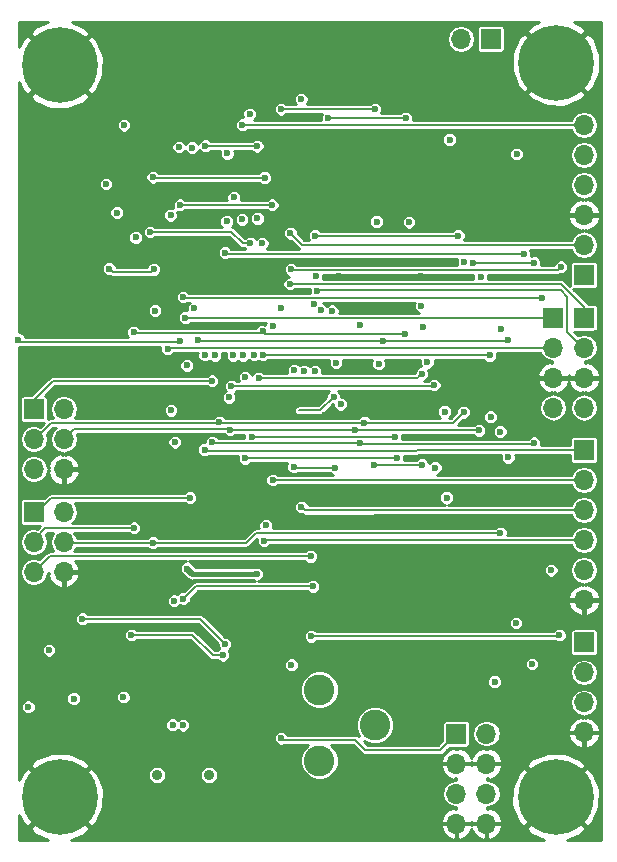
<source format=gbl>
G04 #@! TF.FileFunction,Copper,L4,Bot,Signal*
%FSLAX46Y46*%
G04 Gerber Fmt 4.6, Leading zero omitted, Abs format (unit mm)*
G04 Created by KiCad (PCBNEW 4.0.7) date 02/18/18 10:01:47*
%MOMM*%
%LPD*%
G01*
G04 APERTURE LIST*
%ADD10C,0.100000*%
%ADD11R,1.700000X1.700000*%
%ADD12O,1.700000X1.700000*%
%ADD13C,2.600000*%
%ADD14C,0.909320*%
%ADD15C,6.400000*%
%ADD16C,0.600000*%
%ADD17C,0.200000*%
%ADD18C,0.450000*%
%ADD19C,0.500000*%
%ADD20C,0.254000*%
G04 APERTURE END LIST*
D10*
D11*
X81610000Y-86910000D03*
D12*
X84150000Y-86910000D03*
X81610000Y-89450000D03*
X84150000Y-89450000D03*
X81610000Y-91990000D03*
X84150000Y-91990000D03*
D13*
X105800000Y-101950000D03*
X105800000Y-107950000D03*
X110500000Y-104950000D03*
D14*
X92050280Y-109150260D03*
X96449560Y-109150260D03*
D11*
X128200000Y-66830000D03*
D12*
X128200000Y-64290000D03*
X128200000Y-61750000D03*
X128200000Y-59210000D03*
X128200000Y-56670000D03*
X128200000Y-54130000D03*
D11*
X128200000Y-70450000D03*
D12*
X128200000Y-72990000D03*
X128200000Y-75530000D03*
X128200000Y-78070000D03*
D11*
X81610000Y-78210000D03*
D12*
X84150000Y-78210000D03*
X81610000Y-80750000D03*
X84150000Y-80750000D03*
X81610000Y-83290000D03*
X84150000Y-83290000D03*
D11*
X117400000Y-105670000D03*
D12*
X119940000Y-105670000D03*
X117400000Y-108210000D03*
X119940000Y-108210000D03*
X117400000Y-110750000D03*
X119940000Y-110750000D03*
X117400000Y-113290000D03*
X119940000Y-113290000D03*
D11*
X120300000Y-46850000D03*
D12*
X117760000Y-46850000D03*
D11*
X128200000Y-81650000D03*
D12*
X128200000Y-84190000D03*
X128200000Y-86730000D03*
X128200000Y-89270000D03*
X128200000Y-91810000D03*
X128200000Y-94350000D03*
D11*
X125600000Y-70450000D03*
D12*
X125600000Y-72990000D03*
X125600000Y-75530000D03*
X125600000Y-78070000D03*
D11*
X128200000Y-97950000D03*
D12*
X128200000Y-100490000D03*
X128200000Y-103030000D03*
X128200000Y-105570000D03*
D15*
X125850000Y-48850000D03*
X125800000Y-111050000D03*
X83800000Y-49050000D03*
X83800000Y-111050000D03*
D16*
X107000000Y-77150000D03*
X93500000Y-94425000D03*
X93375000Y-104925000D03*
X114950000Y-74220000D03*
X110820000Y-74370000D03*
X93560000Y-80990000D03*
X93240000Y-78290000D03*
X107210000Y-74260000D03*
X114570000Y-71220000D03*
X114440000Y-69460000D03*
X113390000Y-62360000D03*
X110640000Y-62310000D03*
X107600000Y-77775000D03*
X98550000Y-60275000D03*
X125425000Y-91825000D03*
X116825000Y-55375000D03*
X93200000Y-61775000D03*
X89200000Y-102575000D03*
X120625000Y-101275000D03*
X81150000Y-103400000D03*
X82900000Y-98599998D03*
X116400000Y-78400000D03*
X88650001Y-61550000D03*
X95000000Y-56050000D03*
X85000000Y-102700000D03*
X116563916Y-85686084D03*
X94275000Y-94250000D03*
X94250000Y-104949998D03*
X105249992Y-93200000D03*
X101260000Y-88010000D03*
X102550000Y-106050000D03*
X97625000Y-99025000D03*
X89875000Y-97325000D03*
X85725000Y-95950000D03*
X97800000Y-98075000D03*
X91700000Y-58550000D03*
X101150000Y-58600000D03*
X100950000Y-64150000D03*
X101800000Y-60900000D03*
X94000000Y-60900000D03*
X93900000Y-56000000D03*
X91450000Y-63200000D03*
X99900000Y-53200000D03*
X99949994Y-64150000D03*
X100525000Y-55925000D03*
X96150000Y-55900000D03*
X100550000Y-62050000D03*
X96080000Y-81630000D03*
X96090000Y-73610000D03*
X103350000Y-63300000D03*
X103400000Y-66350000D03*
X126250000Y-66150000D03*
X124680000Y-68790000D03*
X94250000Y-68700000D03*
X99250000Y-62125000D03*
X99275000Y-54125000D03*
X94580000Y-74500000D03*
X94450000Y-70450000D03*
X92950000Y-73100000D03*
X103425000Y-99850000D03*
X103300000Y-67600000D03*
X95510000Y-72370000D03*
X95220000Y-69670000D03*
X111200000Y-72440000D03*
X121775000Y-82275000D03*
X94850000Y-85700000D03*
X121800000Y-72350000D03*
X90060000Y-71690000D03*
X120200000Y-73640000D03*
X101000000Y-73620000D03*
X100990000Y-71620000D03*
X113050000Y-71800000D03*
X90100000Y-88250000D03*
X120300000Y-78850000D03*
X121100000Y-80100000D03*
X91875000Y-69850000D03*
X121125000Y-88675000D03*
X121200000Y-71450000D03*
X91700000Y-89500000D03*
X105420000Y-74970000D03*
X105050000Y-90650000D03*
X109250000Y-81100000D03*
X96725000Y-80975000D03*
X118800000Y-65800000D03*
X123950000Y-65800000D03*
X123950000Y-81050000D03*
X96700000Y-75800000D03*
X96950000Y-73650000D03*
X97325000Y-79325000D03*
X118000000Y-78450000D03*
X118050000Y-65750000D03*
X109600000Y-79350000D03*
X98210000Y-79950000D03*
X119440000Y-67000000D03*
X98150000Y-77200000D03*
X108800000Y-79950000D03*
X119300000Y-80000000D03*
X94010000Y-72460000D03*
X80300000Y-72300000D03*
X122450000Y-96300000D03*
X122500000Y-56600000D03*
X98000000Y-56550000D03*
X97950000Y-62300006D03*
X97800000Y-64950000D03*
X123125000Y-65050000D03*
X123800000Y-99775000D03*
X105470000Y-66960000D03*
X105450000Y-63500000D03*
X117550000Y-63500000D03*
X103640000Y-74890000D03*
X103625000Y-83100000D03*
X107150000Y-83150000D03*
X115509990Y-76150000D03*
X98350000Y-76250000D03*
X115600000Y-83150000D03*
X114480000Y-75200000D03*
X100240000Y-73600000D03*
X110425000Y-82925000D03*
X100650000Y-75600000D03*
X114500000Y-82900000D03*
X106875000Y-69875000D03*
X113100000Y-53550000D03*
X106550000Y-53550000D03*
X102550000Y-69600000D03*
X102550000Y-52800000D03*
X110500000Y-52800000D03*
X105320000Y-69330000D03*
X104250000Y-51950000D03*
X105630000Y-68170000D03*
X126125000Y-97325000D03*
X105100000Y-97425000D03*
X99510000Y-82360000D03*
X112370000Y-82340000D03*
X99500000Y-75500000D03*
X100050000Y-80530000D03*
X112190000Y-80550000D03*
X99320000Y-73650000D03*
X94600000Y-91700000D03*
X100500000Y-92150000D03*
X110440000Y-85660000D03*
X113130000Y-107940000D03*
X121080000Y-94370000D03*
X110430000Y-90100000D03*
X106270000Y-78730000D03*
X100910000Y-83310000D03*
X114410000Y-66940000D03*
X107480000Y-66960000D03*
X105750000Y-76940000D03*
X121225000Y-55525000D03*
X90900000Y-69175000D03*
X95675000Y-65875000D03*
X113900000Y-78725000D03*
X91075000Y-65800000D03*
X112400000Y-74625000D03*
X108225000Y-62325000D03*
X109275000Y-69400000D03*
X100750000Y-78525000D03*
X91325000Y-93325000D03*
X96975000Y-88525000D03*
X93099998Y-87350000D03*
X101850000Y-87350000D03*
X93750000Y-76900000D03*
X99850000Y-83350000D03*
X89300000Y-74500000D03*
X95850000Y-105000000D03*
X86850000Y-103950000D03*
X95150000Y-98900000D03*
X116600000Y-50699996D03*
X121700000Y-50700000D03*
X92799988Y-56050000D03*
X98750000Y-104949998D03*
X109100000Y-94900000D03*
X89800000Y-104950000D03*
X104500000Y-46550006D03*
X113900000Y-46550000D03*
X89400000Y-48750000D03*
X101000002Y-48700000D03*
X101120000Y-89360000D03*
X98490000Y-73640000D03*
X101850000Y-71150000D03*
X101850000Y-84200000D03*
X104510000Y-74970000D03*
X104275000Y-86475000D03*
X105950000Y-69820000D03*
X109200000Y-71100000D03*
X89250000Y-54150000D03*
X90250000Y-63650000D03*
X87730000Y-59140000D03*
X91770000Y-66350000D03*
X88000000Y-66290000D03*
D17*
X104075000Y-78300000D02*
X105850000Y-78300000D01*
X105850000Y-78300000D02*
X107000000Y-77150000D01*
X94275000Y-94250000D02*
X95325000Y-93200000D01*
X95325000Y-93200000D02*
X105249992Y-93200000D01*
X108850000Y-106200000D02*
X109700000Y-107050000D01*
X102550000Y-106050000D02*
X102700000Y-106200000D01*
X102700000Y-106200000D02*
X108850000Y-106200000D01*
X109700000Y-107050000D02*
X116020000Y-107050000D01*
X116020000Y-107050000D02*
X117400000Y-105670000D01*
X97625000Y-99025000D02*
X96750000Y-99025000D01*
X96750000Y-99025000D02*
X95050000Y-97325000D01*
X95050000Y-97325000D02*
X89875000Y-97325000D01*
X97800000Y-98075000D02*
X95675000Y-95950000D01*
X95675000Y-95950000D02*
X85725000Y-95950000D01*
X91700000Y-58550000D02*
X91750000Y-58600000D01*
X91750000Y-58600000D02*
X101150000Y-58600000D01*
X101350000Y-60900000D02*
X101500000Y-60900000D01*
X94000000Y-60900000D02*
X101350000Y-60900000D01*
X101350000Y-60900000D02*
X101800000Y-60900000D01*
X99300000Y-64150000D02*
X98350000Y-63200000D01*
X98350000Y-63200000D02*
X91450000Y-63200000D01*
X99949994Y-64150000D02*
X99300000Y-64150000D01*
X100525000Y-55925000D02*
X100499990Y-55899990D01*
X100499990Y-55899990D02*
X96200010Y-55899990D01*
X96200010Y-55899990D02*
X96200000Y-55900000D01*
X96080000Y-81630000D02*
X96180000Y-81730000D01*
X96180000Y-81730000D02*
X113970000Y-81730000D01*
X113970000Y-81730000D02*
X114050000Y-81650000D01*
X114050000Y-81650000D02*
X128200000Y-81650000D01*
X103350000Y-63300000D02*
X104340000Y-64290000D01*
X104340000Y-64290000D02*
X128200000Y-64290000D01*
X126250000Y-66150000D02*
X126020000Y-66380000D01*
X126020000Y-66380000D02*
X103430000Y-66380000D01*
X103430000Y-66380000D02*
X103400000Y-66350000D01*
X124680000Y-68790000D02*
X124660000Y-68770000D01*
X124660000Y-68770000D02*
X94320000Y-68770000D01*
X94320000Y-68770000D02*
X94250000Y-68700000D01*
X99275000Y-54125000D02*
X99300000Y-54150000D01*
X99300000Y-54150000D02*
X128180000Y-54150000D01*
X128180000Y-54150000D02*
X128200000Y-54130000D01*
X125600000Y-70450000D02*
X125575000Y-70475000D01*
X125575000Y-70475000D02*
X94475000Y-70475000D01*
X94475000Y-70475000D02*
X94450000Y-70450000D01*
X92950000Y-73100000D02*
X93030000Y-73020000D01*
X93030000Y-73020000D02*
X124367919Y-73020000D01*
X124367919Y-73020000D02*
X124397919Y-72990000D01*
X124397919Y-72990000D02*
X125600000Y-72990000D01*
X103300000Y-67600000D02*
X103310000Y-67590000D01*
X103310000Y-67590000D02*
X126240000Y-67590000D01*
X126240000Y-67590000D02*
X128200000Y-69550000D01*
X128200000Y-69550000D02*
X128200000Y-70450000D01*
X95510000Y-72370000D02*
X95540000Y-72400000D01*
X95540000Y-72400000D02*
X111160000Y-72400000D01*
X111160000Y-72400000D02*
X111200000Y-72440000D01*
X121750000Y-72400000D02*
X121800000Y-72350000D01*
X111200000Y-72440000D02*
X111240000Y-72400000D01*
X111240000Y-72400000D02*
X121750000Y-72400000D01*
X94850000Y-85700000D02*
X94800000Y-85750000D01*
X94800000Y-85750000D02*
X83050000Y-85750000D01*
X83050000Y-85750000D02*
X81890000Y-86910000D01*
X81890000Y-86910000D02*
X81610000Y-86910000D01*
X90060000Y-71690000D02*
X90120000Y-71750000D01*
X90120000Y-71750000D02*
X100860000Y-71750000D01*
X100860000Y-71750000D02*
X100990000Y-71620000D01*
X120200000Y-73640000D02*
X120160000Y-73600000D01*
X120160000Y-73600000D02*
X101020000Y-73600000D01*
X101020000Y-73600000D02*
X101000000Y-73620000D01*
X100990000Y-71620000D02*
X101220000Y-71850000D01*
X101220000Y-71850000D02*
X113000000Y-71850000D01*
X113000000Y-71850000D02*
X113050000Y-71800000D01*
X81610000Y-89240000D02*
X82600000Y-88250000D01*
X82600000Y-88250000D02*
X90100000Y-88250000D01*
X81610000Y-89450000D02*
X81610000Y-89240000D01*
X81610000Y-89450000D02*
X81610000Y-89290000D01*
X121125000Y-88675000D02*
X121100000Y-88700000D01*
X121100000Y-88700000D02*
X100400000Y-88700000D01*
X100400000Y-88700000D02*
X99600000Y-89500000D01*
X99600000Y-89500000D02*
X91700000Y-89500000D01*
X91700000Y-89500000D02*
X84200000Y-89500000D01*
X84200000Y-89500000D02*
X84150000Y-89450000D01*
X105050000Y-90650000D02*
X82950000Y-90650000D01*
X82950000Y-90650000D02*
X81610000Y-91990000D01*
X109250000Y-81100000D02*
X109330000Y-81180000D01*
X109330000Y-81180000D02*
X123820000Y-81180000D01*
X123820000Y-81180000D02*
X123950000Y-81050000D01*
X109250000Y-81100000D02*
X96850000Y-81100000D01*
X96850000Y-81100000D02*
X96725000Y-80975000D01*
X118800000Y-65800000D02*
X123950000Y-65800000D01*
X81610000Y-77440000D02*
X83250000Y-75800000D01*
X83250000Y-75800000D02*
X96700000Y-75800000D01*
X81610000Y-78210000D02*
X81610000Y-77440000D01*
X97350000Y-79350000D02*
X97325000Y-79325000D01*
X109600000Y-79350000D02*
X97350000Y-79350000D01*
X97325000Y-79325000D02*
X97300000Y-79350000D01*
X97300000Y-79350000D02*
X83100000Y-79350000D01*
X83100000Y-79350000D02*
X81700000Y-80750000D01*
X81700000Y-80750000D02*
X81610000Y-80750000D01*
X118000000Y-78450000D02*
X117100000Y-79350000D01*
X117100000Y-79350000D02*
X109600000Y-79350000D01*
X85000000Y-79900000D02*
X84150000Y-80750000D01*
X98210000Y-79950000D02*
X108800000Y-79950000D01*
X98210000Y-79950000D02*
X98160000Y-79900000D01*
X98160000Y-79900000D02*
X85000000Y-79900000D01*
X108800000Y-79950000D02*
X119250000Y-79950000D01*
X119250000Y-79950000D02*
X119300000Y-80000000D01*
X94010000Y-72460000D02*
X93970000Y-72500000D01*
X93970000Y-72500000D02*
X80500000Y-72500000D01*
X80500000Y-72500000D02*
X80300000Y-72300000D01*
X97800000Y-64950000D02*
X97900000Y-65050000D01*
X97900000Y-65050000D02*
X123125000Y-65050000D01*
X127685000Y-99975000D02*
X128200000Y-100490000D01*
X117550000Y-63500000D02*
X105450000Y-63500000D01*
X103625000Y-83100000D02*
X103675000Y-83150000D01*
X103675000Y-83150000D02*
X107150000Y-83150000D01*
X98350000Y-76250000D02*
X115409990Y-76250000D01*
X115409990Y-76250000D02*
X115509990Y-76150000D01*
X114180001Y-75499999D02*
X114480000Y-75200000D01*
X114080000Y-75600000D02*
X114180001Y-75499999D01*
X100650000Y-75600000D02*
X114080000Y-75600000D01*
X110425000Y-82925000D02*
X110450000Y-82900000D01*
X110450000Y-82900000D02*
X114500000Y-82900000D01*
X106550000Y-53550000D02*
X113100000Y-53550000D01*
X110500000Y-52800000D02*
X102550000Y-52800000D01*
X105630000Y-68170000D02*
X105650000Y-68150000D01*
X105650000Y-68150000D02*
X126250000Y-68150000D01*
X126250000Y-68150000D02*
X126800000Y-68700000D01*
X126800000Y-68700000D02*
X126800000Y-71700000D01*
X126800000Y-71700000D02*
X128090000Y-72990000D01*
X128090000Y-72990000D02*
X128200000Y-72990000D01*
X105100000Y-97425000D02*
X126025000Y-97425000D01*
X126025000Y-97425000D02*
X126125000Y-97325000D01*
X99510000Y-82360000D02*
X99530000Y-82340000D01*
X99530000Y-82340000D02*
X112370000Y-82340000D01*
X100050000Y-80530000D02*
X100055000Y-80525000D01*
X112165000Y-80525000D02*
X112190000Y-80550000D01*
X100055000Y-80525000D02*
X112165000Y-80525000D01*
D18*
X100500000Y-92150000D02*
X95050000Y-92150000D01*
D19*
X95050000Y-92150000D02*
X94600000Y-91700000D01*
D17*
X101120000Y-89360000D02*
X101180000Y-89300000D01*
X101180000Y-89300000D02*
X128170000Y-89300000D01*
X128170000Y-89300000D02*
X128200000Y-89270000D01*
X128200000Y-84190000D02*
X101860000Y-84190000D01*
X101860000Y-84190000D02*
X101850000Y-84200000D01*
X110339003Y-86774999D02*
X110384002Y-86730000D01*
X104275000Y-86475000D02*
X104574999Y-86774999D01*
X104574999Y-86774999D02*
X110339003Y-86774999D01*
X110384002Y-86730000D02*
X126997919Y-86730000D01*
X126997919Y-86730000D02*
X128200000Y-86730000D01*
X88000000Y-66290000D02*
X88299999Y-66589999D01*
X88299999Y-66589999D02*
X91530001Y-66589999D01*
X91530001Y-66589999D02*
X91770000Y-66350000D01*
D20*
G36*
X81752622Y-45848694D02*
X81625877Y-45933382D01*
X81258276Y-46405039D01*
X83800000Y-48946762D01*
X86341724Y-46405039D01*
X85974123Y-45933382D01*
X84817773Y-45427000D01*
X124369753Y-45427000D01*
X123802622Y-45648694D01*
X123675877Y-45733382D01*
X123308276Y-46205039D01*
X125850000Y-48746762D01*
X128391724Y-46205039D01*
X128024123Y-45733382D01*
X127324483Y-45427000D01*
X129623000Y-45427000D01*
X129623000Y-114673000D01*
X126768613Y-114673000D01*
X127847378Y-114251306D01*
X127974123Y-114166618D01*
X128341724Y-113694961D01*
X125800000Y-111153238D01*
X123258276Y-113694961D01*
X123625877Y-114166618D01*
X124782227Y-114673000D01*
X84768613Y-114673000D01*
X85847378Y-114251306D01*
X85974123Y-114166618D01*
X86341724Y-113694961D01*
X83800000Y-111153238D01*
X81258276Y-113694961D01*
X81625877Y-114166618D01*
X82782227Y-114673000D01*
X80377000Y-114673000D01*
X80377000Y-112530247D01*
X80598694Y-113097378D01*
X80683382Y-113224123D01*
X81155039Y-113591724D01*
X83696762Y-111050000D01*
X83903238Y-111050000D01*
X86444961Y-113591724D01*
X86463584Y-113577209D01*
X116053285Y-113577209D01*
X116244637Y-114039187D01*
X116619285Y-114424297D01*
X117112790Y-114636721D01*
X117327000Y-114533320D01*
X117327000Y-113363000D01*
X117473000Y-113363000D01*
X117473000Y-114533320D01*
X117687210Y-114636721D01*
X118180715Y-114424297D01*
X118555363Y-114039187D01*
X118670000Y-113762421D01*
X118784637Y-114039187D01*
X119159285Y-114424297D01*
X119652790Y-114636721D01*
X119867000Y-114533320D01*
X119867000Y-113363000D01*
X120013000Y-113363000D01*
X120013000Y-114533320D01*
X120227210Y-114636721D01*
X120720715Y-114424297D01*
X121095363Y-114039187D01*
X121286715Y-113577209D01*
X121183108Y-113363000D01*
X120013000Y-113363000D01*
X119867000Y-113363000D01*
X118696892Y-113363000D01*
X118670000Y-113418600D01*
X118643108Y-113363000D01*
X117473000Y-113363000D01*
X117327000Y-113363000D01*
X116156892Y-113363000D01*
X116053285Y-113577209D01*
X86463584Y-113577209D01*
X86916618Y-113224123D01*
X87511381Y-111865950D01*
X87541119Y-110383555D01*
X87119531Y-109305060D01*
X91268484Y-109305060D01*
X91387234Y-109592457D01*
X91606927Y-109812533D01*
X91894116Y-109931784D01*
X92205080Y-109932056D01*
X92492477Y-109813306D01*
X92712553Y-109593613D01*
X92831804Y-109306424D01*
X92831805Y-109305060D01*
X95667764Y-109305060D01*
X95786514Y-109592457D01*
X96006207Y-109812533D01*
X96293396Y-109931784D01*
X96604360Y-109932056D01*
X96891757Y-109813306D01*
X97111833Y-109593613D01*
X97231084Y-109306424D01*
X97231356Y-108995460D01*
X97112606Y-108708063D01*
X96892913Y-108487987D01*
X96605724Y-108368736D01*
X96294760Y-108368464D01*
X96007363Y-108487214D01*
X95787287Y-108706907D01*
X95668036Y-108994096D01*
X95667764Y-109305060D01*
X92831805Y-109305060D01*
X92832076Y-108995460D01*
X92713326Y-108708063D01*
X92493633Y-108487987D01*
X92206444Y-108368736D01*
X91895480Y-108368464D01*
X91608083Y-108487214D01*
X91388007Y-108706907D01*
X91268756Y-108994096D01*
X91268484Y-109305060D01*
X87119531Y-109305060D01*
X87001306Y-109002622D01*
X86916618Y-108875877D01*
X86444961Y-108508276D01*
X83903238Y-111050000D01*
X83696762Y-111050000D01*
X81155039Y-108508276D01*
X80683382Y-108875877D01*
X80377000Y-109575517D01*
X80377000Y-108405039D01*
X81258276Y-108405039D01*
X83800000Y-110946762D01*
X86341724Y-108405039D01*
X85974123Y-107933382D01*
X84615950Y-107338619D01*
X83133555Y-107308881D01*
X81752622Y-107848694D01*
X81625877Y-107933382D01*
X81258276Y-108405039D01*
X80377000Y-108405039D01*
X80377000Y-106174171D01*
X101922891Y-106174171D01*
X102018145Y-106404703D01*
X102194369Y-106581235D01*
X102424735Y-106676891D01*
X102674171Y-106677109D01*
X102795444Y-106627000D01*
X104822374Y-106627000D01*
X104421501Y-107027175D01*
X104173283Y-107624950D01*
X104172718Y-108272211D01*
X104419892Y-108870418D01*
X104877175Y-109328499D01*
X105474950Y-109576717D01*
X106122211Y-109577282D01*
X106720418Y-109330108D01*
X107178499Y-108872825D01*
X107334468Y-108497209D01*
X116053285Y-108497209D01*
X116244637Y-108959187D01*
X116619285Y-109344297D01*
X117112790Y-109556721D01*
X117326998Y-109453321D01*
X117326998Y-109582934D01*
X116926523Y-109662594D01*
X116544676Y-109917735D01*
X116289535Y-110299582D01*
X116199941Y-110750000D01*
X116289535Y-111200418D01*
X116544676Y-111582265D01*
X116926523Y-111837406D01*
X117326998Y-111917066D01*
X117326998Y-112046679D01*
X117112790Y-111943279D01*
X116619285Y-112155703D01*
X116244637Y-112540813D01*
X116053285Y-113002791D01*
X116156892Y-113217000D01*
X117327000Y-113217000D01*
X117327000Y-113197000D01*
X117473000Y-113197000D01*
X117473000Y-113217000D01*
X118643108Y-113217000D01*
X118670000Y-113161400D01*
X118696892Y-113217000D01*
X119867000Y-113217000D01*
X119867000Y-113197000D01*
X120013000Y-113197000D01*
X120013000Y-113217000D01*
X121183108Y-113217000D01*
X121286715Y-113002791D01*
X121095363Y-112540813D01*
X120720715Y-112155703D01*
X120227210Y-111943279D01*
X120013002Y-112046679D01*
X120013002Y-111917066D01*
X120413477Y-111837406D01*
X120594508Y-111716445D01*
X122058881Y-111716445D01*
X122598694Y-113097378D01*
X122683382Y-113224123D01*
X123155039Y-113591724D01*
X125696762Y-111050000D01*
X125903238Y-111050000D01*
X128444961Y-113591724D01*
X128916618Y-113224123D01*
X129511381Y-111865950D01*
X129541119Y-110383555D01*
X129001306Y-109002622D01*
X128916618Y-108875877D01*
X128444961Y-108508276D01*
X125903238Y-111050000D01*
X125696762Y-111050000D01*
X123155039Y-108508276D01*
X122683382Y-108875877D01*
X122088619Y-110234050D01*
X122058881Y-111716445D01*
X120594508Y-111716445D01*
X120795324Y-111582265D01*
X121050465Y-111200418D01*
X121140059Y-110750000D01*
X121050465Y-110299582D01*
X120795324Y-109917735D01*
X120413477Y-109662594D01*
X120013002Y-109582934D01*
X120013002Y-109453321D01*
X120227210Y-109556721D01*
X120720715Y-109344297D01*
X121095363Y-108959187D01*
X121286715Y-108497209D01*
X121242135Y-108405039D01*
X123258276Y-108405039D01*
X125800000Y-110946762D01*
X128341724Y-108405039D01*
X127974123Y-107933382D01*
X126615950Y-107338619D01*
X125133555Y-107308881D01*
X123752622Y-107848694D01*
X123625877Y-107933382D01*
X123258276Y-108405039D01*
X121242135Y-108405039D01*
X121183108Y-108283000D01*
X120013000Y-108283000D01*
X120013000Y-108303000D01*
X119867000Y-108303000D01*
X119867000Y-108283000D01*
X118696892Y-108283000D01*
X118670000Y-108338600D01*
X118643108Y-108283000D01*
X117473000Y-108283000D01*
X117473000Y-108303000D01*
X117327000Y-108303000D01*
X117327000Y-108283000D01*
X116156892Y-108283000D01*
X116053285Y-108497209D01*
X107334468Y-108497209D01*
X107426717Y-108275050D01*
X107427282Y-107627789D01*
X107180108Y-107029582D01*
X106778227Y-106627000D01*
X108673130Y-106627000D01*
X109398063Y-107351932D01*
X109398065Y-107351935D01*
X109536594Y-107444497D01*
X109700000Y-107477001D01*
X109700005Y-107477000D01*
X116019995Y-107477000D01*
X116020000Y-107477001D01*
X116183406Y-107444497D01*
X116321935Y-107351935D01*
X116820464Y-106853406D01*
X117326998Y-106853406D01*
X117326998Y-106966679D01*
X117112790Y-106863279D01*
X116619285Y-107075703D01*
X116244637Y-107460813D01*
X116053285Y-107922791D01*
X116156892Y-108137000D01*
X117327000Y-108137000D01*
X117327000Y-108117000D01*
X117473000Y-108117000D01*
X117473000Y-108137000D01*
X118643108Y-108137000D01*
X118670000Y-108081400D01*
X118696892Y-108137000D01*
X119867000Y-108137000D01*
X119867000Y-108117000D01*
X120013000Y-108117000D01*
X120013000Y-108137000D01*
X121183108Y-108137000D01*
X121286715Y-107922791D01*
X121095363Y-107460813D01*
X120720715Y-107075703D01*
X120227210Y-106863279D01*
X120013002Y-106966679D01*
X120013002Y-106837066D01*
X120413477Y-106757406D01*
X120795324Y-106502265D01*
X121050465Y-106120418D01*
X121102820Y-105857209D01*
X126853285Y-105857209D01*
X127044637Y-106319187D01*
X127419285Y-106704297D01*
X127912790Y-106916721D01*
X128127000Y-106813320D01*
X128127000Y-105643000D01*
X128273000Y-105643000D01*
X128273000Y-106813320D01*
X128487210Y-106916721D01*
X128980715Y-106704297D01*
X129355363Y-106319187D01*
X129546715Y-105857209D01*
X129443108Y-105643000D01*
X128273000Y-105643000D01*
X128127000Y-105643000D01*
X126956892Y-105643000D01*
X126853285Y-105857209D01*
X121102820Y-105857209D01*
X121140059Y-105670000D01*
X121063039Y-105282791D01*
X126853285Y-105282791D01*
X126956892Y-105497000D01*
X128127000Y-105497000D01*
X128127000Y-105477000D01*
X128273000Y-105477000D01*
X128273000Y-105497000D01*
X129443108Y-105497000D01*
X129546715Y-105282791D01*
X129355363Y-104820813D01*
X128980715Y-104435703D01*
X128487210Y-104223279D01*
X128273002Y-104326679D01*
X128273002Y-104197066D01*
X128673477Y-104117406D01*
X129055324Y-103862265D01*
X129310465Y-103480418D01*
X129400059Y-103030000D01*
X129310465Y-102579582D01*
X129055324Y-102197735D01*
X128673477Y-101942594D01*
X128223059Y-101853000D01*
X128176941Y-101853000D01*
X127726523Y-101942594D01*
X127344676Y-102197735D01*
X127089535Y-102579582D01*
X126999941Y-103030000D01*
X127089535Y-103480418D01*
X127344676Y-103862265D01*
X127726523Y-104117406D01*
X128126998Y-104197066D01*
X128126998Y-104326679D01*
X127912790Y-104223279D01*
X127419285Y-104435703D01*
X127044637Y-104820813D01*
X126853285Y-105282791D01*
X121063039Y-105282791D01*
X121050465Y-105219582D01*
X120795324Y-104837735D01*
X120413477Y-104582594D01*
X119963059Y-104493000D01*
X119916941Y-104493000D01*
X119466523Y-104582594D01*
X119084676Y-104837735D01*
X118829535Y-105219582D01*
X118739941Y-105670000D01*
X118829535Y-106120418D01*
X119084676Y-106502265D01*
X119466523Y-106757406D01*
X119866998Y-106837066D01*
X119866998Y-106966679D01*
X119652790Y-106863279D01*
X119159285Y-107075703D01*
X118784637Y-107460813D01*
X118670000Y-107737579D01*
X118555363Y-107460813D01*
X118180715Y-107075703D01*
X117687210Y-106863279D01*
X117473002Y-106966679D01*
X117473002Y-106853406D01*
X118250000Y-106853406D01*
X118371179Y-106830605D01*
X118482474Y-106758988D01*
X118557138Y-106649714D01*
X118583406Y-106520000D01*
X118583406Y-104820000D01*
X118560605Y-104698821D01*
X118488988Y-104587526D01*
X118379714Y-104512862D01*
X118250000Y-104486594D01*
X116550000Y-104486594D01*
X116428821Y-104509395D01*
X116317526Y-104581012D01*
X116242862Y-104690286D01*
X116216594Y-104820000D01*
X116216594Y-106249536D01*
X115843130Y-106623000D01*
X109876869Y-106623000D01*
X109586056Y-106332187D01*
X110174950Y-106576717D01*
X110822211Y-106577282D01*
X111420418Y-106330108D01*
X111878499Y-105872825D01*
X112126717Y-105275050D01*
X112127282Y-104627789D01*
X111880108Y-104029582D01*
X111422825Y-103571501D01*
X110825050Y-103323283D01*
X110177789Y-103322718D01*
X109579582Y-103569892D01*
X109121501Y-104027175D01*
X108873283Y-104624950D01*
X108872718Y-105272211D01*
X109119892Y-105870418D01*
X109138589Y-105889147D01*
X109013406Y-105805503D01*
X108850000Y-105772999D01*
X108849995Y-105773000D01*
X103113961Y-105773000D01*
X103081855Y-105695297D01*
X102905631Y-105518765D01*
X102675265Y-105423109D01*
X102425829Y-105422891D01*
X102195297Y-105518145D01*
X102018765Y-105694369D01*
X101923109Y-105924735D01*
X101922891Y-106174171D01*
X80377000Y-106174171D01*
X80377000Y-105049171D01*
X92747891Y-105049171D01*
X92843145Y-105279703D01*
X93019369Y-105456235D01*
X93249735Y-105551891D01*
X93499171Y-105552109D01*
X93729703Y-105456855D01*
X93799991Y-105386690D01*
X93894369Y-105481233D01*
X94124735Y-105576889D01*
X94374171Y-105577107D01*
X94604703Y-105481853D01*
X94781235Y-105305629D01*
X94876891Y-105075263D01*
X94877109Y-104825827D01*
X94781855Y-104595295D01*
X94605631Y-104418763D01*
X94375265Y-104323107D01*
X94125829Y-104322889D01*
X93895297Y-104418143D01*
X93825009Y-104488308D01*
X93730631Y-104393765D01*
X93500265Y-104298109D01*
X93250829Y-104297891D01*
X93020297Y-104393145D01*
X92843765Y-104569369D01*
X92748109Y-104799735D01*
X92747891Y-105049171D01*
X80377000Y-105049171D01*
X80377000Y-103524171D01*
X80522891Y-103524171D01*
X80618145Y-103754703D01*
X80794369Y-103931235D01*
X81024735Y-104026891D01*
X81274171Y-104027109D01*
X81504703Y-103931855D01*
X81681235Y-103755631D01*
X81776891Y-103525265D01*
X81777109Y-103275829D01*
X81681855Y-103045297D01*
X81505631Y-102868765D01*
X81398237Y-102824171D01*
X84372891Y-102824171D01*
X84468145Y-103054703D01*
X84644369Y-103231235D01*
X84874735Y-103326891D01*
X85124171Y-103327109D01*
X85354703Y-103231855D01*
X85531235Y-103055631D01*
X85626891Y-102825265D01*
X85627001Y-102699171D01*
X88572891Y-102699171D01*
X88668145Y-102929703D01*
X88844369Y-103106235D01*
X89074735Y-103201891D01*
X89324171Y-103202109D01*
X89554703Y-103106855D01*
X89731235Y-102930631D01*
X89826891Y-102700265D01*
X89827109Y-102450829D01*
X89753306Y-102272211D01*
X104172718Y-102272211D01*
X104419892Y-102870418D01*
X104877175Y-103328499D01*
X105474950Y-103576717D01*
X106122211Y-103577282D01*
X106720418Y-103330108D01*
X107178499Y-102872825D01*
X107426717Y-102275050D01*
X107427282Y-101627789D01*
X107332820Y-101399171D01*
X119997891Y-101399171D01*
X120093145Y-101629703D01*
X120269369Y-101806235D01*
X120499735Y-101901891D01*
X120749171Y-101902109D01*
X120979703Y-101806855D01*
X121156235Y-101630631D01*
X121251891Y-101400265D01*
X121252109Y-101150829D01*
X121156855Y-100920297D01*
X120980631Y-100743765D01*
X120750265Y-100648109D01*
X120500829Y-100647891D01*
X120270297Y-100743145D01*
X120093765Y-100919369D01*
X119998109Y-101149735D01*
X119997891Y-101399171D01*
X107332820Y-101399171D01*
X107180108Y-101029582D01*
X106722825Y-100571501D01*
X106526549Y-100490000D01*
X126999941Y-100490000D01*
X127089535Y-100940418D01*
X127344676Y-101322265D01*
X127726523Y-101577406D01*
X128176941Y-101667000D01*
X128223059Y-101667000D01*
X128673477Y-101577406D01*
X129055324Y-101322265D01*
X129310465Y-100940418D01*
X129400059Y-100490000D01*
X129310465Y-100039582D01*
X129055324Y-99657735D01*
X128673477Y-99402594D01*
X128223059Y-99313000D01*
X128176941Y-99313000D01*
X127726523Y-99402594D01*
X127344676Y-99657735D01*
X127089535Y-100039582D01*
X126999941Y-100490000D01*
X106526549Y-100490000D01*
X106125050Y-100323283D01*
X105477789Y-100322718D01*
X104879582Y-100569892D01*
X104421501Y-101027175D01*
X104173283Y-101624950D01*
X104172718Y-102272211D01*
X89753306Y-102272211D01*
X89731855Y-102220297D01*
X89555631Y-102043765D01*
X89325265Y-101948109D01*
X89075829Y-101947891D01*
X88845297Y-102043145D01*
X88668765Y-102219369D01*
X88573109Y-102449735D01*
X88572891Y-102699171D01*
X85627001Y-102699171D01*
X85627109Y-102575829D01*
X85531855Y-102345297D01*
X85355631Y-102168765D01*
X85125265Y-102073109D01*
X84875829Y-102072891D01*
X84645297Y-102168145D01*
X84468765Y-102344369D01*
X84373109Y-102574735D01*
X84372891Y-102824171D01*
X81398237Y-102824171D01*
X81275265Y-102773109D01*
X81025829Y-102772891D01*
X80795297Y-102868145D01*
X80618765Y-103044369D01*
X80523109Y-103274735D01*
X80522891Y-103524171D01*
X80377000Y-103524171D01*
X80377000Y-99974171D01*
X102797891Y-99974171D01*
X102893145Y-100204703D01*
X103069369Y-100381235D01*
X103299735Y-100476891D01*
X103549171Y-100477109D01*
X103779703Y-100381855D01*
X103956235Y-100205631D01*
X104051891Y-99975265D01*
X104051957Y-99899171D01*
X123172891Y-99899171D01*
X123268145Y-100129703D01*
X123444369Y-100306235D01*
X123674735Y-100401891D01*
X123924171Y-100402109D01*
X124154703Y-100306855D01*
X124331235Y-100130631D01*
X124426891Y-99900265D01*
X124427109Y-99650829D01*
X124331855Y-99420297D01*
X124155631Y-99243765D01*
X123925265Y-99148109D01*
X123675829Y-99147891D01*
X123445297Y-99243145D01*
X123268765Y-99419369D01*
X123173109Y-99649735D01*
X123172891Y-99899171D01*
X104051957Y-99899171D01*
X104052109Y-99725829D01*
X103956855Y-99495297D01*
X103780631Y-99318765D01*
X103550265Y-99223109D01*
X103300829Y-99222891D01*
X103070297Y-99318145D01*
X102893765Y-99494369D01*
X102798109Y-99724735D01*
X102797891Y-99974171D01*
X80377000Y-99974171D01*
X80377000Y-98724169D01*
X82272891Y-98724169D01*
X82368145Y-98954701D01*
X82544369Y-99131233D01*
X82774735Y-99226889D01*
X83024171Y-99227107D01*
X83254703Y-99131853D01*
X83431235Y-98955629D01*
X83526891Y-98725263D01*
X83527109Y-98475827D01*
X83431855Y-98245295D01*
X83255631Y-98068763D01*
X83025265Y-97973107D01*
X82775829Y-97972889D01*
X82545297Y-98068143D01*
X82368765Y-98244367D01*
X82273109Y-98474733D01*
X82272891Y-98724169D01*
X80377000Y-98724169D01*
X80377000Y-96074171D01*
X85097891Y-96074171D01*
X85193145Y-96304703D01*
X85369369Y-96481235D01*
X85599735Y-96576891D01*
X85849171Y-96577109D01*
X86079703Y-96481855D01*
X86184741Y-96377000D01*
X95498130Y-96377000D01*
X97173020Y-98051889D01*
X97172891Y-98199171D01*
X97268145Y-98429703D01*
X97313611Y-98475248D01*
X97270297Y-98493145D01*
X97165259Y-98598000D01*
X96926870Y-98598000D01*
X95351935Y-97023065D01*
X95213406Y-96930503D01*
X95050000Y-96897999D01*
X95049995Y-96898000D01*
X90334684Y-96898000D01*
X90230631Y-96793765D01*
X90000265Y-96698109D01*
X89750829Y-96697891D01*
X89520297Y-96793145D01*
X89343765Y-96969369D01*
X89248109Y-97199735D01*
X89247891Y-97449171D01*
X89343145Y-97679703D01*
X89519369Y-97856235D01*
X89749735Y-97951891D01*
X89999171Y-97952109D01*
X90229703Y-97856855D01*
X90334741Y-97752000D01*
X94873130Y-97752000D01*
X96448065Y-99326935D01*
X96586594Y-99419497D01*
X96750000Y-99452001D01*
X96750005Y-99452000D01*
X97165316Y-99452000D01*
X97269369Y-99556235D01*
X97499735Y-99651891D01*
X97749171Y-99652109D01*
X97979703Y-99556855D01*
X98156235Y-99380631D01*
X98251891Y-99150265D01*
X98252109Y-98900829D01*
X98156855Y-98670297D01*
X98111389Y-98624752D01*
X98154703Y-98606855D01*
X98331235Y-98430631D01*
X98426891Y-98200265D01*
X98427109Y-97950829D01*
X98331855Y-97720297D01*
X98161028Y-97549171D01*
X104472891Y-97549171D01*
X104568145Y-97779703D01*
X104744369Y-97956235D01*
X104974735Y-98051891D01*
X105224171Y-98052109D01*
X105454703Y-97956855D01*
X105559741Y-97852000D01*
X125765141Y-97852000D01*
X125769369Y-97856235D01*
X125999735Y-97951891D01*
X126249171Y-97952109D01*
X126479703Y-97856855D01*
X126656235Y-97680631D01*
X126751891Y-97450265D01*
X126752109Y-97200829D01*
X126710448Y-97100000D01*
X127016594Y-97100000D01*
X127016594Y-98800000D01*
X127039395Y-98921179D01*
X127111012Y-99032474D01*
X127220286Y-99107138D01*
X127350000Y-99133406D01*
X129050000Y-99133406D01*
X129171179Y-99110605D01*
X129282474Y-99038988D01*
X129357138Y-98929714D01*
X129383406Y-98800000D01*
X129383406Y-97100000D01*
X129360605Y-96978821D01*
X129288988Y-96867526D01*
X129179714Y-96792862D01*
X129050000Y-96766594D01*
X127350000Y-96766594D01*
X127228821Y-96789395D01*
X127117526Y-96861012D01*
X127042862Y-96970286D01*
X127016594Y-97100000D01*
X126710448Y-97100000D01*
X126656855Y-96970297D01*
X126480631Y-96793765D01*
X126250265Y-96698109D01*
X126000829Y-96697891D01*
X125770297Y-96793145D01*
X125593765Y-96969369D01*
X125581876Y-96998000D01*
X105559684Y-96998000D01*
X105455631Y-96893765D01*
X105225265Y-96798109D01*
X104975829Y-96797891D01*
X104745297Y-96893145D01*
X104568765Y-97069369D01*
X104473109Y-97299735D01*
X104472891Y-97549171D01*
X98161028Y-97549171D01*
X98155631Y-97543765D01*
X97925265Y-97448109D01*
X97776848Y-97447979D01*
X96753041Y-96424171D01*
X121822891Y-96424171D01*
X121918145Y-96654703D01*
X122094369Y-96831235D01*
X122324735Y-96926891D01*
X122574171Y-96927109D01*
X122804703Y-96831855D01*
X122981235Y-96655631D01*
X123076891Y-96425265D01*
X123077109Y-96175829D01*
X122981855Y-95945297D01*
X122805631Y-95768765D01*
X122575265Y-95673109D01*
X122325829Y-95672891D01*
X122095297Y-95768145D01*
X121918765Y-95944369D01*
X121823109Y-96174735D01*
X121822891Y-96424171D01*
X96753041Y-96424171D01*
X95976935Y-95648065D01*
X95838406Y-95555503D01*
X95675000Y-95522999D01*
X95674995Y-95523000D01*
X86184684Y-95523000D01*
X86080631Y-95418765D01*
X85850265Y-95323109D01*
X85600829Y-95322891D01*
X85370297Y-95418145D01*
X85193765Y-95594369D01*
X85098109Y-95824735D01*
X85097891Y-96074171D01*
X80377000Y-96074171D01*
X80377000Y-89450000D01*
X80409941Y-89450000D01*
X80499535Y-89900418D01*
X80754676Y-90282265D01*
X81136523Y-90537406D01*
X81586941Y-90627000D01*
X81633059Y-90627000D01*
X82083477Y-90537406D01*
X82465324Y-90282265D01*
X82720465Y-89900418D01*
X82810059Y-89450000D01*
X82720465Y-88999582D01*
X82613849Y-88840020D01*
X82776869Y-88677000D01*
X83255077Y-88677000D01*
X83039535Y-88999582D01*
X82949941Y-89450000D01*
X83039535Y-89900418D01*
X83255077Y-90223000D01*
X82950000Y-90223000D01*
X82786594Y-90255503D01*
X82648065Y-90348065D01*
X82648063Y-90348068D01*
X82089507Y-90906623D01*
X82083477Y-90902594D01*
X81633059Y-90813000D01*
X81586941Y-90813000D01*
X81136523Y-90902594D01*
X80754676Y-91157735D01*
X80499535Y-91539582D01*
X80409941Y-91990000D01*
X80499535Y-92440418D01*
X80754676Y-92822265D01*
X81136523Y-93077406D01*
X81586941Y-93167000D01*
X81633059Y-93167000D01*
X82083477Y-93077406D01*
X82465324Y-92822265D01*
X82720465Y-92440418D01*
X82795538Y-92063002D01*
X82906891Y-92063002D01*
X82803285Y-92277209D01*
X82994637Y-92739187D01*
X83369285Y-93124297D01*
X83862790Y-93336721D01*
X84077000Y-93233320D01*
X84077000Y-92063000D01*
X84223000Y-92063000D01*
X84223000Y-93233320D01*
X84437210Y-93336721D01*
X84930715Y-93124297D01*
X85305363Y-92739187D01*
X85496715Y-92277209D01*
X85393108Y-92063000D01*
X84223000Y-92063000D01*
X84077000Y-92063000D01*
X84057000Y-92063000D01*
X84057000Y-91917000D01*
X84077000Y-91917000D01*
X84077000Y-91897000D01*
X84223000Y-91897000D01*
X84223000Y-91917000D01*
X85393108Y-91917000D01*
X85496715Y-91702791D01*
X85305363Y-91240813D01*
X85146000Y-91077000D01*
X94465884Y-91077000D01*
X94245297Y-91168145D01*
X94068765Y-91344369D01*
X93973109Y-91574735D01*
X93972891Y-91824171D01*
X94068145Y-92054703D01*
X94244369Y-92231235D01*
X94365553Y-92281555D01*
X94641999Y-92558001D01*
X94829192Y-92683078D01*
X95050000Y-92727000D01*
X95175682Y-92702000D01*
X100194377Y-92702000D01*
X100365364Y-92773000D01*
X95325000Y-92773000D01*
X95161594Y-92805503D01*
X95023065Y-92898065D01*
X95023063Y-92898068D01*
X94298111Y-93623020D01*
X94150829Y-93622891D01*
X93920297Y-93718145D01*
X93777055Y-93861137D01*
X93625265Y-93798109D01*
X93375829Y-93797891D01*
X93145297Y-93893145D01*
X92968765Y-94069369D01*
X92873109Y-94299735D01*
X92872891Y-94549171D01*
X92968145Y-94779703D01*
X93144369Y-94956235D01*
X93374735Y-95051891D01*
X93624171Y-95052109D01*
X93854703Y-94956855D01*
X93997945Y-94813863D01*
X94149735Y-94876891D01*
X94399171Y-94877109D01*
X94629703Y-94781855D01*
X94774601Y-94637209D01*
X126853285Y-94637209D01*
X127044637Y-95099187D01*
X127419285Y-95484297D01*
X127912790Y-95696721D01*
X128127000Y-95593320D01*
X128127000Y-94423000D01*
X128273000Y-94423000D01*
X128273000Y-95593320D01*
X128487210Y-95696721D01*
X128980715Y-95484297D01*
X129355363Y-95099187D01*
X129546715Y-94637209D01*
X129443108Y-94423000D01*
X128273000Y-94423000D01*
X128127000Y-94423000D01*
X126956892Y-94423000D01*
X126853285Y-94637209D01*
X94774601Y-94637209D01*
X94806235Y-94605631D01*
X94901891Y-94375265D01*
X94902021Y-94226849D01*
X95066078Y-94062791D01*
X126853285Y-94062791D01*
X126956892Y-94277000D01*
X128127000Y-94277000D01*
X128127000Y-94257000D01*
X128273000Y-94257000D01*
X128273000Y-94277000D01*
X129443108Y-94277000D01*
X129546715Y-94062791D01*
X129355363Y-93600813D01*
X128980715Y-93215703D01*
X128487210Y-93003279D01*
X128273002Y-93106679D01*
X128273002Y-92977066D01*
X128673477Y-92897406D01*
X129055324Y-92642265D01*
X129310465Y-92260418D01*
X129400059Y-91810000D01*
X129310465Y-91359582D01*
X129055324Y-90977735D01*
X128673477Y-90722594D01*
X128223059Y-90633000D01*
X128176941Y-90633000D01*
X127726523Y-90722594D01*
X127344676Y-90977735D01*
X127089535Y-91359582D01*
X126999941Y-91810000D01*
X127089535Y-92260418D01*
X127344676Y-92642265D01*
X127726523Y-92897406D01*
X128126998Y-92977066D01*
X128126998Y-93106679D01*
X127912790Y-93003279D01*
X127419285Y-93215703D01*
X127044637Y-93600813D01*
X126853285Y-94062791D01*
X95066078Y-94062791D01*
X95501869Y-93627000D01*
X104790308Y-93627000D01*
X104894361Y-93731235D01*
X105124727Y-93826891D01*
X105374163Y-93827109D01*
X105604695Y-93731855D01*
X105781227Y-93555631D01*
X105876883Y-93325265D01*
X105877101Y-93075829D01*
X105781847Y-92845297D01*
X105605623Y-92668765D01*
X105375257Y-92573109D01*
X105125821Y-92572891D01*
X104895289Y-92668145D01*
X104790251Y-92773000D01*
X100634116Y-92773000D01*
X100854703Y-92681855D01*
X101031235Y-92505631D01*
X101126891Y-92275265D01*
X101127109Y-92025829D01*
X101095435Y-91949171D01*
X124797891Y-91949171D01*
X124893145Y-92179703D01*
X125069369Y-92356235D01*
X125299735Y-92451891D01*
X125549171Y-92452109D01*
X125779703Y-92356855D01*
X125956235Y-92180631D01*
X126051891Y-91950265D01*
X126052109Y-91700829D01*
X125956855Y-91470297D01*
X125780631Y-91293765D01*
X125550265Y-91198109D01*
X125300829Y-91197891D01*
X125070297Y-91293145D01*
X124893765Y-91469369D01*
X124798109Y-91699735D01*
X124797891Y-91949171D01*
X101095435Y-91949171D01*
X101031855Y-91795297D01*
X100855631Y-91618765D01*
X100625265Y-91523109D01*
X100375829Y-91522891D01*
X100194052Y-91598000D01*
X95314002Y-91598000D01*
X95181536Y-91465534D01*
X95131855Y-91345297D01*
X94955631Y-91168765D01*
X94734636Y-91077000D01*
X104590316Y-91077000D01*
X104694369Y-91181235D01*
X104924735Y-91276891D01*
X105174171Y-91277109D01*
X105404703Y-91181855D01*
X105581235Y-91005631D01*
X105676891Y-90775265D01*
X105677109Y-90525829D01*
X105581855Y-90295297D01*
X105405631Y-90118765D01*
X105175265Y-90023109D01*
X104925829Y-90022891D01*
X104695297Y-90118145D01*
X104590259Y-90223000D01*
X85044923Y-90223000D01*
X85242704Y-89927000D01*
X91240316Y-89927000D01*
X91344369Y-90031235D01*
X91574735Y-90126891D01*
X91824171Y-90127109D01*
X92054703Y-90031855D01*
X92159741Y-89927000D01*
X99599995Y-89927000D01*
X99600000Y-89927001D01*
X99763406Y-89894497D01*
X99901935Y-89801935D01*
X100510133Y-89193736D01*
X100493109Y-89234735D01*
X100492891Y-89484171D01*
X100588145Y-89714703D01*
X100764369Y-89891235D01*
X100994735Y-89986891D01*
X101244171Y-89987109D01*
X101474703Y-89891855D01*
X101639846Y-89727000D01*
X127093933Y-89727000D01*
X127344676Y-90102265D01*
X127726523Y-90357406D01*
X128176941Y-90447000D01*
X128223059Y-90447000D01*
X128673477Y-90357406D01*
X129055324Y-90102265D01*
X129310465Y-89720418D01*
X129400059Y-89270000D01*
X129310465Y-88819582D01*
X129055324Y-88437735D01*
X128673477Y-88182594D01*
X128223059Y-88093000D01*
X128176941Y-88093000D01*
X127726523Y-88182594D01*
X127344676Y-88437735D01*
X127089535Y-88819582D01*
X127078909Y-88873000D01*
X121721689Y-88873000D01*
X121751891Y-88800265D01*
X121752109Y-88550829D01*
X121656855Y-88320297D01*
X121480631Y-88143765D01*
X121250265Y-88048109D01*
X121000829Y-88047891D01*
X120770297Y-88143145D01*
X120640215Y-88273000D01*
X101829699Y-88273000D01*
X101886891Y-88135265D01*
X101887109Y-87885829D01*
X101791855Y-87655297D01*
X101615631Y-87478765D01*
X101385265Y-87383109D01*
X101135829Y-87382891D01*
X100905297Y-87478145D01*
X100728765Y-87654369D01*
X100633109Y-87884735D01*
X100632891Y-88134171D01*
X100690254Y-88273000D01*
X100400005Y-88273000D01*
X100400000Y-88272999D01*
X100236594Y-88305503D01*
X100098065Y-88398065D01*
X100098063Y-88398068D01*
X99423130Y-89073000D01*
X92159684Y-89073000D01*
X92055631Y-88968765D01*
X91825265Y-88873109D01*
X91575829Y-88872891D01*
X91345297Y-88968145D01*
X91240259Y-89073000D01*
X85275069Y-89073000D01*
X85260465Y-88999582D01*
X85044923Y-88677000D01*
X89640316Y-88677000D01*
X89744369Y-88781235D01*
X89974735Y-88876891D01*
X90224171Y-88877109D01*
X90454703Y-88781855D01*
X90631235Y-88605631D01*
X90726891Y-88375265D01*
X90727109Y-88125829D01*
X90631855Y-87895297D01*
X90455631Y-87718765D01*
X90225265Y-87623109D01*
X89975829Y-87622891D01*
X89745297Y-87718145D01*
X89640259Y-87823000D01*
X84884495Y-87823000D01*
X85005324Y-87742265D01*
X85260465Y-87360418D01*
X85350059Y-86910000D01*
X85288232Y-86599171D01*
X103647891Y-86599171D01*
X103743145Y-86829703D01*
X103919369Y-87006235D01*
X104149735Y-87101891D01*
X104310625Y-87102032D01*
X104411593Y-87169496D01*
X104574999Y-87202000D01*
X104575004Y-87201999D01*
X110338998Y-87201999D01*
X110339003Y-87202000D01*
X110502409Y-87169496D01*
X110521111Y-87157000D01*
X127084877Y-87157000D01*
X127089535Y-87180418D01*
X127344676Y-87562265D01*
X127726523Y-87817406D01*
X128176941Y-87907000D01*
X128223059Y-87907000D01*
X128673477Y-87817406D01*
X129055324Y-87562265D01*
X129310465Y-87180418D01*
X129400059Y-86730000D01*
X129310465Y-86279582D01*
X129055324Y-85897735D01*
X128673477Y-85642594D01*
X128223059Y-85553000D01*
X128176941Y-85553000D01*
X127726523Y-85642594D01*
X127344676Y-85897735D01*
X127089535Y-86279582D01*
X127084877Y-86303000D01*
X116712756Y-86303000D01*
X116918619Y-86217939D01*
X117095151Y-86041715D01*
X117190807Y-85811349D01*
X117191025Y-85561913D01*
X117095771Y-85331381D01*
X116919547Y-85154849D01*
X116689181Y-85059193D01*
X116439745Y-85058975D01*
X116209213Y-85154229D01*
X116032681Y-85330453D01*
X115937025Y-85560819D01*
X115936807Y-85810255D01*
X116032061Y-86040787D01*
X116208285Y-86217319D01*
X116414628Y-86303000D01*
X110384002Y-86303000D01*
X110220596Y-86335503D01*
X110201894Y-86347999D01*
X104900940Y-86347999D01*
X104806855Y-86120297D01*
X104630631Y-85943765D01*
X104400265Y-85848109D01*
X104150829Y-85847891D01*
X103920297Y-85943145D01*
X103743765Y-86119369D01*
X103648109Y-86349735D01*
X103647891Y-86599171D01*
X85288232Y-86599171D01*
X85260465Y-86459582D01*
X85071650Y-86177000D01*
X94440229Y-86177000D01*
X94494369Y-86231235D01*
X94724735Y-86326891D01*
X94974171Y-86327109D01*
X95204703Y-86231855D01*
X95381235Y-86055631D01*
X95476891Y-85825265D01*
X95477109Y-85575829D01*
X95381855Y-85345297D01*
X95205631Y-85168765D01*
X94975265Y-85073109D01*
X94725829Y-85072891D01*
X94495297Y-85168145D01*
X94340171Y-85323000D01*
X83050005Y-85323000D01*
X83050000Y-85322999D01*
X82886594Y-85355503D01*
X82748065Y-85448065D01*
X82748063Y-85448068D01*
X82467931Y-85728200D01*
X82460000Y-85726594D01*
X80760000Y-85726594D01*
X80638821Y-85749395D01*
X80527526Y-85821012D01*
X80452862Y-85930286D01*
X80426594Y-86060000D01*
X80426594Y-87760000D01*
X80449395Y-87881179D01*
X80521012Y-87992474D01*
X80630286Y-88067138D01*
X80760000Y-88093406D01*
X82152725Y-88093406D01*
X81916709Y-88329422D01*
X81633059Y-88273000D01*
X81586941Y-88273000D01*
X81136523Y-88362594D01*
X80754676Y-88617735D01*
X80499535Y-88999582D01*
X80409941Y-89450000D01*
X80377000Y-89450000D01*
X80377000Y-80750000D01*
X80409941Y-80750000D01*
X80499535Y-81200418D01*
X80754676Y-81582265D01*
X81136523Y-81837406D01*
X81586941Y-81927000D01*
X81633059Y-81927000D01*
X82083477Y-81837406D01*
X82465324Y-81582265D01*
X82720465Y-81200418D01*
X82810059Y-80750000D01*
X82726077Y-80327793D01*
X83276870Y-79777000D01*
X83505302Y-79777000D01*
X83294676Y-79917735D01*
X83039535Y-80299582D01*
X82949941Y-80750000D01*
X83039535Y-81200418D01*
X83294676Y-81582265D01*
X83676523Y-81837406D01*
X84076998Y-81917066D01*
X84076998Y-82046679D01*
X83862790Y-81943279D01*
X83369285Y-82155703D01*
X82994637Y-82540813D01*
X82803285Y-83002791D01*
X82906891Y-83216998D01*
X82795538Y-83216998D01*
X82720465Y-82839582D01*
X82465324Y-82457735D01*
X82083477Y-82202594D01*
X81633059Y-82113000D01*
X81586941Y-82113000D01*
X81136523Y-82202594D01*
X80754676Y-82457735D01*
X80499535Y-82839582D01*
X80409941Y-83290000D01*
X80499535Y-83740418D01*
X80754676Y-84122265D01*
X81136523Y-84377406D01*
X81586941Y-84467000D01*
X81633059Y-84467000D01*
X82083477Y-84377406D01*
X82465324Y-84122265D01*
X82720465Y-83740418D01*
X82795538Y-83363002D01*
X82906891Y-83363002D01*
X82803285Y-83577209D01*
X82994637Y-84039187D01*
X83369285Y-84424297D01*
X83862790Y-84636721D01*
X84077000Y-84533320D01*
X84077000Y-83363000D01*
X84223000Y-83363000D01*
X84223000Y-84533320D01*
X84437210Y-84636721D01*
X84930715Y-84424297D01*
X85305363Y-84039187D01*
X85496715Y-83577209D01*
X85393108Y-83363000D01*
X84223000Y-83363000D01*
X84077000Y-83363000D01*
X84057000Y-83363000D01*
X84057000Y-83217000D01*
X84077000Y-83217000D01*
X84077000Y-83197000D01*
X84223000Y-83197000D01*
X84223000Y-83217000D01*
X85393108Y-83217000D01*
X85496715Y-83002791D01*
X85305363Y-82540813D01*
X84930715Y-82155703D01*
X84437210Y-81943279D01*
X84223002Y-82046679D01*
X84223002Y-81917066D01*
X84623477Y-81837406D01*
X85005324Y-81582265D01*
X85260465Y-81200418D01*
X85277620Y-81114171D01*
X92932891Y-81114171D01*
X93028145Y-81344703D01*
X93204369Y-81521235D01*
X93434735Y-81616891D01*
X93684171Y-81617109D01*
X93914703Y-81521855D01*
X94091235Y-81345631D01*
X94186891Y-81115265D01*
X94187109Y-80865829D01*
X94091855Y-80635297D01*
X93915631Y-80458765D01*
X93685265Y-80363109D01*
X93435829Y-80362891D01*
X93205297Y-80458145D01*
X93028765Y-80634369D01*
X92933109Y-80864735D01*
X92932891Y-81114171D01*
X85277620Y-81114171D01*
X85350059Y-80750000D01*
X85265919Y-80327000D01*
X97700403Y-80327000D01*
X97854369Y-80481235D01*
X98084735Y-80576891D01*
X98334171Y-80577109D01*
X98564703Y-80481855D01*
X98669741Y-80377000D01*
X99434626Y-80377000D01*
X99423109Y-80404735D01*
X99422891Y-80654171D01*
X99430671Y-80673000D01*
X97278631Y-80673000D01*
X97256855Y-80620297D01*
X97080631Y-80443765D01*
X96850265Y-80348109D01*
X96600829Y-80347891D01*
X96370297Y-80443145D01*
X96193765Y-80619369D01*
X96098109Y-80849735D01*
X96097975Y-81003015D01*
X95955829Y-81002891D01*
X95725297Y-81098145D01*
X95548765Y-81274369D01*
X95453109Y-81504735D01*
X95452891Y-81754171D01*
X95548145Y-81984703D01*
X95724369Y-82161235D01*
X95954735Y-82256891D01*
X96204171Y-82257109D01*
X96434703Y-82161855D01*
X96439566Y-82157000D01*
X98915387Y-82157000D01*
X98883109Y-82234735D01*
X98882891Y-82484171D01*
X98978145Y-82714703D01*
X99154369Y-82891235D01*
X99384735Y-82986891D01*
X99634171Y-82987109D01*
X99864703Y-82891855D01*
X99989776Y-82767000D01*
X103084368Y-82767000D01*
X102998109Y-82974735D01*
X102997891Y-83224171D01*
X103093145Y-83454703D01*
X103269369Y-83631235D01*
X103499735Y-83726891D01*
X103749171Y-83727109D01*
X103979703Y-83631855D01*
X104034654Y-83577000D01*
X106690316Y-83577000D01*
X106794369Y-83681235D01*
X106991282Y-83763000D01*
X102299702Y-83763000D01*
X102205631Y-83668765D01*
X101975265Y-83573109D01*
X101725829Y-83572891D01*
X101495297Y-83668145D01*
X101318765Y-83844369D01*
X101223109Y-84074735D01*
X101222891Y-84324171D01*
X101318145Y-84554703D01*
X101494369Y-84731235D01*
X101724735Y-84826891D01*
X101974171Y-84827109D01*
X102204703Y-84731855D01*
X102319759Y-84617000D01*
X127084877Y-84617000D01*
X127089535Y-84640418D01*
X127344676Y-85022265D01*
X127726523Y-85277406D01*
X128176941Y-85367000D01*
X128223059Y-85367000D01*
X128673477Y-85277406D01*
X129055324Y-85022265D01*
X129310465Y-84640418D01*
X129400059Y-84190000D01*
X129310465Y-83739582D01*
X129055324Y-83357735D01*
X128673477Y-83102594D01*
X128223059Y-83013000D01*
X128176941Y-83013000D01*
X127726523Y-83102594D01*
X127344676Y-83357735D01*
X127089535Y-83739582D01*
X127084877Y-83763000D01*
X115758317Y-83763000D01*
X115954703Y-83681855D01*
X116131235Y-83505631D01*
X116226891Y-83275265D01*
X116227109Y-83025829D01*
X116131855Y-82795297D01*
X115955631Y-82618765D01*
X115725265Y-82523109D01*
X115475829Y-82522891D01*
X115245297Y-82618145D01*
X115115495Y-82747721D01*
X115031855Y-82545297D01*
X114855631Y-82368765D01*
X114625265Y-82273109D01*
X114375829Y-82272891D01*
X114145297Y-82368145D01*
X114040259Y-82473000D01*
X112993679Y-82473000D01*
X112996891Y-82465265D01*
X112997109Y-82215829D01*
X112972801Y-82157000D01*
X113969995Y-82157000D01*
X113970000Y-82157001D01*
X114133406Y-82124497D01*
X114204490Y-82077000D01*
X121178311Y-82077000D01*
X121148109Y-82149735D01*
X121147891Y-82399171D01*
X121243145Y-82629703D01*
X121419369Y-82806235D01*
X121649735Y-82901891D01*
X121899171Y-82902109D01*
X122129703Y-82806855D01*
X122306235Y-82630631D01*
X122401891Y-82400265D01*
X122402109Y-82150829D01*
X122371603Y-82077000D01*
X127016594Y-82077000D01*
X127016594Y-82500000D01*
X127039395Y-82621179D01*
X127111012Y-82732474D01*
X127220286Y-82807138D01*
X127350000Y-82833406D01*
X129050000Y-82833406D01*
X129171179Y-82810605D01*
X129282474Y-82738988D01*
X129357138Y-82629714D01*
X129383406Y-82500000D01*
X129383406Y-80800000D01*
X129360605Y-80678821D01*
X129288988Y-80567526D01*
X129179714Y-80492862D01*
X129050000Y-80466594D01*
X127350000Y-80466594D01*
X127228821Y-80489395D01*
X127117526Y-80561012D01*
X127042862Y-80670286D01*
X127016594Y-80800000D01*
X127016594Y-81223000D01*
X124557070Y-81223000D01*
X124576891Y-81175265D01*
X124577109Y-80925829D01*
X124481855Y-80695297D01*
X124305631Y-80518765D01*
X124075265Y-80423109D01*
X123825829Y-80422891D01*
X123595297Y-80518145D01*
X123418765Y-80694369D01*
X123394419Y-80753000D01*
X112784613Y-80753000D01*
X112816891Y-80675265D01*
X112817109Y-80425829D01*
X112796933Y-80377000D01*
X118790403Y-80377000D01*
X118944369Y-80531235D01*
X119174735Y-80626891D01*
X119424171Y-80627109D01*
X119654703Y-80531855D01*
X119831235Y-80355631D01*
X119885821Y-80224171D01*
X120472891Y-80224171D01*
X120568145Y-80454703D01*
X120744369Y-80631235D01*
X120974735Y-80726891D01*
X121224171Y-80727109D01*
X121454703Y-80631855D01*
X121631235Y-80455631D01*
X121726891Y-80225265D01*
X121727109Y-79975829D01*
X121631855Y-79745297D01*
X121455631Y-79568765D01*
X121225265Y-79473109D01*
X120975829Y-79472891D01*
X120745297Y-79568145D01*
X120568765Y-79744369D01*
X120473109Y-79974735D01*
X120472891Y-80224171D01*
X119885821Y-80224171D01*
X119926891Y-80125265D01*
X119927109Y-79875829D01*
X119831855Y-79645297D01*
X119655631Y-79468765D01*
X119425265Y-79373109D01*
X119175829Y-79372891D01*
X118945297Y-79468145D01*
X118890346Y-79523000D01*
X117530870Y-79523000D01*
X117976889Y-79076980D01*
X118124171Y-79077109D01*
X118354703Y-78981855D01*
X118362400Y-78974171D01*
X119672891Y-78974171D01*
X119768145Y-79204703D01*
X119944369Y-79381235D01*
X120174735Y-79476891D01*
X120424171Y-79477109D01*
X120654703Y-79381855D01*
X120831235Y-79205631D01*
X120926891Y-78975265D01*
X120927109Y-78725829D01*
X120831855Y-78495297D01*
X120655631Y-78318765D01*
X120425265Y-78223109D01*
X120175829Y-78222891D01*
X119945297Y-78318145D01*
X119768765Y-78494369D01*
X119673109Y-78724735D01*
X119672891Y-78974171D01*
X118362400Y-78974171D01*
X118531235Y-78805631D01*
X118626891Y-78575265D01*
X118627109Y-78325829D01*
X118531855Y-78095297D01*
X118355631Y-77918765D01*
X118125265Y-77823109D01*
X117875829Y-77822891D01*
X117645297Y-77918145D01*
X117468765Y-78094369D01*
X117373109Y-78324735D01*
X117372979Y-78473151D01*
X116923130Y-78923000D01*
X116763573Y-78923000D01*
X116931235Y-78755631D01*
X117026891Y-78525265D01*
X117027109Y-78275829D01*
X116931855Y-78045297D01*
X116755631Y-77868765D01*
X116525265Y-77773109D01*
X116275829Y-77772891D01*
X116045297Y-77868145D01*
X115868765Y-78044369D01*
X115773109Y-78274735D01*
X115772891Y-78524171D01*
X115868145Y-78754703D01*
X116036148Y-78923000D01*
X110059684Y-78923000D01*
X109955631Y-78818765D01*
X109725265Y-78723109D01*
X109475829Y-78722891D01*
X109245297Y-78818145D01*
X109140259Y-78923000D01*
X97809641Y-78923000D01*
X97680631Y-78793765D01*
X97450265Y-78698109D01*
X97200829Y-78697891D01*
X96970297Y-78793145D01*
X96840215Y-78923000D01*
X85085014Y-78923000D01*
X85260465Y-78660418D01*
X85309446Y-78414171D01*
X92612891Y-78414171D01*
X92708145Y-78644703D01*
X92884369Y-78821235D01*
X93114735Y-78916891D01*
X93364171Y-78917109D01*
X93594703Y-78821855D01*
X93771235Y-78645631D01*
X93866891Y-78415265D01*
X93867109Y-78165829D01*
X93771855Y-77935297D01*
X93595631Y-77758765D01*
X93365265Y-77663109D01*
X93115829Y-77662891D01*
X92885297Y-77758145D01*
X92708765Y-77934369D01*
X92613109Y-78164735D01*
X92612891Y-78414171D01*
X85309446Y-78414171D01*
X85350059Y-78210000D01*
X85260465Y-77759582D01*
X85005324Y-77377735D01*
X84623477Y-77122594D01*
X84173059Y-77033000D01*
X84126941Y-77033000D01*
X83676523Y-77122594D01*
X83294676Y-77377735D01*
X83039535Y-77759582D01*
X82949941Y-78210000D01*
X83039535Y-78660418D01*
X83214986Y-78923000D01*
X83100005Y-78923000D01*
X83100000Y-78922999D01*
X82936594Y-78955503D01*
X82798065Y-79048065D01*
X82793406Y-79052724D01*
X82793406Y-77360000D01*
X82770605Y-77238821D01*
X82698988Y-77127526D01*
X82596423Y-77057446D01*
X83426869Y-76227000D01*
X96240316Y-76227000D01*
X96344369Y-76331235D01*
X96574735Y-76426891D01*
X96824171Y-76427109D01*
X97054703Y-76331855D01*
X97231235Y-76155631D01*
X97326891Y-75925265D01*
X97327109Y-75675829D01*
X97231855Y-75445297D01*
X97055631Y-75268765D01*
X96825265Y-75173109D01*
X96575829Y-75172891D01*
X96345297Y-75268145D01*
X96240259Y-75373000D01*
X83250000Y-75373000D01*
X83086594Y-75405503D01*
X82948065Y-75498065D01*
X82948063Y-75498068D01*
X81419536Y-77026594D01*
X80760000Y-77026594D01*
X80638821Y-77049395D01*
X80527526Y-77121012D01*
X80452862Y-77230286D01*
X80426594Y-77360000D01*
X80426594Y-79060000D01*
X80449395Y-79181179D01*
X80521012Y-79292474D01*
X80630286Y-79367138D01*
X80760000Y-79393406D01*
X82452724Y-79393406D01*
X82143458Y-79702672D01*
X82083477Y-79662594D01*
X81633059Y-79573000D01*
X81586941Y-79573000D01*
X81136523Y-79662594D01*
X80754676Y-79917735D01*
X80499535Y-80299582D01*
X80409941Y-80750000D01*
X80377000Y-80750000D01*
X80377000Y-74624171D01*
X93952891Y-74624171D01*
X94048145Y-74854703D01*
X94224369Y-75031235D01*
X94454735Y-75126891D01*
X94704171Y-75127109D01*
X94934703Y-75031855D01*
X95111235Y-74855631D01*
X95206891Y-74625265D01*
X95207109Y-74375829D01*
X95111855Y-74145297D01*
X94935631Y-73968765D01*
X94705265Y-73873109D01*
X94455829Y-73872891D01*
X94225297Y-73968145D01*
X94048765Y-74144369D01*
X93953109Y-74374735D01*
X93952891Y-74624171D01*
X80377000Y-74624171D01*
X80377000Y-72927068D01*
X80424171Y-72927109D01*
X80448989Y-72916854D01*
X80500000Y-72927001D01*
X80500005Y-72927000D01*
X92342930Y-72927000D01*
X92323109Y-72974735D01*
X92322891Y-73224171D01*
X92418145Y-73454703D01*
X92594369Y-73631235D01*
X92824735Y-73726891D01*
X93074171Y-73727109D01*
X93304703Y-73631855D01*
X93481235Y-73455631D01*
X93484819Y-73447000D01*
X95478778Y-73447000D01*
X95463109Y-73484735D01*
X95462891Y-73734171D01*
X95558145Y-73964703D01*
X95734369Y-74141235D01*
X95964735Y-74236891D01*
X96214171Y-74237109D01*
X96444703Y-74141855D01*
X96499977Y-74086678D01*
X96594369Y-74181235D01*
X96824735Y-74276891D01*
X97074171Y-74277109D01*
X97304703Y-74181855D01*
X97481235Y-74005631D01*
X97576891Y-73775265D01*
X97577109Y-73525829D01*
X97544537Y-73447000D01*
X97891235Y-73447000D01*
X97863109Y-73514735D01*
X97862891Y-73764171D01*
X97958145Y-73994703D01*
X98134369Y-74171235D01*
X98364735Y-74266891D01*
X98614171Y-74267109D01*
X98844703Y-74171855D01*
X98899950Y-74116704D01*
X98964369Y-74181235D01*
X99194735Y-74276891D01*
X99444171Y-74277109D01*
X99674703Y-74181855D01*
X99805029Y-74051756D01*
X99884369Y-74131235D01*
X100114735Y-74226891D01*
X100364171Y-74227109D01*
X100594703Y-74131855D01*
X100609889Y-74116695D01*
X100644369Y-74151235D01*
X100874735Y-74246891D01*
X101124171Y-74247109D01*
X101354703Y-74151855D01*
X101479776Y-74027000D01*
X106627844Y-74027000D01*
X106583109Y-74134735D01*
X106582891Y-74384171D01*
X106678145Y-74614703D01*
X106854369Y-74791235D01*
X107084735Y-74886891D01*
X107334171Y-74887109D01*
X107564703Y-74791855D01*
X107741235Y-74615631D01*
X107836891Y-74385265D01*
X107837109Y-74135829D01*
X107792142Y-74027000D01*
X110283520Y-74027000D01*
X110193109Y-74244735D01*
X110192891Y-74494171D01*
X110288145Y-74724703D01*
X110464369Y-74901235D01*
X110694735Y-74996891D01*
X110944171Y-74997109D01*
X111174703Y-74901855D01*
X111351235Y-74725631D01*
X111446891Y-74495265D01*
X111447109Y-74245829D01*
X111356691Y-74027000D01*
X114351235Y-74027000D01*
X114323109Y-74094735D01*
X114322891Y-74344171D01*
X114417419Y-74572945D01*
X114355829Y-74572891D01*
X114125297Y-74668145D01*
X113948765Y-74844369D01*
X113853109Y-75074735D01*
X113853023Y-75173000D01*
X106014613Y-75173000D01*
X106046891Y-75095265D01*
X106047109Y-74845829D01*
X105951855Y-74615297D01*
X105775631Y-74438765D01*
X105545265Y-74343109D01*
X105295829Y-74342891D01*
X105065297Y-74438145D01*
X104964980Y-74538287D01*
X104865631Y-74438765D01*
X104635265Y-74343109D01*
X104385829Y-74342891D01*
X104155297Y-74438145D01*
X104115015Y-74478357D01*
X103995631Y-74358765D01*
X103765265Y-74263109D01*
X103515829Y-74262891D01*
X103285297Y-74358145D01*
X103108765Y-74534369D01*
X103013109Y-74764735D01*
X103012891Y-75014171D01*
X103078518Y-75173000D01*
X101109684Y-75173000D01*
X101005631Y-75068765D01*
X100775265Y-74973109D01*
X100525829Y-74972891D01*
X100295297Y-75068145D01*
X100118765Y-75244369D01*
X100095721Y-75299865D01*
X100031855Y-75145297D01*
X99855631Y-74968765D01*
X99625265Y-74873109D01*
X99375829Y-74872891D01*
X99145297Y-74968145D01*
X98968765Y-75144369D01*
X98873109Y-75374735D01*
X98872891Y-75624171D01*
X98955046Y-75823000D01*
X98809684Y-75823000D01*
X98705631Y-75718765D01*
X98475265Y-75623109D01*
X98225829Y-75622891D01*
X97995297Y-75718145D01*
X97818765Y-75894369D01*
X97723109Y-76124735D01*
X97722891Y-76374171D01*
X97818145Y-76604703D01*
X97856310Y-76642935D01*
X97795297Y-76668145D01*
X97618765Y-76844369D01*
X97523109Y-77074735D01*
X97522891Y-77324171D01*
X97618145Y-77554703D01*
X97794369Y-77731235D01*
X98024735Y-77826891D01*
X98274171Y-77827109D01*
X98504703Y-77731855D01*
X98681235Y-77555631D01*
X98776891Y-77325265D01*
X98777109Y-77075829D01*
X98681855Y-76845297D01*
X98643690Y-76807065D01*
X98704703Y-76781855D01*
X98809741Y-76677000D01*
X106586339Y-76677000D01*
X106468765Y-76794369D01*
X106373109Y-77024735D01*
X106372979Y-77173151D01*
X105673130Y-77873000D01*
X104075000Y-77873000D01*
X103911594Y-77905503D01*
X103773065Y-77998065D01*
X103680503Y-78136594D01*
X103648000Y-78300000D01*
X103680503Y-78463406D01*
X103773065Y-78601935D01*
X103911594Y-78694497D01*
X104075000Y-78727000D01*
X105849995Y-78727000D01*
X105850000Y-78727001D01*
X106013406Y-78694497D01*
X106151935Y-78601935D01*
X106972994Y-77780875D01*
X106972891Y-77899171D01*
X107068145Y-78129703D01*
X107244369Y-78306235D01*
X107474735Y-78401891D01*
X107724171Y-78402109D01*
X107954703Y-78306855D01*
X108131235Y-78130631D01*
X108226891Y-77900265D01*
X108227109Y-77650829D01*
X108131855Y-77420297D01*
X107955631Y-77243765D01*
X107725265Y-77148109D01*
X107627002Y-77148023D01*
X107627109Y-77025829D01*
X107531855Y-76795297D01*
X107413764Y-76677000D01*
X115150131Y-76677000D01*
X115154359Y-76681235D01*
X115384725Y-76776891D01*
X115634161Y-76777109D01*
X115864693Y-76681855D01*
X116041225Y-76505631D01*
X116136881Y-76275265D01*
X116137099Y-76025829D01*
X116050899Y-75817209D01*
X124253285Y-75817209D01*
X124444637Y-76279187D01*
X124819285Y-76664297D01*
X125312790Y-76876721D01*
X125526998Y-76773321D01*
X125526998Y-76902934D01*
X125126523Y-76982594D01*
X124744676Y-77237735D01*
X124489535Y-77619582D01*
X124399941Y-78070000D01*
X124489535Y-78520418D01*
X124744676Y-78902265D01*
X125126523Y-79157406D01*
X125576941Y-79247000D01*
X125623059Y-79247000D01*
X126073477Y-79157406D01*
X126455324Y-78902265D01*
X126710465Y-78520418D01*
X126800059Y-78070000D01*
X126710465Y-77619582D01*
X126455324Y-77237735D01*
X126073477Y-76982594D01*
X125673002Y-76902934D01*
X125673002Y-76773321D01*
X125887210Y-76876721D01*
X126380715Y-76664297D01*
X126755363Y-76279187D01*
X126900000Y-75929992D01*
X127044637Y-76279187D01*
X127419285Y-76664297D01*
X127912790Y-76876721D01*
X128126998Y-76773321D01*
X128126998Y-76902934D01*
X127726523Y-76982594D01*
X127344676Y-77237735D01*
X127089535Y-77619582D01*
X126999941Y-78070000D01*
X127089535Y-78520418D01*
X127344676Y-78902265D01*
X127726523Y-79157406D01*
X128176941Y-79247000D01*
X128223059Y-79247000D01*
X128673477Y-79157406D01*
X129055324Y-78902265D01*
X129310465Y-78520418D01*
X129400059Y-78070000D01*
X129310465Y-77619582D01*
X129055324Y-77237735D01*
X128673477Y-76982594D01*
X128273002Y-76902934D01*
X128273002Y-76773321D01*
X128487210Y-76876721D01*
X128980715Y-76664297D01*
X129355363Y-76279187D01*
X129546715Y-75817209D01*
X129443108Y-75603000D01*
X128273000Y-75603000D01*
X128273000Y-75623000D01*
X128127000Y-75623000D01*
X128127000Y-75603000D01*
X126956892Y-75603000D01*
X126900000Y-75720625D01*
X126843108Y-75603000D01*
X125673000Y-75603000D01*
X125673000Y-75623000D01*
X125527000Y-75623000D01*
X125527000Y-75603000D01*
X124356892Y-75603000D01*
X124253285Y-75817209D01*
X116050899Y-75817209D01*
X116041845Y-75795297D01*
X115865621Y-75618765D01*
X115635255Y-75523109D01*
X115385819Y-75522891D01*
X115155287Y-75618145D01*
X114978755Y-75794369D01*
X114966866Y-75823000D01*
X114614116Y-75823000D01*
X114834703Y-75731855D01*
X115011235Y-75555631D01*
X115106891Y-75325265D01*
X115107109Y-75075829D01*
X115012581Y-74847055D01*
X115074171Y-74847109D01*
X115304703Y-74751855D01*
X115481235Y-74575631D01*
X115576891Y-74345265D01*
X115577109Y-74095829D01*
X115548669Y-74027000D01*
X119700386Y-74027000D01*
X119844369Y-74171235D01*
X120074735Y-74266891D01*
X120324171Y-74267109D01*
X120554703Y-74171855D01*
X120731235Y-73995631D01*
X120826891Y-73765265D01*
X120827109Y-73515829D01*
X120798669Y-73447000D01*
X124367914Y-73447000D01*
X124367919Y-73447001D01*
X124486166Y-73423480D01*
X124489535Y-73440418D01*
X124744676Y-73822265D01*
X125126523Y-74077406D01*
X125526998Y-74157066D01*
X125526998Y-74286679D01*
X125312790Y-74183279D01*
X124819285Y-74395703D01*
X124444637Y-74780813D01*
X124253285Y-75242791D01*
X124356892Y-75457000D01*
X125527000Y-75457000D01*
X125527000Y-75437000D01*
X125673000Y-75437000D01*
X125673000Y-75457000D01*
X126843108Y-75457000D01*
X126900000Y-75339375D01*
X126956892Y-75457000D01*
X128127000Y-75457000D01*
X128127000Y-75437000D01*
X128273000Y-75437000D01*
X128273000Y-75457000D01*
X129443108Y-75457000D01*
X129546715Y-75242791D01*
X129355363Y-74780813D01*
X128980715Y-74395703D01*
X128487210Y-74183279D01*
X128273002Y-74286679D01*
X128273002Y-74157066D01*
X128673477Y-74077406D01*
X129055324Y-73822265D01*
X129310465Y-73440418D01*
X129400059Y-72990000D01*
X129310465Y-72539582D01*
X129055324Y-72157735D01*
X128673477Y-71902594D01*
X128223059Y-71813000D01*
X128176941Y-71813000D01*
X127726523Y-71902594D01*
X127654553Y-71950683D01*
X127334045Y-71630175D01*
X127350000Y-71633406D01*
X129050000Y-71633406D01*
X129171179Y-71610605D01*
X129282474Y-71538988D01*
X129357138Y-71429714D01*
X129383406Y-71300000D01*
X129383406Y-69600000D01*
X129360605Y-69478821D01*
X129288988Y-69367526D01*
X129179714Y-69292862D01*
X129050000Y-69266594D01*
X128514316Y-69266594D01*
X128501935Y-69248065D01*
X128501932Y-69248063D01*
X127246269Y-67992400D01*
X127350000Y-68013406D01*
X129050000Y-68013406D01*
X129171179Y-67990605D01*
X129282474Y-67918988D01*
X129357138Y-67809714D01*
X129383406Y-67680000D01*
X129383406Y-65980000D01*
X129360605Y-65858821D01*
X129288988Y-65747526D01*
X129179714Y-65672862D01*
X129050000Y-65646594D01*
X127350000Y-65646594D01*
X127228821Y-65669395D01*
X127117526Y-65741012D01*
X127042862Y-65850286D01*
X127016594Y-65980000D01*
X127016594Y-67680000D01*
X127035767Y-67781897D01*
X126541935Y-67288065D01*
X126403406Y-67195503D01*
X126240000Y-67162999D01*
X126239995Y-67163000D01*
X120051222Y-67163000D01*
X120066891Y-67125265D01*
X120067109Y-66875829D01*
X120038669Y-66807000D01*
X126019995Y-66807000D01*
X126020000Y-66807001D01*
X126171167Y-66776932D01*
X126374171Y-66777109D01*
X126604703Y-66681855D01*
X126781235Y-66505631D01*
X126876891Y-66275265D01*
X126877109Y-66025829D01*
X126781855Y-65795297D01*
X126605631Y-65618765D01*
X126375265Y-65523109D01*
X126125829Y-65522891D01*
X125895297Y-65618145D01*
X125718765Y-65794369D01*
X125652896Y-65953000D01*
X124565374Y-65953000D01*
X124576891Y-65925265D01*
X124577109Y-65675829D01*
X124481855Y-65445297D01*
X124305631Y-65268765D01*
X124075265Y-65173109D01*
X123825829Y-65172891D01*
X123737768Y-65209277D01*
X123751891Y-65175265D01*
X123752109Y-64925829D01*
X123665823Y-64717000D01*
X127084877Y-64717000D01*
X127089535Y-64740418D01*
X127344676Y-65122265D01*
X127726523Y-65377406D01*
X128176941Y-65467000D01*
X128223059Y-65467000D01*
X128673477Y-65377406D01*
X129055324Y-65122265D01*
X129310465Y-64740418D01*
X129400059Y-64290000D01*
X129310465Y-63839582D01*
X129055324Y-63457735D01*
X128673477Y-63202594D01*
X128273002Y-63122934D01*
X128273002Y-62993321D01*
X128487210Y-63096721D01*
X128980715Y-62884297D01*
X129355363Y-62499187D01*
X129546715Y-62037209D01*
X129443108Y-61823000D01*
X128273000Y-61823000D01*
X128273000Y-61843000D01*
X128127000Y-61843000D01*
X128127000Y-61823000D01*
X126956892Y-61823000D01*
X126853285Y-62037209D01*
X127044637Y-62499187D01*
X127419285Y-62884297D01*
X127912790Y-63096721D01*
X128126998Y-62993321D01*
X128126998Y-63122934D01*
X127726523Y-63202594D01*
X127344676Y-63457735D01*
X127089535Y-63839582D01*
X127084877Y-63863000D01*
X118073853Y-63863000D01*
X118081235Y-63855631D01*
X118176891Y-63625265D01*
X118177109Y-63375829D01*
X118081855Y-63145297D01*
X117905631Y-62968765D01*
X117675265Y-62873109D01*
X117425829Y-62872891D01*
X117195297Y-62968145D01*
X117090259Y-63073000D01*
X105909684Y-63073000D01*
X105805631Y-62968765D01*
X105575265Y-62873109D01*
X105325829Y-62872891D01*
X105095297Y-62968145D01*
X104918765Y-63144369D01*
X104823109Y-63374735D01*
X104822891Y-63624171D01*
X104918145Y-63854703D01*
X104926428Y-63863000D01*
X104516869Y-63863000D01*
X103976980Y-63323111D01*
X103977109Y-63175829D01*
X103881855Y-62945297D01*
X103705631Y-62768765D01*
X103475265Y-62673109D01*
X103225829Y-62672891D01*
X102995297Y-62768145D01*
X102818765Y-62944369D01*
X102723109Y-63174735D01*
X102722891Y-63424171D01*
X102818145Y-63654703D01*
X102994369Y-63831235D01*
X103224735Y-63926891D01*
X103373151Y-63927021D01*
X104038063Y-64591932D01*
X104038065Y-64591935D01*
X104084557Y-64623000D01*
X101363661Y-64623000D01*
X101481235Y-64505631D01*
X101576891Y-64275265D01*
X101577109Y-64025829D01*
X101481855Y-63795297D01*
X101305631Y-63618765D01*
X101075265Y-63523109D01*
X100825829Y-63522891D01*
X100595297Y-63618145D01*
X100449898Y-63763290D01*
X100305625Y-63618765D01*
X100075259Y-63523109D01*
X99825823Y-63522891D01*
X99595291Y-63618145D01*
X99490253Y-63723000D01*
X99476870Y-63723000D01*
X98651935Y-62898065D01*
X98513406Y-62805503D01*
X98361397Y-62775266D01*
X98481235Y-62655637D01*
X98576891Y-62425271D01*
X98577044Y-62249171D01*
X98622891Y-62249171D01*
X98718145Y-62479703D01*
X98894369Y-62656235D01*
X99124735Y-62751891D01*
X99374171Y-62752109D01*
X99604703Y-62656855D01*
X99781235Y-62480631D01*
X99876891Y-62250265D01*
X99876957Y-62174171D01*
X99922891Y-62174171D01*
X100018145Y-62404703D01*
X100194369Y-62581235D01*
X100424735Y-62676891D01*
X100674171Y-62677109D01*
X100904703Y-62581855D01*
X101052645Y-62434171D01*
X110012891Y-62434171D01*
X110108145Y-62664703D01*
X110284369Y-62841235D01*
X110514735Y-62936891D01*
X110764171Y-62937109D01*
X110994703Y-62841855D01*
X111171235Y-62665631D01*
X111246583Y-62484171D01*
X112762891Y-62484171D01*
X112858145Y-62714703D01*
X113034369Y-62891235D01*
X113264735Y-62986891D01*
X113514171Y-62987109D01*
X113744703Y-62891855D01*
X113921235Y-62715631D01*
X114016891Y-62485265D01*
X114017109Y-62235829D01*
X113921855Y-62005297D01*
X113745631Y-61828765D01*
X113515265Y-61733109D01*
X113265829Y-61732891D01*
X113035297Y-61828145D01*
X112858765Y-62004369D01*
X112763109Y-62234735D01*
X112762891Y-62484171D01*
X111246583Y-62484171D01*
X111266891Y-62435265D01*
X111267109Y-62185829D01*
X111171855Y-61955297D01*
X110995631Y-61778765D01*
X110765265Y-61683109D01*
X110515829Y-61682891D01*
X110285297Y-61778145D01*
X110108765Y-61954369D01*
X110013109Y-62184735D01*
X110012891Y-62434171D01*
X101052645Y-62434171D01*
X101081235Y-62405631D01*
X101176891Y-62175265D01*
X101177109Y-61925829D01*
X101081855Y-61695297D01*
X100905631Y-61518765D01*
X100675265Y-61423109D01*
X100425829Y-61422891D01*
X100195297Y-61518145D01*
X100018765Y-61694369D01*
X99923109Y-61924735D01*
X99922891Y-62174171D01*
X99876957Y-62174171D01*
X99877109Y-62000829D01*
X99781855Y-61770297D01*
X99605631Y-61593765D01*
X99375265Y-61498109D01*
X99125829Y-61497891D01*
X98895297Y-61593145D01*
X98718765Y-61769369D01*
X98623109Y-61999735D01*
X98622891Y-62249171D01*
X98577044Y-62249171D01*
X98577109Y-62175835D01*
X98481855Y-61945303D01*
X98305631Y-61768771D01*
X98075265Y-61673115D01*
X97825829Y-61672897D01*
X97595297Y-61768151D01*
X97418765Y-61944375D01*
X97323109Y-62174741D01*
X97322891Y-62424177D01*
X97418145Y-62654709D01*
X97536230Y-62773000D01*
X91909684Y-62773000D01*
X91805631Y-62668765D01*
X91575265Y-62573109D01*
X91325829Y-62572891D01*
X91095297Y-62668145D01*
X90918765Y-62844369D01*
X90823109Y-63074735D01*
X90822891Y-63324171D01*
X90918145Y-63554703D01*
X91094369Y-63731235D01*
X91324735Y-63826891D01*
X91574171Y-63827109D01*
X91804703Y-63731855D01*
X91909741Y-63627000D01*
X98173130Y-63627000D01*
X98998065Y-64451935D01*
X99136594Y-64544497D01*
X99300000Y-64577001D01*
X99300005Y-64577000D01*
X99490310Y-64577000D01*
X99536230Y-64623000D01*
X98343302Y-64623000D01*
X98331855Y-64595297D01*
X98155631Y-64418765D01*
X97925265Y-64323109D01*
X97675829Y-64322891D01*
X97445297Y-64418145D01*
X97268765Y-64594369D01*
X97173109Y-64824735D01*
X97172891Y-65074171D01*
X97268145Y-65304703D01*
X97444369Y-65481235D01*
X97674735Y-65576891D01*
X97924171Y-65577109D01*
X98154703Y-65481855D01*
X98159566Y-65477000D01*
X117484454Y-65477000D01*
X117423109Y-65624735D01*
X117422891Y-65874171D01*
X117455463Y-65953000D01*
X103889632Y-65953000D01*
X103755631Y-65818765D01*
X103525265Y-65723109D01*
X103275829Y-65722891D01*
X103045297Y-65818145D01*
X102868765Y-65994369D01*
X102773109Y-66224735D01*
X102772891Y-66474171D01*
X102868145Y-66704703D01*
X103044369Y-66881235D01*
X103265290Y-66972969D01*
X103175829Y-66972891D01*
X102945297Y-67068145D01*
X102768765Y-67244369D01*
X102673109Y-67474735D01*
X102672891Y-67724171D01*
X102768145Y-67954703D01*
X102944369Y-68131235D01*
X103174735Y-68226891D01*
X103424171Y-68227109D01*
X103654703Y-68131855D01*
X103769759Y-68017000D01*
X105014626Y-68017000D01*
X105003109Y-68044735D01*
X105002891Y-68294171D01*
X105023067Y-68343000D01*
X94779562Y-68343000D01*
X94605631Y-68168765D01*
X94375265Y-68073109D01*
X94125829Y-68072891D01*
X93895297Y-68168145D01*
X93718765Y-68344369D01*
X93623109Y-68574735D01*
X93622891Y-68824171D01*
X93718145Y-69054703D01*
X93894369Y-69231235D01*
X94124735Y-69326891D01*
X94374171Y-69327109D01*
X94604703Y-69231855D01*
X94639619Y-69197000D01*
X94806339Y-69197000D01*
X94688765Y-69314369D01*
X94593109Y-69544735D01*
X94592891Y-69794171D01*
X94610975Y-69837937D01*
X94575265Y-69823109D01*
X94325829Y-69822891D01*
X94095297Y-69918145D01*
X93918765Y-70094369D01*
X93823109Y-70324735D01*
X93822891Y-70574171D01*
X93918145Y-70804703D01*
X94094369Y-70981235D01*
X94324735Y-71076891D01*
X94574171Y-71077109D01*
X94804703Y-70981855D01*
X94884698Y-70902000D01*
X101274073Y-70902000D01*
X101223109Y-71024735D01*
X101223098Y-71037885D01*
X101115265Y-70993109D01*
X100865829Y-70992891D01*
X100635297Y-71088145D01*
X100458765Y-71264369D01*
X100434419Y-71323000D01*
X90579579Y-71323000D01*
X90415631Y-71158765D01*
X90185265Y-71063109D01*
X89935829Y-71062891D01*
X89705297Y-71158145D01*
X89528765Y-71334369D01*
X89433109Y-71564735D01*
X89432891Y-71814171D01*
X89528145Y-72044703D01*
X89556393Y-72073000D01*
X80884621Y-72073000D01*
X80831855Y-71945297D01*
X80655631Y-71768765D01*
X80425265Y-71673109D01*
X80377000Y-71673067D01*
X80377000Y-69974171D01*
X91247891Y-69974171D01*
X91343145Y-70204703D01*
X91519369Y-70381235D01*
X91749735Y-70476891D01*
X91999171Y-70477109D01*
X92229703Y-70381855D01*
X92406235Y-70205631D01*
X92501891Y-69975265D01*
X92502109Y-69725829D01*
X92406855Y-69495297D01*
X92230631Y-69318765D01*
X92000265Y-69223109D01*
X91750829Y-69222891D01*
X91520297Y-69318145D01*
X91343765Y-69494369D01*
X91248109Y-69724735D01*
X91247891Y-69974171D01*
X80377000Y-69974171D01*
X80377000Y-66414171D01*
X87372891Y-66414171D01*
X87468145Y-66644703D01*
X87644369Y-66821235D01*
X87874735Y-66916891D01*
X88035625Y-66917032D01*
X88119225Y-66972891D01*
X88136593Y-66984496D01*
X88299999Y-67017000D01*
X88300004Y-67016999D01*
X91529996Y-67016999D01*
X91530001Y-67017000D01*
X91693407Y-66984496D01*
X91704710Y-66976943D01*
X91894171Y-66977109D01*
X92124703Y-66881855D01*
X92301235Y-66705631D01*
X92396891Y-66475265D01*
X92397109Y-66225829D01*
X92301855Y-65995297D01*
X92125631Y-65818765D01*
X91895265Y-65723109D01*
X91645829Y-65722891D01*
X91415297Y-65818145D01*
X91238765Y-65994369D01*
X91168744Y-66162999D01*
X88625940Y-66162999D01*
X88531855Y-65935297D01*
X88355631Y-65758765D01*
X88125265Y-65663109D01*
X87875829Y-65662891D01*
X87645297Y-65758145D01*
X87468765Y-65934369D01*
X87373109Y-66164735D01*
X87372891Y-66414171D01*
X80377000Y-66414171D01*
X80377000Y-63774171D01*
X89622891Y-63774171D01*
X89718145Y-64004703D01*
X89894369Y-64181235D01*
X90124735Y-64276891D01*
X90374171Y-64277109D01*
X90604703Y-64181855D01*
X90781235Y-64005631D01*
X90876891Y-63775265D01*
X90877109Y-63525829D01*
X90781855Y-63295297D01*
X90605631Y-63118765D01*
X90375265Y-63023109D01*
X90125829Y-63022891D01*
X89895297Y-63118145D01*
X89718765Y-63294369D01*
X89623109Y-63524735D01*
X89622891Y-63774171D01*
X80377000Y-63774171D01*
X80377000Y-61674171D01*
X88022892Y-61674171D01*
X88118146Y-61904703D01*
X88294370Y-62081235D01*
X88524736Y-62176891D01*
X88774172Y-62177109D01*
X89004704Y-62081855D01*
X89181236Y-61905631D01*
X89183918Y-61899171D01*
X92572891Y-61899171D01*
X92668145Y-62129703D01*
X92844369Y-62306235D01*
X93074735Y-62401891D01*
X93324171Y-62402109D01*
X93554703Y-62306855D01*
X93731235Y-62130631D01*
X93826891Y-61900265D01*
X93827109Y-61650829D01*
X93755429Y-61477351D01*
X93874735Y-61526891D01*
X94124171Y-61527109D01*
X94354703Y-61431855D01*
X94459741Y-61327000D01*
X101340316Y-61327000D01*
X101444369Y-61431235D01*
X101674735Y-61526891D01*
X101924171Y-61527109D01*
X102079832Y-61462791D01*
X126853285Y-61462791D01*
X126956892Y-61677000D01*
X128127000Y-61677000D01*
X128127000Y-61657000D01*
X128273000Y-61657000D01*
X128273000Y-61677000D01*
X129443108Y-61677000D01*
X129546715Y-61462791D01*
X129355363Y-61000813D01*
X128980715Y-60615703D01*
X128487210Y-60403279D01*
X128273002Y-60506679D01*
X128273002Y-60377066D01*
X128673477Y-60297406D01*
X129055324Y-60042265D01*
X129310465Y-59660418D01*
X129400059Y-59210000D01*
X129310465Y-58759582D01*
X129055324Y-58377735D01*
X128673477Y-58122594D01*
X128223059Y-58033000D01*
X128176941Y-58033000D01*
X127726523Y-58122594D01*
X127344676Y-58377735D01*
X127089535Y-58759582D01*
X126999941Y-59210000D01*
X127089535Y-59660418D01*
X127344676Y-60042265D01*
X127726523Y-60297406D01*
X128126998Y-60377066D01*
X128126998Y-60506679D01*
X127912790Y-60403279D01*
X127419285Y-60615703D01*
X127044637Y-61000813D01*
X126853285Y-61462791D01*
X102079832Y-61462791D01*
X102154703Y-61431855D01*
X102331235Y-61255631D01*
X102426891Y-61025265D01*
X102427109Y-60775829D01*
X102331855Y-60545297D01*
X102155631Y-60368765D01*
X101925265Y-60273109D01*
X101675829Y-60272891D01*
X101445297Y-60368145D01*
X101340259Y-60473000D01*
X99146689Y-60473000D01*
X99176891Y-60400265D01*
X99177109Y-60150829D01*
X99081855Y-59920297D01*
X98905631Y-59743765D01*
X98675265Y-59648109D01*
X98425829Y-59647891D01*
X98195297Y-59743145D01*
X98018765Y-59919369D01*
X97923109Y-60149735D01*
X97922891Y-60399171D01*
X97953397Y-60473000D01*
X94459684Y-60473000D01*
X94355631Y-60368765D01*
X94125265Y-60273109D01*
X93875829Y-60272891D01*
X93645297Y-60368145D01*
X93468765Y-60544369D01*
X93373109Y-60774735D01*
X93372891Y-61024171D01*
X93444571Y-61197649D01*
X93325265Y-61148109D01*
X93075829Y-61147891D01*
X92845297Y-61243145D01*
X92668765Y-61419369D01*
X92573109Y-61649735D01*
X92572891Y-61899171D01*
X89183918Y-61899171D01*
X89276892Y-61675265D01*
X89277110Y-61425829D01*
X89181856Y-61195297D01*
X89005632Y-61018765D01*
X88775266Y-60923109D01*
X88525830Y-60922891D01*
X88295298Y-61018145D01*
X88118766Y-61194369D01*
X88023110Y-61424735D01*
X88022892Y-61674171D01*
X80377000Y-61674171D01*
X80377000Y-59264171D01*
X87102891Y-59264171D01*
X87198145Y-59494703D01*
X87374369Y-59671235D01*
X87604735Y-59766891D01*
X87854171Y-59767109D01*
X88084703Y-59671855D01*
X88261235Y-59495631D01*
X88356891Y-59265265D01*
X88357109Y-59015829D01*
X88261855Y-58785297D01*
X88150923Y-58674171D01*
X91072891Y-58674171D01*
X91168145Y-58904703D01*
X91344369Y-59081235D01*
X91574735Y-59176891D01*
X91824171Y-59177109D01*
X92054703Y-59081855D01*
X92109654Y-59027000D01*
X100690316Y-59027000D01*
X100794369Y-59131235D01*
X101024735Y-59226891D01*
X101274171Y-59227109D01*
X101504703Y-59131855D01*
X101681235Y-58955631D01*
X101776891Y-58725265D01*
X101777109Y-58475829D01*
X101681855Y-58245297D01*
X101505631Y-58068765D01*
X101275265Y-57973109D01*
X101025829Y-57972891D01*
X100795297Y-58068145D01*
X100690259Y-58173000D01*
X92209597Y-58173000D01*
X92055631Y-58018765D01*
X91825265Y-57923109D01*
X91575829Y-57922891D01*
X91345297Y-58018145D01*
X91168765Y-58194369D01*
X91073109Y-58424735D01*
X91072891Y-58674171D01*
X88150923Y-58674171D01*
X88085631Y-58608765D01*
X87855265Y-58513109D01*
X87605829Y-58512891D01*
X87375297Y-58608145D01*
X87198765Y-58784369D01*
X87103109Y-59014735D01*
X87102891Y-59264171D01*
X80377000Y-59264171D01*
X80377000Y-56124171D01*
X93272891Y-56124171D01*
X93368145Y-56354703D01*
X93544369Y-56531235D01*
X93774735Y-56626891D01*
X94024171Y-56627109D01*
X94254703Y-56531855D01*
X94431235Y-56355631D01*
X94439572Y-56335552D01*
X94468145Y-56404703D01*
X94644369Y-56581235D01*
X94874735Y-56676891D01*
X95124171Y-56677109D01*
X95354703Y-56581855D01*
X95531235Y-56405631D01*
X95606055Y-56225443D01*
X95618145Y-56254703D01*
X95794369Y-56431235D01*
X96024735Y-56526891D01*
X96274171Y-56527109D01*
X96504703Y-56431855D01*
X96609751Y-56326990D01*
X97413696Y-56326990D01*
X97373109Y-56424735D01*
X97372891Y-56674171D01*
X97468145Y-56904703D01*
X97644369Y-57081235D01*
X97874735Y-57176891D01*
X98124171Y-57177109D01*
X98354703Y-57081855D01*
X98531235Y-56905631D01*
X98606583Y-56724171D01*
X121872891Y-56724171D01*
X121968145Y-56954703D01*
X122144369Y-57131235D01*
X122374735Y-57226891D01*
X122624171Y-57227109D01*
X122854703Y-57131855D01*
X123031235Y-56955631D01*
X123126891Y-56725265D01*
X123126939Y-56670000D01*
X126999941Y-56670000D01*
X127089535Y-57120418D01*
X127344676Y-57502265D01*
X127726523Y-57757406D01*
X128176941Y-57847000D01*
X128223059Y-57847000D01*
X128673477Y-57757406D01*
X129055324Y-57502265D01*
X129310465Y-57120418D01*
X129400059Y-56670000D01*
X129310465Y-56219582D01*
X129055324Y-55837735D01*
X128673477Y-55582594D01*
X128223059Y-55493000D01*
X128176941Y-55493000D01*
X127726523Y-55582594D01*
X127344676Y-55837735D01*
X127089535Y-56219582D01*
X126999941Y-56670000D01*
X123126939Y-56670000D01*
X123127109Y-56475829D01*
X123031855Y-56245297D01*
X122855631Y-56068765D01*
X122625265Y-55973109D01*
X122375829Y-55972891D01*
X122145297Y-56068145D01*
X121968765Y-56244369D01*
X121873109Y-56474735D01*
X121872891Y-56724171D01*
X98606583Y-56724171D01*
X98626891Y-56675265D01*
X98627109Y-56425829D01*
X98586270Y-56326990D01*
X100040349Y-56326990D01*
X100169369Y-56456235D01*
X100399735Y-56551891D01*
X100649171Y-56552109D01*
X100879703Y-56456855D01*
X101056235Y-56280631D01*
X101151891Y-56050265D01*
X101152109Y-55800829D01*
X101056855Y-55570297D01*
X100985854Y-55499171D01*
X116197891Y-55499171D01*
X116293145Y-55729703D01*
X116469369Y-55906235D01*
X116699735Y-56001891D01*
X116949171Y-56002109D01*
X117179703Y-55906855D01*
X117356235Y-55730631D01*
X117451891Y-55500265D01*
X117452109Y-55250829D01*
X117356855Y-55020297D01*
X117180631Y-54843765D01*
X116950265Y-54748109D01*
X116700829Y-54747891D01*
X116470297Y-54843145D01*
X116293765Y-55019369D01*
X116198109Y-55249735D01*
X116197891Y-55499171D01*
X100985854Y-55499171D01*
X100880631Y-55393765D01*
X100650265Y-55298109D01*
X100400829Y-55297891D01*
X100170297Y-55393145D01*
X100090312Y-55472990D01*
X96609674Y-55472990D01*
X96505631Y-55368765D01*
X96275265Y-55273109D01*
X96025829Y-55272891D01*
X95795297Y-55368145D01*
X95618765Y-55544369D01*
X95543945Y-55724557D01*
X95531855Y-55695297D01*
X95355631Y-55518765D01*
X95125265Y-55423109D01*
X94875829Y-55422891D01*
X94645297Y-55518145D01*
X94468765Y-55694369D01*
X94460428Y-55714448D01*
X94431855Y-55645297D01*
X94255631Y-55468765D01*
X94025265Y-55373109D01*
X93775829Y-55372891D01*
X93545297Y-55468145D01*
X93368765Y-55644369D01*
X93273109Y-55874735D01*
X93272891Y-56124171D01*
X80377000Y-56124171D01*
X80377000Y-54274171D01*
X88622891Y-54274171D01*
X88718145Y-54504703D01*
X88894369Y-54681235D01*
X89124735Y-54776891D01*
X89374171Y-54777109D01*
X89604703Y-54681855D01*
X89781235Y-54505631D01*
X89876891Y-54275265D01*
X89876913Y-54249171D01*
X98647891Y-54249171D01*
X98743145Y-54479703D01*
X98919369Y-54656235D01*
X99149735Y-54751891D01*
X99399171Y-54752109D01*
X99629703Y-54656855D01*
X99709698Y-54577000D01*
X127088855Y-54577000D01*
X127089535Y-54580418D01*
X127344676Y-54962265D01*
X127726523Y-55217406D01*
X128176941Y-55307000D01*
X128223059Y-55307000D01*
X128673477Y-55217406D01*
X129055324Y-54962265D01*
X129310465Y-54580418D01*
X129400059Y-54130000D01*
X129310465Y-53679582D01*
X129055324Y-53297735D01*
X128673477Y-53042594D01*
X128223059Y-52953000D01*
X128176941Y-52953000D01*
X127726523Y-53042594D01*
X127344676Y-53297735D01*
X127089535Y-53679582D01*
X127080899Y-53723000D01*
X113707070Y-53723000D01*
X113726891Y-53675265D01*
X113727109Y-53425829D01*
X113631855Y-53195297D01*
X113455631Y-53018765D01*
X113225265Y-52923109D01*
X112975829Y-52922891D01*
X112745297Y-53018145D01*
X112640259Y-53123000D01*
X111044785Y-53123000D01*
X111126891Y-52925265D01*
X111127109Y-52675829D01*
X111031855Y-52445297D01*
X110855631Y-52268765D01*
X110625265Y-52173109D01*
X110375829Y-52172891D01*
X110145297Y-52268145D01*
X110040259Y-52373000D01*
X104713748Y-52373000D01*
X104781235Y-52305631D01*
X104876891Y-52075265D01*
X104877109Y-51825829D01*
X104781855Y-51595297D01*
X104681695Y-51494961D01*
X123308276Y-51494961D01*
X123675877Y-51966618D01*
X125034050Y-52561381D01*
X126516445Y-52591119D01*
X127897378Y-52051306D01*
X128024123Y-51966618D01*
X128391724Y-51494961D01*
X125850000Y-48953238D01*
X123308276Y-51494961D01*
X104681695Y-51494961D01*
X104605631Y-51418765D01*
X104375265Y-51323109D01*
X104125829Y-51322891D01*
X103895297Y-51418145D01*
X103718765Y-51594369D01*
X103623109Y-51824735D01*
X103622891Y-52074171D01*
X103718145Y-52304703D01*
X103786323Y-52373000D01*
X103009684Y-52373000D01*
X102905631Y-52268765D01*
X102675265Y-52173109D01*
X102425829Y-52172891D01*
X102195297Y-52268145D01*
X102018765Y-52444369D01*
X101923109Y-52674735D01*
X101922891Y-52924171D01*
X102018145Y-53154703D01*
X102194369Y-53331235D01*
X102424735Y-53426891D01*
X102674171Y-53427109D01*
X102904703Y-53331855D01*
X103009741Y-53227000D01*
X106005215Y-53227000D01*
X105923109Y-53424735D01*
X105922891Y-53674171D01*
X105943067Y-53723000D01*
X100263573Y-53723000D01*
X100431235Y-53555631D01*
X100526891Y-53325265D01*
X100527109Y-53075829D01*
X100431855Y-52845297D01*
X100255631Y-52668765D01*
X100025265Y-52573109D01*
X99775829Y-52572891D01*
X99545297Y-52668145D01*
X99368765Y-52844369D01*
X99273109Y-53074735D01*
X99272891Y-53324171D01*
X99344741Y-53498060D01*
X99150829Y-53497891D01*
X98920297Y-53593145D01*
X98743765Y-53769369D01*
X98648109Y-53999735D01*
X98647891Y-54249171D01*
X89876913Y-54249171D01*
X89877109Y-54025829D01*
X89781855Y-53795297D01*
X89605631Y-53618765D01*
X89375265Y-53523109D01*
X89125829Y-53522891D01*
X88895297Y-53618145D01*
X88718765Y-53794369D01*
X88623109Y-54024735D01*
X88622891Y-54274171D01*
X80377000Y-54274171D01*
X80377000Y-51694961D01*
X81258276Y-51694961D01*
X81625877Y-52166618D01*
X82984050Y-52761381D01*
X84466445Y-52791119D01*
X85847378Y-52251306D01*
X85974123Y-52166618D01*
X86341724Y-51694961D01*
X83800000Y-49153238D01*
X81258276Y-51694961D01*
X80377000Y-51694961D01*
X80377000Y-50530247D01*
X80598694Y-51097378D01*
X80683382Y-51224123D01*
X81155039Y-51591724D01*
X83696762Y-49050000D01*
X83903238Y-49050000D01*
X86444961Y-51591724D01*
X86916618Y-51224123D01*
X87511381Y-49865950D01*
X87518392Y-49516445D01*
X122108881Y-49516445D01*
X122648694Y-50897378D01*
X122733382Y-51024123D01*
X123205039Y-51391724D01*
X125746762Y-48850000D01*
X125953238Y-48850000D01*
X128494961Y-51391724D01*
X128966618Y-51024123D01*
X129561381Y-49665950D01*
X129591119Y-48183555D01*
X129051306Y-46802622D01*
X128966618Y-46675877D01*
X128494961Y-46308276D01*
X125953238Y-48850000D01*
X125746762Y-48850000D01*
X123205039Y-46308276D01*
X122733382Y-46675877D01*
X122138619Y-48034050D01*
X122108881Y-49516445D01*
X87518392Y-49516445D01*
X87541119Y-48383555D01*
X87001306Y-47002622D01*
X86916618Y-46875877D01*
X86853830Y-46826941D01*
X116583000Y-46826941D01*
X116583000Y-46873059D01*
X116672594Y-47323477D01*
X116927735Y-47705324D01*
X117309582Y-47960465D01*
X117760000Y-48050059D01*
X118210418Y-47960465D01*
X118592265Y-47705324D01*
X118847406Y-47323477D01*
X118937000Y-46873059D01*
X118937000Y-46826941D01*
X118847406Y-46376523D01*
X118595823Y-46000000D01*
X119116594Y-46000000D01*
X119116594Y-47700000D01*
X119139395Y-47821179D01*
X119211012Y-47932474D01*
X119320286Y-48007138D01*
X119450000Y-48033406D01*
X121150000Y-48033406D01*
X121271179Y-48010605D01*
X121382474Y-47938988D01*
X121457138Y-47829714D01*
X121483406Y-47700000D01*
X121483406Y-46000000D01*
X121460605Y-45878821D01*
X121388988Y-45767526D01*
X121279714Y-45692862D01*
X121150000Y-45666594D01*
X119450000Y-45666594D01*
X119328821Y-45689395D01*
X119217526Y-45761012D01*
X119142862Y-45870286D01*
X119116594Y-46000000D01*
X118595823Y-46000000D01*
X118592265Y-45994676D01*
X118210418Y-45739535D01*
X117760000Y-45649941D01*
X117309582Y-45739535D01*
X116927735Y-45994676D01*
X116672594Y-46376523D01*
X116583000Y-46826941D01*
X86853830Y-46826941D01*
X86444961Y-46508276D01*
X83903238Y-49050000D01*
X83696762Y-49050000D01*
X81155039Y-46508276D01*
X80683382Y-46875877D01*
X80377000Y-47575517D01*
X80377000Y-45427000D01*
X82831387Y-45427000D01*
X81752622Y-45848694D01*
X81752622Y-45848694D01*
G37*
X81752622Y-45848694D02*
X81625877Y-45933382D01*
X81258276Y-46405039D01*
X83800000Y-48946762D01*
X86341724Y-46405039D01*
X85974123Y-45933382D01*
X84817773Y-45427000D01*
X124369753Y-45427000D01*
X123802622Y-45648694D01*
X123675877Y-45733382D01*
X123308276Y-46205039D01*
X125850000Y-48746762D01*
X128391724Y-46205039D01*
X128024123Y-45733382D01*
X127324483Y-45427000D01*
X129623000Y-45427000D01*
X129623000Y-114673000D01*
X126768613Y-114673000D01*
X127847378Y-114251306D01*
X127974123Y-114166618D01*
X128341724Y-113694961D01*
X125800000Y-111153238D01*
X123258276Y-113694961D01*
X123625877Y-114166618D01*
X124782227Y-114673000D01*
X84768613Y-114673000D01*
X85847378Y-114251306D01*
X85974123Y-114166618D01*
X86341724Y-113694961D01*
X83800000Y-111153238D01*
X81258276Y-113694961D01*
X81625877Y-114166618D01*
X82782227Y-114673000D01*
X80377000Y-114673000D01*
X80377000Y-112530247D01*
X80598694Y-113097378D01*
X80683382Y-113224123D01*
X81155039Y-113591724D01*
X83696762Y-111050000D01*
X83903238Y-111050000D01*
X86444961Y-113591724D01*
X86463584Y-113577209D01*
X116053285Y-113577209D01*
X116244637Y-114039187D01*
X116619285Y-114424297D01*
X117112790Y-114636721D01*
X117327000Y-114533320D01*
X117327000Y-113363000D01*
X117473000Y-113363000D01*
X117473000Y-114533320D01*
X117687210Y-114636721D01*
X118180715Y-114424297D01*
X118555363Y-114039187D01*
X118670000Y-113762421D01*
X118784637Y-114039187D01*
X119159285Y-114424297D01*
X119652790Y-114636721D01*
X119867000Y-114533320D01*
X119867000Y-113363000D01*
X120013000Y-113363000D01*
X120013000Y-114533320D01*
X120227210Y-114636721D01*
X120720715Y-114424297D01*
X121095363Y-114039187D01*
X121286715Y-113577209D01*
X121183108Y-113363000D01*
X120013000Y-113363000D01*
X119867000Y-113363000D01*
X118696892Y-113363000D01*
X118670000Y-113418600D01*
X118643108Y-113363000D01*
X117473000Y-113363000D01*
X117327000Y-113363000D01*
X116156892Y-113363000D01*
X116053285Y-113577209D01*
X86463584Y-113577209D01*
X86916618Y-113224123D01*
X87511381Y-111865950D01*
X87541119Y-110383555D01*
X87119531Y-109305060D01*
X91268484Y-109305060D01*
X91387234Y-109592457D01*
X91606927Y-109812533D01*
X91894116Y-109931784D01*
X92205080Y-109932056D01*
X92492477Y-109813306D01*
X92712553Y-109593613D01*
X92831804Y-109306424D01*
X92831805Y-109305060D01*
X95667764Y-109305060D01*
X95786514Y-109592457D01*
X96006207Y-109812533D01*
X96293396Y-109931784D01*
X96604360Y-109932056D01*
X96891757Y-109813306D01*
X97111833Y-109593613D01*
X97231084Y-109306424D01*
X97231356Y-108995460D01*
X97112606Y-108708063D01*
X96892913Y-108487987D01*
X96605724Y-108368736D01*
X96294760Y-108368464D01*
X96007363Y-108487214D01*
X95787287Y-108706907D01*
X95668036Y-108994096D01*
X95667764Y-109305060D01*
X92831805Y-109305060D01*
X92832076Y-108995460D01*
X92713326Y-108708063D01*
X92493633Y-108487987D01*
X92206444Y-108368736D01*
X91895480Y-108368464D01*
X91608083Y-108487214D01*
X91388007Y-108706907D01*
X91268756Y-108994096D01*
X91268484Y-109305060D01*
X87119531Y-109305060D01*
X87001306Y-109002622D01*
X86916618Y-108875877D01*
X86444961Y-108508276D01*
X83903238Y-111050000D01*
X83696762Y-111050000D01*
X81155039Y-108508276D01*
X80683382Y-108875877D01*
X80377000Y-109575517D01*
X80377000Y-108405039D01*
X81258276Y-108405039D01*
X83800000Y-110946762D01*
X86341724Y-108405039D01*
X85974123Y-107933382D01*
X84615950Y-107338619D01*
X83133555Y-107308881D01*
X81752622Y-107848694D01*
X81625877Y-107933382D01*
X81258276Y-108405039D01*
X80377000Y-108405039D01*
X80377000Y-106174171D01*
X101922891Y-106174171D01*
X102018145Y-106404703D01*
X102194369Y-106581235D01*
X102424735Y-106676891D01*
X102674171Y-106677109D01*
X102795444Y-106627000D01*
X104822374Y-106627000D01*
X104421501Y-107027175D01*
X104173283Y-107624950D01*
X104172718Y-108272211D01*
X104419892Y-108870418D01*
X104877175Y-109328499D01*
X105474950Y-109576717D01*
X106122211Y-109577282D01*
X106720418Y-109330108D01*
X107178499Y-108872825D01*
X107334468Y-108497209D01*
X116053285Y-108497209D01*
X116244637Y-108959187D01*
X116619285Y-109344297D01*
X117112790Y-109556721D01*
X117326998Y-109453321D01*
X117326998Y-109582934D01*
X116926523Y-109662594D01*
X116544676Y-109917735D01*
X116289535Y-110299582D01*
X116199941Y-110750000D01*
X116289535Y-111200418D01*
X116544676Y-111582265D01*
X116926523Y-111837406D01*
X117326998Y-111917066D01*
X117326998Y-112046679D01*
X117112790Y-111943279D01*
X116619285Y-112155703D01*
X116244637Y-112540813D01*
X116053285Y-113002791D01*
X116156892Y-113217000D01*
X117327000Y-113217000D01*
X117327000Y-113197000D01*
X117473000Y-113197000D01*
X117473000Y-113217000D01*
X118643108Y-113217000D01*
X118670000Y-113161400D01*
X118696892Y-113217000D01*
X119867000Y-113217000D01*
X119867000Y-113197000D01*
X120013000Y-113197000D01*
X120013000Y-113217000D01*
X121183108Y-113217000D01*
X121286715Y-113002791D01*
X121095363Y-112540813D01*
X120720715Y-112155703D01*
X120227210Y-111943279D01*
X120013002Y-112046679D01*
X120013002Y-111917066D01*
X120413477Y-111837406D01*
X120594508Y-111716445D01*
X122058881Y-111716445D01*
X122598694Y-113097378D01*
X122683382Y-113224123D01*
X123155039Y-113591724D01*
X125696762Y-111050000D01*
X125903238Y-111050000D01*
X128444961Y-113591724D01*
X128916618Y-113224123D01*
X129511381Y-111865950D01*
X129541119Y-110383555D01*
X129001306Y-109002622D01*
X128916618Y-108875877D01*
X128444961Y-108508276D01*
X125903238Y-111050000D01*
X125696762Y-111050000D01*
X123155039Y-108508276D01*
X122683382Y-108875877D01*
X122088619Y-110234050D01*
X122058881Y-111716445D01*
X120594508Y-111716445D01*
X120795324Y-111582265D01*
X121050465Y-111200418D01*
X121140059Y-110750000D01*
X121050465Y-110299582D01*
X120795324Y-109917735D01*
X120413477Y-109662594D01*
X120013002Y-109582934D01*
X120013002Y-109453321D01*
X120227210Y-109556721D01*
X120720715Y-109344297D01*
X121095363Y-108959187D01*
X121286715Y-108497209D01*
X121242135Y-108405039D01*
X123258276Y-108405039D01*
X125800000Y-110946762D01*
X128341724Y-108405039D01*
X127974123Y-107933382D01*
X126615950Y-107338619D01*
X125133555Y-107308881D01*
X123752622Y-107848694D01*
X123625877Y-107933382D01*
X123258276Y-108405039D01*
X121242135Y-108405039D01*
X121183108Y-108283000D01*
X120013000Y-108283000D01*
X120013000Y-108303000D01*
X119867000Y-108303000D01*
X119867000Y-108283000D01*
X118696892Y-108283000D01*
X118670000Y-108338600D01*
X118643108Y-108283000D01*
X117473000Y-108283000D01*
X117473000Y-108303000D01*
X117327000Y-108303000D01*
X117327000Y-108283000D01*
X116156892Y-108283000D01*
X116053285Y-108497209D01*
X107334468Y-108497209D01*
X107426717Y-108275050D01*
X107427282Y-107627789D01*
X107180108Y-107029582D01*
X106778227Y-106627000D01*
X108673130Y-106627000D01*
X109398063Y-107351932D01*
X109398065Y-107351935D01*
X109536594Y-107444497D01*
X109700000Y-107477001D01*
X109700005Y-107477000D01*
X116019995Y-107477000D01*
X116020000Y-107477001D01*
X116183406Y-107444497D01*
X116321935Y-107351935D01*
X116820464Y-106853406D01*
X117326998Y-106853406D01*
X117326998Y-106966679D01*
X117112790Y-106863279D01*
X116619285Y-107075703D01*
X116244637Y-107460813D01*
X116053285Y-107922791D01*
X116156892Y-108137000D01*
X117327000Y-108137000D01*
X117327000Y-108117000D01*
X117473000Y-108117000D01*
X117473000Y-108137000D01*
X118643108Y-108137000D01*
X118670000Y-108081400D01*
X118696892Y-108137000D01*
X119867000Y-108137000D01*
X119867000Y-108117000D01*
X120013000Y-108117000D01*
X120013000Y-108137000D01*
X121183108Y-108137000D01*
X121286715Y-107922791D01*
X121095363Y-107460813D01*
X120720715Y-107075703D01*
X120227210Y-106863279D01*
X120013002Y-106966679D01*
X120013002Y-106837066D01*
X120413477Y-106757406D01*
X120795324Y-106502265D01*
X121050465Y-106120418D01*
X121102820Y-105857209D01*
X126853285Y-105857209D01*
X127044637Y-106319187D01*
X127419285Y-106704297D01*
X127912790Y-106916721D01*
X128127000Y-106813320D01*
X128127000Y-105643000D01*
X128273000Y-105643000D01*
X128273000Y-106813320D01*
X128487210Y-106916721D01*
X128980715Y-106704297D01*
X129355363Y-106319187D01*
X129546715Y-105857209D01*
X129443108Y-105643000D01*
X128273000Y-105643000D01*
X128127000Y-105643000D01*
X126956892Y-105643000D01*
X126853285Y-105857209D01*
X121102820Y-105857209D01*
X121140059Y-105670000D01*
X121063039Y-105282791D01*
X126853285Y-105282791D01*
X126956892Y-105497000D01*
X128127000Y-105497000D01*
X128127000Y-105477000D01*
X128273000Y-105477000D01*
X128273000Y-105497000D01*
X129443108Y-105497000D01*
X129546715Y-105282791D01*
X129355363Y-104820813D01*
X128980715Y-104435703D01*
X128487210Y-104223279D01*
X128273002Y-104326679D01*
X128273002Y-104197066D01*
X128673477Y-104117406D01*
X129055324Y-103862265D01*
X129310465Y-103480418D01*
X129400059Y-103030000D01*
X129310465Y-102579582D01*
X129055324Y-102197735D01*
X128673477Y-101942594D01*
X128223059Y-101853000D01*
X128176941Y-101853000D01*
X127726523Y-101942594D01*
X127344676Y-102197735D01*
X127089535Y-102579582D01*
X126999941Y-103030000D01*
X127089535Y-103480418D01*
X127344676Y-103862265D01*
X127726523Y-104117406D01*
X128126998Y-104197066D01*
X128126998Y-104326679D01*
X127912790Y-104223279D01*
X127419285Y-104435703D01*
X127044637Y-104820813D01*
X126853285Y-105282791D01*
X121063039Y-105282791D01*
X121050465Y-105219582D01*
X120795324Y-104837735D01*
X120413477Y-104582594D01*
X119963059Y-104493000D01*
X119916941Y-104493000D01*
X119466523Y-104582594D01*
X119084676Y-104837735D01*
X118829535Y-105219582D01*
X118739941Y-105670000D01*
X118829535Y-106120418D01*
X119084676Y-106502265D01*
X119466523Y-106757406D01*
X119866998Y-106837066D01*
X119866998Y-106966679D01*
X119652790Y-106863279D01*
X119159285Y-107075703D01*
X118784637Y-107460813D01*
X118670000Y-107737579D01*
X118555363Y-107460813D01*
X118180715Y-107075703D01*
X117687210Y-106863279D01*
X117473002Y-106966679D01*
X117473002Y-106853406D01*
X118250000Y-106853406D01*
X118371179Y-106830605D01*
X118482474Y-106758988D01*
X118557138Y-106649714D01*
X118583406Y-106520000D01*
X118583406Y-104820000D01*
X118560605Y-104698821D01*
X118488988Y-104587526D01*
X118379714Y-104512862D01*
X118250000Y-104486594D01*
X116550000Y-104486594D01*
X116428821Y-104509395D01*
X116317526Y-104581012D01*
X116242862Y-104690286D01*
X116216594Y-104820000D01*
X116216594Y-106249536D01*
X115843130Y-106623000D01*
X109876869Y-106623000D01*
X109586056Y-106332187D01*
X110174950Y-106576717D01*
X110822211Y-106577282D01*
X111420418Y-106330108D01*
X111878499Y-105872825D01*
X112126717Y-105275050D01*
X112127282Y-104627789D01*
X111880108Y-104029582D01*
X111422825Y-103571501D01*
X110825050Y-103323283D01*
X110177789Y-103322718D01*
X109579582Y-103569892D01*
X109121501Y-104027175D01*
X108873283Y-104624950D01*
X108872718Y-105272211D01*
X109119892Y-105870418D01*
X109138589Y-105889147D01*
X109013406Y-105805503D01*
X108850000Y-105772999D01*
X108849995Y-105773000D01*
X103113961Y-105773000D01*
X103081855Y-105695297D01*
X102905631Y-105518765D01*
X102675265Y-105423109D01*
X102425829Y-105422891D01*
X102195297Y-105518145D01*
X102018765Y-105694369D01*
X101923109Y-105924735D01*
X101922891Y-106174171D01*
X80377000Y-106174171D01*
X80377000Y-105049171D01*
X92747891Y-105049171D01*
X92843145Y-105279703D01*
X93019369Y-105456235D01*
X93249735Y-105551891D01*
X93499171Y-105552109D01*
X93729703Y-105456855D01*
X93799991Y-105386690D01*
X93894369Y-105481233D01*
X94124735Y-105576889D01*
X94374171Y-105577107D01*
X94604703Y-105481853D01*
X94781235Y-105305629D01*
X94876891Y-105075263D01*
X94877109Y-104825827D01*
X94781855Y-104595295D01*
X94605631Y-104418763D01*
X94375265Y-104323107D01*
X94125829Y-104322889D01*
X93895297Y-104418143D01*
X93825009Y-104488308D01*
X93730631Y-104393765D01*
X93500265Y-104298109D01*
X93250829Y-104297891D01*
X93020297Y-104393145D01*
X92843765Y-104569369D01*
X92748109Y-104799735D01*
X92747891Y-105049171D01*
X80377000Y-105049171D01*
X80377000Y-103524171D01*
X80522891Y-103524171D01*
X80618145Y-103754703D01*
X80794369Y-103931235D01*
X81024735Y-104026891D01*
X81274171Y-104027109D01*
X81504703Y-103931855D01*
X81681235Y-103755631D01*
X81776891Y-103525265D01*
X81777109Y-103275829D01*
X81681855Y-103045297D01*
X81505631Y-102868765D01*
X81398237Y-102824171D01*
X84372891Y-102824171D01*
X84468145Y-103054703D01*
X84644369Y-103231235D01*
X84874735Y-103326891D01*
X85124171Y-103327109D01*
X85354703Y-103231855D01*
X85531235Y-103055631D01*
X85626891Y-102825265D01*
X85627001Y-102699171D01*
X88572891Y-102699171D01*
X88668145Y-102929703D01*
X88844369Y-103106235D01*
X89074735Y-103201891D01*
X89324171Y-103202109D01*
X89554703Y-103106855D01*
X89731235Y-102930631D01*
X89826891Y-102700265D01*
X89827109Y-102450829D01*
X89753306Y-102272211D01*
X104172718Y-102272211D01*
X104419892Y-102870418D01*
X104877175Y-103328499D01*
X105474950Y-103576717D01*
X106122211Y-103577282D01*
X106720418Y-103330108D01*
X107178499Y-102872825D01*
X107426717Y-102275050D01*
X107427282Y-101627789D01*
X107332820Y-101399171D01*
X119997891Y-101399171D01*
X120093145Y-101629703D01*
X120269369Y-101806235D01*
X120499735Y-101901891D01*
X120749171Y-101902109D01*
X120979703Y-101806855D01*
X121156235Y-101630631D01*
X121251891Y-101400265D01*
X121252109Y-101150829D01*
X121156855Y-100920297D01*
X120980631Y-100743765D01*
X120750265Y-100648109D01*
X120500829Y-100647891D01*
X120270297Y-100743145D01*
X120093765Y-100919369D01*
X119998109Y-101149735D01*
X119997891Y-101399171D01*
X107332820Y-101399171D01*
X107180108Y-101029582D01*
X106722825Y-100571501D01*
X106526549Y-100490000D01*
X126999941Y-100490000D01*
X127089535Y-100940418D01*
X127344676Y-101322265D01*
X127726523Y-101577406D01*
X128176941Y-101667000D01*
X128223059Y-101667000D01*
X128673477Y-101577406D01*
X129055324Y-101322265D01*
X129310465Y-100940418D01*
X129400059Y-100490000D01*
X129310465Y-100039582D01*
X129055324Y-99657735D01*
X128673477Y-99402594D01*
X128223059Y-99313000D01*
X128176941Y-99313000D01*
X127726523Y-99402594D01*
X127344676Y-99657735D01*
X127089535Y-100039582D01*
X126999941Y-100490000D01*
X106526549Y-100490000D01*
X106125050Y-100323283D01*
X105477789Y-100322718D01*
X104879582Y-100569892D01*
X104421501Y-101027175D01*
X104173283Y-101624950D01*
X104172718Y-102272211D01*
X89753306Y-102272211D01*
X89731855Y-102220297D01*
X89555631Y-102043765D01*
X89325265Y-101948109D01*
X89075829Y-101947891D01*
X88845297Y-102043145D01*
X88668765Y-102219369D01*
X88573109Y-102449735D01*
X88572891Y-102699171D01*
X85627001Y-102699171D01*
X85627109Y-102575829D01*
X85531855Y-102345297D01*
X85355631Y-102168765D01*
X85125265Y-102073109D01*
X84875829Y-102072891D01*
X84645297Y-102168145D01*
X84468765Y-102344369D01*
X84373109Y-102574735D01*
X84372891Y-102824171D01*
X81398237Y-102824171D01*
X81275265Y-102773109D01*
X81025829Y-102772891D01*
X80795297Y-102868145D01*
X80618765Y-103044369D01*
X80523109Y-103274735D01*
X80522891Y-103524171D01*
X80377000Y-103524171D01*
X80377000Y-99974171D01*
X102797891Y-99974171D01*
X102893145Y-100204703D01*
X103069369Y-100381235D01*
X103299735Y-100476891D01*
X103549171Y-100477109D01*
X103779703Y-100381855D01*
X103956235Y-100205631D01*
X104051891Y-99975265D01*
X104051957Y-99899171D01*
X123172891Y-99899171D01*
X123268145Y-100129703D01*
X123444369Y-100306235D01*
X123674735Y-100401891D01*
X123924171Y-100402109D01*
X124154703Y-100306855D01*
X124331235Y-100130631D01*
X124426891Y-99900265D01*
X124427109Y-99650829D01*
X124331855Y-99420297D01*
X124155631Y-99243765D01*
X123925265Y-99148109D01*
X123675829Y-99147891D01*
X123445297Y-99243145D01*
X123268765Y-99419369D01*
X123173109Y-99649735D01*
X123172891Y-99899171D01*
X104051957Y-99899171D01*
X104052109Y-99725829D01*
X103956855Y-99495297D01*
X103780631Y-99318765D01*
X103550265Y-99223109D01*
X103300829Y-99222891D01*
X103070297Y-99318145D01*
X102893765Y-99494369D01*
X102798109Y-99724735D01*
X102797891Y-99974171D01*
X80377000Y-99974171D01*
X80377000Y-98724169D01*
X82272891Y-98724169D01*
X82368145Y-98954701D01*
X82544369Y-99131233D01*
X82774735Y-99226889D01*
X83024171Y-99227107D01*
X83254703Y-99131853D01*
X83431235Y-98955629D01*
X83526891Y-98725263D01*
X83527109Y-98475827D01*
X83431855Y-98245295D01*
X83255631Y-98068763D01*
X83025265Y-97973107D01*
X82775829Y-97972889D01*
X82545297Y-98068143D01*
X82368765Y-98244367D01*
X82273109Y-98474733D01*
X82272891Y-98724169D01*
X80377000Y-98724169D01*
X80377000Y-96074171D01*
X85097891Y-96074171D01*
X85193145Y-96304703D01*
X85369369Y-96481235D01*
X85599735Y-96576891D01*
X85849171Y-96577109D01*
X86079703Y-96481855D01*
X86184741Y-96377000D01*
X95498130Y-96377000D01*
X97173020Y-98051889D01*
X97172891Y-98199171D01*
X97268145Y-98429703D01*
X97313611Y-98475248D01*
X97270297Y-98493145D01*
X97165259Y-98598000D01*
X96926870Y-98598000D01*
X95351935Y-97023065D01*
X95213406Y-96930503D01*
X95050000Y-96897999D01*
X95049995Y-96898000D01*
X90334684Y-96898000D01*
X90230631Y-96793765D01*
X90000265Y-96698109D01*
X89750829Y-96697891D01*
X89520297Y-96793145D01*
X89343765Y-96969369D01*
X89248109Y-97199735D01*
X89247891Y-97449171D01*
X89343145Y-97679703D01*
X89519369Y-97856235D01*
X89749735Y-97951891D01*
X89999171Y-97952109D01*
X90229703Y-97856855D01*
X90334741Y-97752000D01*
X94873130Y-97752000D01*
X96448065Y-99326935D01*
X96586594Y-99419497D01*
X96750000Y-99452001D01*
X96750005Y-99452000D01*
X97165316Y-99452000D01*
X97269369Y-99556235D01*
X97499735Y-99651891D01*
X97749171Y-99652109D01*
X97979703Y-99556855D01*
X98156235Y-99380631D01*
X98251891Y-99150265D01*
X98252109Y-98900829D01*
X98156855Y-98670297D01*
X98111389Y-98624752D01*
X98154703Y-98606855D01*
X98331235Y-98430631D01*
X98426891Y-98200265D01*
X98427109Y-97950829D01*
X98331855Y-97720297D01*
X98161028Y-97549171D01*
X104472891Y-97549171D01*
X104568145Y-97779703D01*
X104744369Y-97956235D01*
X104974735Y-98051891D01*
X105224171Y-98052109D01*
X105454703Y-97956855D01*
X105559741Y-97852000D01*
X125765141Y-97852000D01*
X125769369Y-97856235D01*
X125999735Y-97951891D01*
X126249171Y-97952109D01*
X126479703Y-97856855D01*
X126656235Y-97680631D01*
X126751891Y-97450265D01*
X126752109Y-97200829D01*
X126710448Y-97100000D01*
X127016594Y-97100000D01*
X127016594Y-98800000D01*
X127039395Y-98921179D01*
X127111012Y-99032474D01*
X127220286Y-99107138D01*
X127350000Y-99133406D01*
X129050000Y-99133406D01*
X129171179Y-99110605D01*
X129282474Y-99038988D01*
X129357138Y-98929714D01*
X129383406Y-98800000D01*
X129383406Y-97100000D01*
X129360605Y-96978821D01*
X129288988Y-96867526D01*
X129179714Y-96792862D01*
X129050000Y-96766594D01*
X127350000Y-96766594D01*
X127228821Y-96789395D01*
X127117526Y-96861012D01*
X127042862Y-96970286D01*
X127016594Y-97100000D01*
X126710448Y-97100000D01*
X126656855Y-96970297D01*
X126480631Y-96793765D01*
X126250265Y-96698109D01*
X126000829Y-96697891D01*
X125770297Y-96793145D01*
X125593765Y-96969369D01*
X125581876Y-96998000D01*
X105559684Y-96998000D01*
X105455631Y-96893765D01*
X105225265Y-96798109D01*
X104975829Y-96797891D01*
X104745297Y-96893145D01*
X104568765Y-97069369D01*
X104473109Y-97299735D01*
X104472891Y-97549171D01*
X98161028Y-97549171D01*
X98155631Y-97543765D01*
X97925265Y-97448109D01*
X97776848Y-97447979D01*
X96753041Y-96424171D01*
X121822891Y-96424171D01*
X121918145Y-96654703D01*
X122094369Y-96831235D01*
X122324735Y-96926891D01*
X122574171Y-96927109D01*
X122804703Y-96831855D01*
X122981235Y-96655631D01*
X123076891Y-96425265D01*
X123077109Y-96175829D01*
X122981855Y-95945297D01*
X122805631Y-95768765D01*
X122575265Y-95673109D01*
X122325829Y-95672891D01*
X122095297Y-95768145D01*
X121918765Y-95944369D01*
X121823109Y-96174735D01*
X121822891Y-96424171D01*
X96753041Y-96424171D01*
X95976935Y-95648065D01*
X95838406Y-95555503D01*
X95675000Y-95522999D01*
X95674995Y-95523000D01*
X86184684Y-95523000D01*
X86080631Y-95418765D01*
X85850265Y-95323109D01*
X85600829Y-95322891D01*
X85370297Y-95418145D01*
X85193765Y-95594369D01*
X85098109Y-95824735D01*
X85097891Y-96074171D01*
X80377000Y-96074171D01*
X80377000Y-89450000D01*
X80409941Y-89450000D01*
X80499535Y-89900418D01*
X80754676Y-90282265D01*
X81136523Y-90537406D01*
X81586941Y-90627000D01*
X81633059Y-90627000D01*
X82083477Y-90537406D01*
X82465324Y-90282265D01*
X82720465Y-89900418D01*
X82810059Y-89450000D01*
X82720465Y-88999582D01*
X82613849Y-88840020D01*
X82776869Y-88677000D01*
X83255077Y-88677000D01*
X83039535Y-88999582D01*
X82949941Y-89450000D01*
X83039535Y-89900418D01*
X83255077Y-90223000D01*
X82950000Y-90223000D01*
X82786594Y-90255503D01*
X82648065Y-90348065D01*
X82648063Y-90348068D01*
X82089507Y-90906623D01*
X82083477Y-90902594D01*
X81633059Y-90813000D01*
X81586941Y-90813000D01*
X81136523Y-90902594D01*
X80754676Y-91157735D01*
X80499535Y-91539582D01*
X80409941Y-91990000D01*
X80499535Y-92440418D01*
X80754676Y-92822265D01*
X81136523Y-93077406D01*
X81586941Y-93167000D01*
X81633059Y-93167000D01*
X82083477Y-93077406D01*
X82465324Y-92822265D01*
X82720465Y-92440418D01*
X82795538Y-92063002D01*
X82906891Y-92063002D01*
X82803285Y-92277209D01*
X82994637Y-92739187D01*
X83369285Y-93124297D01*
X83862790Y-93336721D01*
X84077000Y-93233320D01*
X84077000Y-92063000D01*
X84223000Y-92063000D01*
X84223000Y-93233320D01*
X84437210Y-93336721D01*
X84930715Y-93124297D01*
X85305363Y-92739187D01*
X85496715Y-92277209D01*
X85393108Y-92063000D01*
X84223000Y-92063000D01*
X84077000Y-92063000D01*
X84057000Y-92063000D01*
X84057000Y-91917000D01*
X84077000Y-91917000D01*
X84077000Y-91897000D01*
X84223000Y-91897000D01*
X84223000Y-91917000D01*
X85393108Y-91917000D01*
X85496715Y-91702791D01*
X85305363Y-91240813D01*
X85146000Y-91077000D01*
X94465884Y-91077000D01*
X94245297Y-91168145D01*
X94068765Y-91344369D01*
X93973109Y-91574735D01*
X93972891Y-91824171D01*
X94068145Y-92054703D01*
X94244369Y-92231235D01*
X94365553Y-92281555D01*
X94641999Y-92558001D01*
X94829192Y-92683078D01*
X95050000Y-92727000D01*
X95175682Y-92702000D01*
X100194377Y-92702000D01*
X100365364Y-92773000D01*
X95325000Y-92773000D01*
X95161594Y-92805503D01*
X95023065Y-92898065D01*
X95023063Y-92898068D01*
X94298111Y-93623020D01*
X94150829Y-93622891D01*
X93920297Y-93718145D01*
X93777055Y-93861137D01*
X93625265Y-93798109D01*
X93375829Y-93797891D01*
X93145297Y-93893145D01*
X92968765Y-94069369D01*
X92873109Y-94299735D01*
X92872891Y-94549171D01*
X92968145Y-94779703D01*
X93144369Y-94956235D01*
X93374735Y-95051891D01*
X93624171Y-95052109D01*
X93854703Y-94956855D01*
X93997945Y-94813863D01*
X94149735Y-94876891D01*
X94399171Y-94877109D01*
X94629703Y-94781855D01*
X94774601Y-94637209D01*
X126853285Y-94637209D01*
X127044637Y-95099187D01*
X127419285Y-95484297D01*
X127912790Y-95696721D01*
X128127000Y-95593320D01*
X128127000Y-94423000D01*
X128273000Y-94423000D01*
X128273000Y-95593320D01*
X128487210Y-95696721D01*
X128980715Y-95484297D01*
X129355363Y-95099187D01*
X129546715Y-94637209D01*
X129443108Y-94423000D01*
X128273000Y-94423000D01*
X128127000Y-94423000D01*
X126956892Y-94423000D01*
X126853285Y-94637209D01*
X94774601Y-94637209D01*
X94806235Y-94605631D01*
X94901891Y-94375265D01*
X94902021Y-94226849D01*
X95066078Y-94062791D01*
X126853285Y-94062791D01*
X126956892Y-94277000D01*
X128127000Y-94277000D01*
X128127000Y-94257000D01*
X128273000Y-94257000D01*
X128273000Y-94277000D01*
X129443108Y-94277000D01*
X129546715Y-94062791D01*
X129355363Y-93600813D01*
X128980715Y-93215703D01*
X128487210Y-93003279D01*
X128273002Y-93106679D01*
X128273002Y-92977066D01*
X128673477Y-92897406D01*
X129055324Y-92642265D01*
X129310465Y-92260418D01*
X129400059Y-91810000D01*
X129310465Y-91359582D01*
X129055324Y-90977735D01*
X128673477Y-90722594D01*
X128223059Y-90633000D01*
X128176941Y-90633000D01*
X127726523Y-90722594D01*
X127344676Y-90977735D01*
X127089535Y-91359582D01*
X126999941Y-91810000D01*
X127089535Y-92260418D01*
X127344676Y-92642265D01*
X127726523Y-92897406D01*
X128126998Y-92977066D01*
X128126998Y-93106679D01*
X127912790Y-93003279D01*
X127419285Y-93215703D01*
X127044637Y-93600813D01*
X126853285Y-94062791D01*
X95066078Y-94062791D01*
X95501869Y-93627000D01*
X104790308Y-93627000D01*
X104894361Y-93731235D01*
X105124727Y-93826891D01*
X105374163Y-93827109D01*
X105604695Y-93731855D01*
X105781227Y-93555631D01*
X105876883Y-93325265D01*
X105877101Y-93075829D01*
X105781847Y-92845297D01*
X105605623Y-92668765D01*
X105375257Y-92573109D01*
X105125821Y-92572891D01*
X104895289Y-92668145D01*
X104790251Y-92773000D01*
X100634116Y-92773000D01*
X100854703Y-92681855D01*
X101031235Y-92505631D01*
X101126891Y-92275265D01*
X101127109Y-92025829D01*
X101095435Y-91949171D01*
X124797891Y-91949171D01*
X124893145Y-92179703D01*
X125069369Y-92356235D01*
X125299735Y-92451891D01*
X125549171Y-92452109D01*
X125779703Y-92356855D01*
X125956235Y-92180631D01*
X126051891Y-91950265D01*
X126052109Y-91700829D01*
X125956855Y-91470297D01*
X125780631Y-91293765D01*
X125550265Y-91198109D01*
X125300829Y-91197891D01*
X125070297Y-91293145D01*
X124893765Y-91469369D01*
X124798109Y-91699735D01*
X124797891Y-91949171D01*
X101095435Y-91949171D01*
X101031855Y-91795297D01*
X100855631Y-91618765D01*
X100625265Y-91523109D01*
X100375829Y-91522891D01*
X100194052Y-91598000D01*
X95314002Y-91598000D01*
X95181536Y-91465534D01*
X95131855Y-91345297D01*
X94955631Y-91168765D01*
X94734636Y-91077000D01*
X104590316Y-91077000D01*
X104694369Y-91181235D01*
X104924735Y-91276891D01*
X105174171Y-91277109D01*
X105404703Y-91181855D01*
X105581235Y-91005631D01*
X105676891Y-90775265D01*
X105677109Y-90525829D01*
X105581855Y-90295297D01*
X105405631Y-90118765D01*
X105175265Y-90023109D01*
X104925829Y-90022891D01*
X104695297Y-90118145D01*
X104590259Y-90223000D01*
X85044923Y-90223000D01*
X85242704Y-89927000D01*
X91240316Y-89927000D01*
X91344369Y-90031235D01*
X91574735Y-90126891D01*
X91824171Y-90127109D01*
X92054703Y-90031855D01*
X92159741Y-89927000D01*
X99599995Y-89927000D01*
X99600000Y-89927001D01*
X99763406Y-89894497D01*
X99901935Y-89801935D01*
X100510133Y-89193736D01*
X100493109Y-89234735D01*
X100492891Y-89484171D01*
X100588145Y-89714703D01*
X100764369Y-89891235D01*
X100994735Y-89986891D01*
X101244171Y-89987109D01*
X101474703Y-89891855D01*
X101639846Y-89727000D01*
X127093933Y-89727000D01*
X127344676Y-90102265D01*
X127726523Y-90357406D01*
X128176941Y-90447000D01*
X128223059Y-90447000D01*
X128673477Y-90357406D01*
X129055324Y-90102265D01*
X129310465Y-89720418D01*
X129400059Y-89270000D01*
X129310465Y-88819582D01*
X129055324Y-88437735D01*
X128673477Y-88182594D01*
X128223059Y-88093000D01*
X128176941Y-88093000D01*
X127726523Y-88182594D01*
X127344676Y-88437735D01*
X127089535Y-88819582D01*
X127078909Y-88873000D01*
X121721689Y-88873000D01*
X121751891Y-88800265D01*
X121752109Y-88550829D01*
X121656855Y-88320297D01*
X121480631Y-88143765D01*
X121250265Y-88048109D01*
X121000829Y-88047891D01*
X120770297Y-88143145D01*
X120640215Y-88273000D01*
X101829699Y-88273000D01*
X101886891Y-88135265D01*
X101887109Y-87885829D01*
X101791855Y-87655297D01*
X101615631Y-87478765D01*
X101385265Y-87383109D01*
X101135829Y-87382891D01*
X100905297Y-87478145D01*
X100728765Y-87654369D01*
X100633109Y-87884735D01*
X100632891Y-88134171D01*
X100690254Y-88273000D01*
X100400005Y-88273000D01*
X100400000Y-88272999D01*
X100236594Y-88305503D01*
X100098065Y-88398065D01*
X100098063Y-88398068D01*
X99423130Y-89073000D01*
X92159684Y-89073000D01*
X92055631Y-88968765D01*
X91825265Y-88873109D01*
X91575829Y-88872891D01*
X91345297Y-88968145D01*
X91240259Y-89073000D01*
X85275069Y-89073000D01*
X85260465Y-88999582D01*
X85044923Y-88677000D01*
X89640316Y-88677000D01*
X89744369Y-88781235D01*
X89974735Y-88876891D01*
X90224171Y-88877109D01*
X90454703Y-88781855D01*
X90631235Y-88605631D01*
X90726891Y-88375265D01*
X90727109Y-88125829D01*
X90631855Y-87895297D01*
X90455631Y-87718765D01*
X90225265Y-87623109D01*
X89975829Y-87622891D01*
X89745297Y-87718145D01*
X89640259Y-87823000D01*
X84884495Y-87823000D01*
X85005324Y-87742265D01*
X85260465Y-87360418D01*
X85350059Y-86910000D01*
X85288232Y-86599171D01*
X103647891Y-86599171D01*
X103743145Y-86829703D01*
X103919369Y-87006235D01*
X104149735Y-87101891D01*
X104310625Y-87102032D01*
X104411593Y-87169496D01*
X104574999Y-87202000D01*
X104575004Y-87201999D01*
X110338998Y-87201999D01*
X110339003Y-87202000D01*
X110502409Y-87169496D01*
X110521111Y-87157000D01*
X127084877Y-87157000D01*
X127089535Y-87180418D01*
X127344676Y-87562265D01*
X127726523Y-87817406D01*
X128176941Y-87907000D01*
X128223059Y-87907000D01*
X128673477Y-87817406D01*
X129055324Y-87562265D01*
X129310465Y-87180418D01*
X129400059Y-86730000D01*
X129310465Y-86279582D01*
X129055324Y-85897735D01*
X128673477Y-85642594D01*
X128223059Y-85553000D01*
X128176941Y-85553000D01*
X127726523Y-85642594D01*
X127344676Y-85897735D01*
X127089535Y-86279582D01*
X127084877Y-86303000D01*
X116712756Y-86303000D01*
X116918619Y-86217939D01*
X117095151Y-86041715D01*
X117190807Y-85811349D01*
X117191025Y-85561913D01*
X117095771Y-85331381D01*
X116919547Y-85154849D01*
X116689181Y-85059193D01*
X116439745Y-85058975D01*
X116209213Y-85154229D01*
X116032681Y-85330453D01*
X115937025Y-85560819D01*
X115936807Y-85810255D01*
X116032061Y-86040787D01*
X116208285Y-86217319D01*
X116414628Y-86303000D01*
X110384002Y-86303000D01*
X110220596Y-86335503D01*
X110201894Y-86347999D01*
X104900940Y-86347999D01*
X104806855Y-86120297D01*
X104630631Y-85943765D01*
X104400265Y-85848109D01*
X104150829Y-85847891D01*
X103920297Y-85943145D01*
X103743765Y-86119369D01*
X103648109Y-86349735D01*
X103647891Y-86599171D01*
X85288232Y-86599171D01*
X85260465Y-86459582D01*
X85071650Y-86177000D01*
X94440229Y-86177000D01*
X94494369Y-86231235D01*
X94724735Y-86326891D01*
X94974171Y-86327109D01*
X95204703Y-86231855D01*
X95381235Y-86055631D01*
X95476891Y-85825265D01*
X95477109Y-85575829D01*
X95381855Y-85345297D01*
X95205631Y-85168765D01*
X94975265Y-85073109D01*
X94725829Y-85072891D01*
X94495297Y-85168145D01*
X94340171Y-85323000D01*
X83050005Y-85323000D01*
X83050000Y-85322999D01*
X82886594Y-85355503D01*
X82748065Y-85448065D01*
X82748063Y-85448068D01*
X82467931Y-85728200D01*
X82460000Y-85726594D01*
X80760000Y-85726594D01*
X80638821Y-85749395D01*
X80527526Y-85821012D01*
X80452862Y-85930286D01*
X80426594Y-86060000D01*
X80426594Y-87760000D01*
X80449395Y-87881179D01*
X80521012Y-87992474D01*
X80630286Y-88067138D01*
X80760000Y-88093406D01*
X82152725Y-88093406D01*
X81916709Y-88329422D01*
X81633059Y-88273000D01*
X81586941Y-88273000D01*
X81136523Y-88362594D01*
X80754676Y-88617735D01*
X80499535Y-88999582D01*
X80409941Y-89450000D01*
X80377000Y-89450000D01*
X80377000Y-80750000D01*
X80409941Y-80750000D01*
X80499535Y-81200418D01*
X80754676Y-81582265D01*
X81136523Y-81837406D01*
X81586941Y-81927000D01*
X81633059Y-81927000D01*
X82083477Y-81837406D01*
X82465324Y-81582265D01*
X82720465Y-81200418D01*
X82810059Y-80750000D01*
X82726077Y-80327793D01*
X83276870Y-79777000D01*
X83505302Y-79777000D01*
X83294676Y-79917735D01*
X83039535Y-80299582D01*
X82949941Y-80750000D01*
X83039535Y-81200418D01*
X83294676Y-81582265D01*
X83676523Y-81837406D01*
X84076998Y-81917066D01*
X84076998Y-82046679D01*
X83862790Y-81943279D01*
X83369285Y-82155703D01*
X82994637Y-82540813D01*
X82803285Y-83002791D01*
X82906891Y-83216998D01*
X82795538Y-83216998D01*
X82720465Y-82839582D01*
X82465324Y-82457735D01*
X82083477Y-82202594D01*
X81633059Y-82113000D01*
X81586941Y-82113000D01*
X81136523Y-82202594D01*
X80754676Y-82457735D01*
X80499535Y-82839582D01*
X80409941Y-83290000D01*
X80499535Y-83740418D01*
X80754676Y-84122265D01*
X81136523Y-84377406D01*
X81586941Y-84467000D01*
X81633059Y-84467000D01*
X82083477Y-84377406D01*
X82465324Y-84122265D01*
X82720465Y-83740418D01*
X82795538Y-83363002D01*
X82906891Y-83363002D01*
X82803285Y-83577209D01*
X82994637Y-84039187D01*
X83369285Y-84424297D01*
X83862790Y-84636721D01*
X84077000Y-84533320D01*
X84077000Y-83363000D01*
X84223000Y-83363000D01*
X84223000Y-84533320D01*
X84437210Y-84636721D01*
X84930715Y-84424297D01*
X85305363Y-84039187D01*
X85496715Y-83577209D01*
X85393108Y-83363000D01*
X84223000Y-83363000D01*
X84077000Y-83363000D01*
X84057000Y-83363000D01*
X84057000Y-83217000D01*
X84077000Y-83217000D01*
X84077000Y-83197000D01*
X84223000Y-83197000D01*
X84223000Y-83217000D01*
X85393108Y-83217000D01*
X85496715Y-83002791D01*
X85305363Y-82540813D01*
X84930715Y-82155703D01*
X84437210Y-81943279D01*
X84223002Y-82046679D01*
X84223002Y-81917066D01*
X84623477Y-81837406D01*
X85005324Y-81582265D01*
X85260465Y-81200418D01*
X85277620Y-81114171D01*
X92932891Y-81114171D01*
X93028145Y-81344703D01*
X93204369Y-81521235D01*
X93434735Y-81616891D01*
X93684171Y-81617109D01*
X93914703Y-81521855D01*
X94091235Y-81345631D01*
X94186891Y-81115265D01*
X94187109Y-80865829D01*
X94091855Y-80635297D01*
X93915631Y-80458765D01*
X93685265Y-80363109D01*
X93435829Y-80362891D01*
X93205297Y-80458145D01*
X93028765Y-80634369D01*
X92933109Y-80864735D01*
X92932891Y-81114171D01*
X85277620Y-81114171D01*
X85350059Y-80750000D01*
X85265919Y-80327000D01*
X97700403Y-80327000D01*
X97854369Y-80481235D01*
X98084735Y-80576891D01*
X98334171Y-80577109D01*
X98564703Y-80481855D01*
X98669741Y-80377000D01*
X99434626Y-80377000D01*
X99423109Y-80404735D01*
X99422891Y-80654171D01*
X99430671Y-80673000D01*
X97278631Y-80673000D01*
X97256855Y-80620297D01*
X97080631Y-80443765D01*
X96850265Y-80348109D01*
X96600829Y-80347891D01*
X96370297Y-80443145D01*
X96193765Y-80619369D01*
X96098109Y-80849735D01*
X96097975Y-81003015D01*
X95955829Y-81002891D01*
X95725297Y-81098145D01*
X95548765Y-81274369D01*
X95453109Y-81504735D01*
X95452891Y-81754171D01*
X95548145Y-81984703D01*
X95724369Y-82161235D01*
X95954735Y-82256891D01*
X96204171Y-82257109D01*
X96434703Y-82161855D01*
X96439566Y-82157000D01*
X98915387Y-82157000D01*
X98883109Y-82234735D01*
X98882891Y-82484171D01*
X98978145Y-82714703D01*
X99154369Y-82891235D01*
X99384735Y-82986891D01*
X99634171Y-82987109D01*
X99864703Y-82891855D01*
X99989776Y-82767000D01*
X103084368Y-82767000D01*
X102998109Y-82974735D01*
X102997891Y-83224171D01*
X103093145Y-83454703D01*
X103269369Y-83631235D01*
X103499735Y-83726891D01*
X103749171Y-83727109D01*
X103979703Y-83631855D01*
X104034654Y-83577000D01*
X106690316Y-83577000D01*
X106794369Y-83681235D01*
X106991282Y-83763000D01*
X102299702Y-83763000D01*
X102205631Y-83668765D01*
X101975265Y-83573109D01*
X101725829Y-83572891D01*
X101495297Y-83668145D01*
X101318765Y-83844369D01*
X101223109Y-84074735D01*
X101222891Y-84324171D01*
X101318145Y-84554703D01*
X101494369Y-84731235D01*
X101724735Y-84826891D01*
X101974171Y-84827109D01*
X102204703Y-84731855D01*
X102319759Y-84617000D01*
X127084877Y-84617000D01*
X127089535Y-84640418D01*
X127344676Y-85022265D01*
X127726523Y-85277406D01*
X128176941Y-85367000D01*
X128223059Y-85367000D01*
X128673477Y-85277406D01*
X129055324Y-85022265D01*
X129310465Y-84640418D01*
X129400059Y-84190000D01*
X129310465Y-83739582D01*
X129055324Y-83357735D01*
X128673477Y-83102594D01*
X128223059Y-83013000D01*
X128176941Y-83013000D01*
X127726523Y-83102594D01*
X127344676Y-83357735D01*
X127089535Y-83739582D01*
X127084877Y-83763000D01*
X115758317Y-83763000D01*
X115954703Y-83681855D01*
X116131235Y-83505631D01*
X116226891Y-83275265D01*
X116227109Y-83025829D01*
X116131855Y-82795297D01*
X115955631Y-82618765D01*
X115725265Y-82523109D01*
X115475829Y-82522891D01*
X115245297Y-82618145D01*
X115115495Y-82747721D01*
X115031855Y-82545297D01*
X114855631Y-82368765D01*
X114625265Y-82273109D01*
X114375829Y-82272891D01*
X114145297Y-82368145D01*
X114040259Y-82473000D01*
X112993679Y-82473000D01*
X112996891Y-82465265D01*
X112997109Y-82215829D01*
X112972801Y-82157000D01*
X113969995Y-82157000D01*
X113970000Y-82157001D01*
X114133406Y-82124497D01*
X114204490Y-82077000D01*
X121178311Y-82077000D01*
X121148109Y-82149735D01*
X121147891Y-82399171D01*
X121243145Y-82629703D01*
X121419369Y-82806235D01*
X121649735Y-82901891D01*
X121899171Y-82902109D01*
X122129703Y-82806855D01*
X122306235Y-82630631D01*
X122401891Y-82400265D01*
X122402109Y-82150829D01*
X122371603Y-82077000D01*
X127016594Y-82077000D01*
X127016594Y-82500000D01*
X127039395Y-82621179D01*
X127111012Y-82732474D01*
X127220286Y-82807138D01*
X127350000Y-82833406D01*
X129050000Y-82833406D01*
X129171179Y-82810605D01*
X129282474Y-82738988D01*
X129357138Y-82629714D01*
X129383406Y-82500000D01*
X129383406Y-80800000D01*
X129360605Y-80678821D01*
X129288988Y-80567526D01*
X129179714Y-80492862D01*
X129050000Y-80466594D01*
X127350000Y-80466594D01*
X127228821Y-80489395D01*
X127117526Y-80561012D01*
X127042862Y-80670286D01*
X127016594Y-80800000D01*
X127016594Y-81223000D01*
X124557070Y-81223000D01*
X124576891Y-81175265D01*
X124577109Y-80925829D01*
X124481855Y-80695297D01*
X124305631Y-80518765D01*
X124075265Y-80423109D01*
X123825829Y-80422891D01*
X123595297Y-80518145D01*
X123418765Y-80694369D01*
X123394419Y-80753000D01*
X112784613Y-80753000D01*
X112816891Y-80675265D01*
X112817109Y-80425829D01*
X112796933Y-80377000D01*
X118790403Y-80377000D01*
X118944369Y-80531235D01*
X119174735Y-80626891D01*
X119424171Y-80627109D01*
X119654703Y-80531855D01*
X119831235Y-80355631D01*
X119885821Y-80224171D01*
X120472891Y-80224171D01*
X120568145Y-80454703D01*
X120744369Y-80631235D01*
X120974735Y-80726891D01*
X121224171Y-80727109D01*
X121454703Y-80631855D01*
X121631235Y-80455631D01*
X121726891Y-80225265D01*
X121727109Y-79975829D01*
X121631855Y-79745297D01*
X121455631Y-79568765D01*
X121225265Y-79473109D01*
X120975829Y-79472891D01*
X120745297Y-79568145D01*
X120568765Y-79744369D01*
X120473109Y-79974735D01*
X120472891Y-80224171D01*
X119885821Y-80224171D01*
X119926891Y-80125265D01*
X119927109Y-79875829D01*
X119831855Y-79645297D01*
X119655631Y-79468765D01*
X119425265Y-79373109D01*
X119175829Y-79372891D01*
X118945297Y-79468145D01*
X118890346Y-79523000D01*
X117530870Y-79523000D01*
X117976889Y-79076980D01*
X118124171Y-79077109D01*
X118354703Y-78981855D01*
X118362400Y-78974171D01*
X119672891Y-78974171D01*
X119768145Y-79204703D01*
X119944369Y-79381235D01*
X120174735Y-79476891D01*
X120424171Y-79477109D01*
X120654703Y-79381855D01*
X120831235Y-79205631D01*
X120926891Y-78975265D01*
X120927109Y-78725829D01*
X120831855Y-78495297D01*
X120655631Y-78318765D01*
X120425265Y-78223109D01*
X120175829Y-78222891D01*
X119945297Y-78318145D01*
X119768765Y-78494369D01*
X119673109Y-78724735D01*
X119672891Y-78974171D01*
X118362400Y-78974171D01*
X118531235Y-78805631D01*
X118626891Y-78575265D01*
X118627109Y-78325829D01*
X118531855Y-78095297D01*
X118355631Y-77918765D01*
X118125265Y-77823109D01*
X117875829Y-77822891D01*
X117645297Y-77918145D01*
X117468765Y-78094369D01*
X117373109Y-78324735D01*
X117372979Y-78473151D01*
X116923130Y-78923000D01*
X116763573Y-78923000D01*
X116931235Y-78755631D01*
X117026891Y-78525265D01*
X117027109Y-78275829D01*
X116931855Y-78045297D01*
X116755631Y-77868765D01*
X116525265Y-77773109D01*
X116275829Y-77772891D01*
X116045297Y-77868145D01*
X115868765Y-78044369D01*
X115773109Y-78274735D01*
X115772891Y-78524171D01*
X115868145Y-78754703D01*
X116036148Y-78923000D01*
X110059684Y-78923000D01*
X109955631Y-78818765D01*
X109725265Y-78723109D01*
X109475829Y-78722891D01*
X109245297Y-78818145D01*
X109140259Y-78923000D01*
X97809641Y-78923000D01*
X97680631Y-78793765D01*
X97450265Y-78698109D01*
X97200829Y-78697891D01*
X96970297Y-78793145D01*
X96840215Y-78923000D01*
X85085014Y-78923000D01*
X85260465Y-78660418D01*
X85309446Y-78414171D01*
X92612891Y-78414171D01*
X92708145Y-78644703D01*
X92884369Y-78821235D01*
X93114735Y-78916891D01*
X93364171Y-78917109D01*
X93594703Y-78821855D01*
X93771235Y-78645631D01*
X93866891Y-78415265D01*
X93867109Y-78165829D01*
X93771855Y-77935297D01*
X93595631Y-77758765D01*
X93365265Y-77663109D01*
X93115829Y-77662891D01*
X92885297Y-77758145D01*
X92708765Y-77934369D01*
X92613109Y-78164735D01*
X92612891Y-78414171D01*
X85309446Y-78414171D01*
X85350059Y-78210000D01*
X85260465Y-77759582D01*
X85005324Y-77377735D01*
X84623477Y-77122594D01*
X84173059Y-77033000D01*
X84126941Y-77033000D01*
X83676523Y-77122594D01*
X83294676Y-77377735D01*
X83039535Y-77759582D01*
X82949941Y-78210000D01*
X83039535Y-78660418D01*
X83214986Y-78923000D01*
X83100005Y-78923000D01*
X83100000Y-78922999D01*
X82936594Y-78955503D01*
X82798065Y-79048065D01*
X82793406Y-79052724D01*
X82793406Y-77360000D01*
X82770605Y-77238821D01*
X82698988Y-77127526D01*
X82596423Y-77057446D01*
X83426869Y-76227000D01*
X96240316Y-76227000D01*
X96344369Y-76331235D01*
X96574735Y-76426891D01*
X96824171Y-76427109D01*
X97054703Y-76331855D01*
X97231235Y-76155631D01*
X97326891Y-75925265D01*
X97327109Y-75675829D01*
X97231855Y-75445297D01*
X97055631Y-75268765D01*
X96825265Y-75173109D01*
X96575829Y-75172891D01*
X96345297Y-75268145D01*
X96240259Y-75373000D01*
X83250000Y-75373000D01*
X83086594Y-75405503D01*
X82948065Y-75498065D01*
X82948063Y-75498068D01*
X81419536Y-77026594D01*
X80760000Y-77026594D01*
X80638821Y-77049395D01*
X80527526Y-77121012D01*
X80452862Y-77230286D01*
X80426594Y-77360000D01*
X80426594Y-79060000D01*
X80449395Y-79181179D01*
X80521012Y-79292474D01*
X80630286Y-79367138D01*
X80760000Y-79393406D01*
X82452724Y-79393406D01*
X82143458Y-79702672D01*
X82083477Y-79662594D01*
X81633059Y-79573000D01*
X81586941Y-79573000D01*
X81136523Y-79662594D01*
X80754676Y-79917735D01*
X80499535Y-80299582D01*
X80409941Y-80750000D01*
X80377000Y-80750000D01*
X80377000Y-74624171D01*
X93952891Y-74624171D01*
X94048145Y-74854703D01*
X94224369Y-75031235D01*
X94454735Y-75126891D01*
X94704171Y-75127109D01*
X94934703Y-75031855D01*
X95111235Y-74855631D01*
X95206891Y-74625265D01*
X95207109Y-74375829D01*
X95111855Y-74145297D01*
X94935631Y-73968765D01*
X94705265Y-73873109D01*
X94455829Y-73872891D01*
X94225297Y-73968145D01*
X94048765Y-74144369D01*
X93953109Y-74374735D01*
X93952891Y-74624171D01*
X80377000Y-74624171D01*
X80377000Y-72927068D01*
X80424171Y-72927109D01*
X80448989Y-72916854D01*
X80500000Y-72927001D01*
X80500005Y-72927000D01*
X92342930Y-72927000D01*
X92323109Y-72974735D01*
X92322891Y-73224171D01*
X92418145Y-73454703D01*
X92594369Y-73631235D01*
X92824735Y-73726891D01*
X93074171Y-73727109D01*
X93304703Y-73631855D01*
X93481235Y-73455631D01*
X93484819Y-73447000D01*
X95478778Y-73447000D01*
X95463109Y-73484735D01*
X95462891Y-73734171D01*
X95558145Y-73964703D01*
X95734369Y-74141235D01*
X95964735Y-74236891D01*
X96214171Y-74237109D01*
X96444703Y-74141855D01*
X96499977Y-74086678D01*
X96594369Y-74181235D01*
X96824735Y-74276891D01*
X97074171Y-74277109D01*
X97304703Y-74181855D01*
X97481235Y-74005631D01*
X97576891Y-73775265D01*
X97577109Y-73525829D01*
X97544537Y-73447000D01*
X97891235Y-73447000D01*
X97863109Y-73514735D01*
X97862891Y-73764171D01*
X97958145Y-73994703D01*
X98134369Y-74171235D01*
X98364735Y-74266891D01*
X98614171Y-74267109D01*
X98844703Y-74171855D01*
X98899950Y-74116704D01*
X98964369Y-74181235D01*
X99194735Y-74276891D01*
X99444171Y-74277109D01*
X99674703Y-74181855D01*
X99805029Y-74051756D01*
X99884369Y-74131235D01*
X100114735Y-74226891D01*
X100364171Y-74227109D01*
X100594703Y-74131855D01*
X100609889Y-74116695D01*
X100644369Y-74151235D01*
X100874735Y-74246891D01*
X101124171Y-74247109D01*
X101354703Y-74151855D01*
X101479776Y-74027000D01*
X106627844Y-74027000D01*
X106583109Y-74134735D01*
X106582891Y-74384171D01*
X106678145Y-74614703D01*
X106854369Y-74791235D01*
X107084735Y-74886891D01*
X107334171Y-74887109D01*
X107564703Y-74791855D01*
X107741235Y-74615631D01*
X107836891Y-74385265D01*
X107837109Y-74135829D01*
X107792142Y-74027000D01*
X110283520Y-74027000D01*
X110193109Y-74244735D01*
X110192891Y-74494171D01*
X110288145Y-74724703D01*
X110464369Y-74901235D01*
X110694735Y-74996891D01*
X110944171Y-74997109D01*
X111174703Y-74901855D01*
X111351235Y-74725631D01*
X111446891Y-74495265D01*
X111447109Y-74245829D01*
X111356691Y-74027000D01*
X114351235Y-74027000D01*
X114323109Y-74094735D01*
X114322891Y-74344171D01*
X114417419Y-74572945D01*
X114355829Y-74572891D01*
X114125297Y-74668145D01*
X113948765Y-74844369D01*
X113853109Y-75074735D01*
X113853023Y-75173000D01*
X106014613Y-75173000D01*
X106046891Y-75095265D01*
X106047109Y-74845829D01*
X105951855Y-74615297D01*
X105775631Y-74438765D01*
X105545265Y-74343109D01*
X105295829Y-74342891D01*
X105065297Y-74438145D01*
X104964980Y-74538287D01*
X104865631Y-74438765D01*
X104635265Y-74343109D01*
X104385829Y-74342891D01*
X104155297Y-74438145D01*
X104115015Y-74478357D01*
X103995631Y-74358765D01*
X103765265Y-74263109D01*
X103515829Y-74262891D01*
X103285297Y-74358145D01*
X103108765Y-74534369D01*
X103013109Y-74764735D01*
X103012891Y-75014171D01*
X103078518Y-75173000D01*
X101109684Y-75173000D01*
X101005631Y-75068765D01*
X100775265Y-74973109D01*
X100525829Y-74972891D01*
X100295297Y-75068145D01*
X100118765Y-75244369D01*
X100095721Y-75299865D01*
X100031855Y-75145297D01*
X99855631Y-74968765D01*
X99625265Y-74873109D01*
X99375829Y-74872891D01*
X99145297Y-74968145D01*
X98968765Y-75144369D01*
X98873109Y-75374735D01*
X98872891Y-75624171D01*
X98955046Y-75823000D01*
X98809684Y-75823000D01*
X98705631Y-75718765D01*
X98475265Y-75623109D01*
X98225829Y-75622891D01*
X97995297Y-75718145D01*
X97818765Y-75894369D01*
X97723109Y-76124735D01*
X97722891Y-76374171D01*
X97818145Y-76604703D01*
X97856310Y-76642935D01*
X97795297Y-76668145D01*
X97618765Y-76844369D01*
X97523109Y-77074735D01*
X97522891Y-77324171D01*
X97618145Y-77554703D01*
X97794369Y-77731235D01*
X98024735Y-77826891D01*
X98274171Y-77827109D01*
X98504703Y-77731855D01*
X98681235Y-77555631D01*
X98776891Y-77325265D01*
X98777109Y-77075829D01*
X98681855Y-76845297D01*
X98643690Y-76807065D01*
X98704703Y-76781855D01*
X98809741Y-76677000D01*
X106586339Y-76677000D01*
X106468765Y-76794369D01*
X106373109Y-77024735D01*
X106372979Y-77173151D01*
X105673130Y-77873000D01*
X104075000Y-77873000D01*
X103911594Y-77905503D01*
X103773065Y-77998065D01*
X103680503Y-78136594D01*
X103648000Y-78300000D01*
X103680503Y-78463406D01*
X103773065Y-78601935D01*
X103911594Y-78694497D01*
X104075000Y-78727000D01*
X105849995Y-78727000D01*
X105850000Y-78727001D01*
X106013406Y-78694497D01*
X106151935Y-78601935D01*
X106972994Y-77780875D01*
X106972891Y-77899171D01*
X107068145Y-78129703D01*
X107244369Y-78306235D01*
X107474735Y-78401891D01*
X107724171Y-78402109D01*
X107954703Y-78306855D01*
X108131235Y-78130631D01*
X108226891Y-77900265D01*
X108227109Y-77650829D01*
X108131855Y-77420297D01*
X107955631Y-77243765D01*
X107725265Y-77148109D01*
X107627002Y-77148023D01*
X107627109Y-77025829D01*
X107531855Y-76795297D01*
X107413764Y-76677000D01*
X115150131Y-76677000D01*
X115154359Y-76681235D01*
X115384725Y-76776891D01*
X115634161Y-76777109D01*
X115864693Y-76681855D01*
X116041225Y-76505631D01*
X116136881Y-76275265D01*
X116137099Y-76025829D01*
X116050899Y-75817209D01*
X124253285Y-75817209D01*
X124444637Y-76279187D01*
X124819285Y-76664297D01*
X125312790Y-76876721D01*
X125526998Y-76773321D01*
X125526998Y-76902934D01*
X125126523Y-76982594D01*
X124744676Y-77237735D01*
X124489535Y-77619582D01*
X124399941Y-78070000D01*
X124489535Y-78520418D01*
X124744676Y-78902265D01*
X125126523Y-79157406D01*
X125576941Y-79247000D01*
X125623059Y-79247000D01*
X126073477Y-79157406D01*
X126455324Y-78902265D01*
X126710465Y-78520418D01*
X126800059Y-78070000D01*
X126710465Y-77619582D01*
X126455324Y-77237735D01*
X126073477Y-76982594D01*
X125673002Y-76902934D01*
X125673002Y-76773321D01*
X125887210Y-76876721D01*
X126380715Y-76664297D01*
X126755363Y-76279187D01*
X126900000Y-75929992D01*
X127044637Y-76279187D01*
X127419285Y-76664297D01*
X127912790Y-76876721D01*
X128126998Y-76773321D01*
X128126998Y-76902934D01*
X127726523Y-76982594D01*
X127344676Y-77237735D01*
X127089535Y-77619582D01*
X126999941Y-78070000D01*
X127089535Y-78520418D01*
X127344676Y-78902265D01*
X127726523Y-79157406D01*
X128176941Y-79247000D01*
X128223059Y-79247000D01*
X128673477Y-79157406D01*
X129055324Y-78902265D01*
X129310465Y-78520418D01*
X129400059Y-78070000D01*
X129310465Y-77619582D01*
X129055324Y-77237735D01*
X128673477Y-76982594D01*
X128273002Y-76902934D01*
X128273002Y-76773321D01*
X128487210Y-76876721D01*
X128980715Y-76664297D01*
X129355363Y-76279187D01*
X129546715Y-75817209D01*
X129443108Y-75603000D01*
X128273000Y-75603000D01*
X128273000Y-75623000D01*
X128127000Y-75623000D01*
X128127000Y-75603000D01*
X126956892Y-75603000D01*
X126900000Y-75720625D01*
X126843108Y-75603000D01*
X125673000Y-75603000D01*
X125673000Y-75623000D01*
X125527000Y-75623000D01*
X125527000Y-75603000D01*
X124356892Y-75603000D01*
X124253285Y-75817209D01*
X116050899Y-75817209D01*
X116041845Y-75795297D01*
X115865621Y-75618765D01*
X115635255Y-75523109D01*
X115385819Y-75522891D01*
X115155287Y-75618145D01*
X114978755Y-75794369D01*
X114966866Y-75823000D01*
X114614116Y-75823000D01*
X114834703Y-75731855D01*
X115011235Y-75555631D01*
X115106891Y-75325265D01*
X115107109Y-75075829D01*
X115012581Y-74847055D01*
X115074171Y-74847109D01*
X115304703Y-74751855D01*
X115481235Y-74575631D01*
X115576891Y-74345265D01*
X115577109Y-74095829D01*
X115548669Y-74027000D01*
X119700386Y-74027000D01*
X119844369Y-74171235D01*
X120074735Y-74266891D01*
X120324171Y-74267109D01*
X120554703Y-74171855D01*
X120731235Y-73995631D01*
X120826891Y-73765265D01*
X120827109Y-73515829D01*
X120798669Y-73447000D01*
X124367914Y-73447000D01*
X124367919Y-73447001D01*
X124486166Y-73423480D01*
X124489535Y-73440418D01*
X124744676Y-73822265D01*
X125126523Y-74077406D01*
X125526998Y-74157066D01*
X125526998Y-74286679D01*
X125312790Y-74183279D01*
X124819285Y-74395703D01*
X124444637Y-74780813D01*
X124253285Y-75242791D01*
X124356892Y-75457000D01*
X125527000Y-75457000D01*
X125527000Y-75437000D01*
X125673000Y-75437000D01*
X125673000Y-75457000D01*
X126843108Y-75457000D01*
X126900000Y-75339375D01*
X126956892Y-75457000D01*
X128127000Y-75457000D01*
X128127000Y-75437000D01*
X128273000Y-75437000D01*
X128273000Y-75457000D01*
X129443108Y-75457000D01*
X129546715Y-75242791D01*
X129355363Y-74780813D01*
X128980715Y-74395703D01*
X128487210Y-74183279D01*
X128273002Y-74286679D01*
X128273002Y-74157066D01*
X128673477Y-74077406D01*
X129055324Y-73822265D01*
X129310465Y-73440418D01*
X129400059Y-72990000D01*
X129310465Y-72539582D01*
X129055324Y-72157735D01*
X128673477Y-71902594D01*
X128223059Y-71813000D01*
X128176941Y-71813000D01*
X127726523Y-71902594D01*
X127654553Y-71950683D01*
X127334045Y-71630175D01*
X127350000Y-71633406D01*
X129050000Y-71633406D01*
X129171179Y-71610605D01*
X129282474Y-71538988D01*
X129357138Y-71429714D01*
X129383406Y-71300000D01*
X129383406Y-69600000D01*
X129360605Y-69478821D01*
X129288988Y-69367526D01*
X129179714Y-69292862D01*
X129050000Y-69266594D01*
X128514316Y-69266594D01*
X128501935Y-69248065D01*
X128501932Y-69248063D01*
X127246269Y-67992400D01*
X127350000Y-68013406D01*
X129050000Y-68013406D01*
X129171179Y-67990605D01*
X129282474Y-67918988D01*
X129357138Y-67809714D01*
X129383406Y-67680000D01*
X129383406Y-65980000D01*
X129360605Y-65858821D01*
X129288988Y-65747526D01*
X129179714Y-65672862D01*
X129050000Y-65646594D01*
X127350000Y-65646594D01*
X127228821Y-65669395D01*
X127117526Y-65741012D01*
X127042862Y-65850286D01*
X127016594Y-65980000D01*
X127016594Y-67680000D01*
X127035767Y-67781897D01*
X126541935Y-67288065D01*
X126403406Y-67195503D01*
X126240000Y-67162999D01*
X126239995Y-67163000D01*
X120051222Y-67163000D01*
X120066891Y-67125265D01*
X120067109Y-66875829D01*
X120038669Y-66807000D01*
X126019995Y-66807000D01*
X126020000Y-66807001D01*
X126171167Y-66776932D01*
X126374171Y-66777109D01*
X126604703Y-66681855D01*
X126781235Y-66505631D01*
X126876891Y-66275265D01*
X126877109Y-66025829D01*
X126781855Y-65795297D01*
X126605631Y-65618765D01*
X126375265Y-65523109D01*
X126125829Y-65522891D01*
X125895297Y-65618145D01*
X125718765Y-65794369D01*
X125652896Y-65953000D01*
X124565374Y-65953000D01*
X124576891Y-65925265D01*
X124577109Y-65675829D01*
X124481855Y-65445297D01*
X124305631Y-65268765D01*
X124075265Y-65173109D01*
X123825829Y-65172891D01*
X123737768Y-65209277D01*
X123751891Y-65175265D01*
X123752109Y-64925829D01*
X123665823Y-64717000D01*
X127084877Y-64717000D01*
X127089535Y-64740418D01*
X127344676Y-65122265D01*
X127726523Y-65377406D01*
X128176941Y-65467000D01*
X128223059Y-65467000D01*
X128673477Y-65377406D01*
X129055324Y-65122265D01*
X129310465Y-64740418D01*
X129400059Y-64290000D01*
X129310465Y-63839582D01*
X129055324Y-63457735D01*
X128673477Y-63202594D01*
X128273002Y-63122934D01*
X128273002Y-62993321D01*
X128487210Y-63096721D01*
X128980715Y-62884297D01*
X129355363Y-62499187D01*
X129546715Y-62037209D01*
X129443108Y-61823000D01*
X128273000Y-61823000D01*
X128273000Y-61843000D01*
X128127000Y-61843000D01*
X128127000Y-61823000D01*
X126956892Y-61823000D01*
X126853285Y-62037209D01*
X127044637Y-62499187D01*
X127419285Y-62884297D01*
X127912790Y-63096721D01*
X128126998Y-62993321D01*
X128126998Y-63122934D01*
X127726523Y-63202594D01*
X127344676Y-63457735D01*
X127089535Y-63839582D01*
X127084877Y-63863000D01*
X118073853Y-63863000D01*
X118081235Y-63855631D01*
X118176891Y-63625265D01*
X118177109Y-63375829D01*
X118081855Y-63145297D01*
X117905631Y-62968765D01*
X117675265Y-62873109D01*
X117425829Y-62872891D01*
X117195297Y-62968145D01*
X117090259Y-63073000D01*
X105909684Y-63073000D01*
X105805631Y-62968765D01*
X105575265Y-62873109D01*
X105325829Y-62872891D01*
X105095297Y-62968145D01*
X104918765Y-63144369D01*
X104823109Y-63374735D01*
X104822891Y-63624171D01*
X104918145Y-63854703D01*
X104926428Y-63863000D01*
X104516869Y-63863000D01*
X103976980Y-63323111D01*
X103977109Y-63175829D01*
X103881855Y-62945297D01*
X103705631Y-62768765D01*
X103475265Y-62673109D01*
X103225829Y-62672891D01*
X102995297Y-62768145D01*
X102818765Y-62944369D01*
X102723109Y-63174735D01*
X102722891Y-63424171D01*
X102818145Y-63654703D01*
X102994369Y-63831235D01*
X103224735Y-63926891D01*
X103373151Y-63927021D01*
X104038063Y-64591932D01*
X104038065Y-64591935D01*
X104084557Y-64623000D01*
X101363661Y-64623000D01*
X101481235Y-64505631D01*
X101576891Y-64275265D01*
X101577109Y-64025829D01*
X101481855Y-63795297D01*
X101305631Y-63618765D01*
X101075265Y-63523109D01*
X100825829Y-63522891D01*
X100595297Y-63618145D01*
X100449898Y-63763290D01*
X100305625Y-63618765D01*
X100075259Y-63523109D01*
X99825823Y-63522891D01*
X99595291Y-63618145D01*
X99490253Y-63723000D01*
X99476870Y-63723000D01*
X98651935Y-62898065D01*
X98513406Y-62805503D01*
X98361397Y-62775266D01*
X98481235Y-62655637D01*
X98576891Y-62425271D01*
X98577044Y-62249171D01*
X98622891Y-62249171D01*
X98718145Y-62479703D01*
X98894369Y-62656235D01*
X99124735Y-62751891D01*
X99374171Y-62752109D01*
X99604703Y-62656855D01*
X99781235Y-62480631D01*
X99876891Y-62250265D01*
X99876957Y-62174171D01*
X99922891Y-62174171D01*
X100018145Y-62404703D01*
X100194369Y-62581235D01*
X100424735Y-62676891D01*
X100674171Y-62677109D01*
X100904703Y-62581855D01*
X101052645Y-62434171D01*
X110012891Y-62434171D01*
X110108145Y-62664703D01*
X110284369Y-62841235D01*
X110514735Y-62936891D01*
X110764171Y-62937109D01*
X110994703Y-62841855D01*
X111171235Y-62665631D01*
X111246583Y-62484171D01*
X112762891Y-62484171D01*
X112858145Y-62714703D01*
X113034369Y-62891235D01*
X113264735Y-62986891D01*
X113514171Y-62987109D01*
X113744703Y-62891855D01*
X113921235Y-62715631D01*
X114016891Y-62485265D01*
X114017109Y-62235829D01*
X113921855Y-62005297D01*
X113745631Y-61828765D01*
X113515265Y-61733109D01*
X113265829Y-61732891D01*
X113035297Y-61828145D01*
X112858765Y-62004369D01*
X112763109Y-62234735D01*
X112762891Y-62484171D01*
X111246583Y-62484171D01*
X111266891Y-62435265D01*
X111267109Y-62185829D01*
X111171855Y-61955297D01*
X110995631Y-61778765D01*
X110765265Y-61683109D01*
X110515829Y-61682891D01*
X110285297Y-61778145D01*
X110108765Y-61954369D01*
X110013109Y-62184735D01*
X110012891Y-62434171D01*
X101052645Y-62434171D01*
X101081235Y-62405631D01*
X101176891Y-62175265D01*
X101177109Y-61925829D01*
X101081855Y-61695297D01*
X100905631Y-61518765D01*
X100675265Y-61423109D01*
X100425829Y-61422891D01*
X100195297Y-61518145D01*
X100018765Y-61694369D01*
X99923109Y-61924735D01*
X99922891Y-62174171D01*
X99876957Y-62174171D01*
X99877109Y-62000829D01*
X99781855Y-61770297D01*
X99605631Y-61593765D01*
X99375265Y-61498109D01*
X99125829Y-61497891D01*
X98895297Y-61593145D01*
X98718765Y-61769369D01*
X98623109Y-61999735D01*
X98622891Y-62249171D01*
X98577044Y-62249171D01*
X98577109Y-62175835D01*
X98481855Y-61945303D01*
X98305631Y-61768771D01*
X98075265Y-61673115D01*
X97825829Y-61672897D01*
X97595297Y-61768151D01*
X97418765Y-61944375D01*
X97323109Y-62174741D01*
X97322891Y-62424177D01*
X97418145Y-62654709D01*
X97536230Y-62773000D01*
X91909684Y-62773000D01*
X91805631Y-62668765D01*
X91575265Y-62573109D01*
X91325829Y-62572891D01*
X91095297Y-62668145D01*
X90918765Y-62844369D01*
X90823109Y-63074735D01*
X90822891Y-63324171D01*
X90918145Y-63554703D01*
X91094369Y-63731235D01*
X91324735Y-63826891D01*
X91574171Y-63827109D01*
X91804703Y-63731855D01*
X91909741Y-63627000D01*
X98173130Y-63627000D01*
X98998065Y-64451935D01*
X99136594Y-64544497D01*
X99300000Y-64577001D01*
X99300005Y-64577000D01*
X99490310Y-64577000D01*
X99536230Y-64623000D01*
X98343302Y-64623000D01*
X98331855Y-64595297D01*
X98155631Y-64418765D01*
X97925265Y-64323109D01*
X97675829Y-64322891D01*
X97445297Y-64418145D01*
X97268765Y-64594369D01*
X97173109Y-64824735D01*
X97172891Y-65074171D01*
X97268145Y-65304703D01*
X97444369Y-65481235D01*
X97674735Y-65576891D01*
X97924171Y-65577109D01*
X98154703Y-65481855D01*
X98159566Y-65477000D01*
X117484454Y-65477000D01*
X117423109Y-65624735D01*
X117422891Y-65874171D01*
X117455463Y-65953000D01*
X103889632Y-65953000D01*
X103755631Y-65818765D01*
X103525265Y-65723109D01*
X103275829Y-65722891D01*
X103045297Y-65818145D01*
X102868765Y-65994369D01*
X102773109Y-66224735D01*
X102772891Y-66474171D01*
X102868145Y-66704703D01*
X103044369Y-66881235D01*
X103265290Y-66972969D01*
X103175829Y-66972891D01*
X102945297Y-67068145D01*
X102768765Y-67244369D01*
X102673109Y-67474735D01*
X102672891Y-67724171D01*
X102768145Y-67954703D01*
X102944369Y-68131235D01*
X103174735Y-68226891D01*
X103424171Y-68227109D01*
X103654703Y-68131855D01*
X103769759Y-68017000D01*
X105014626Y-68017000D01*
X105003109Y-68044735D01*
X105002891Y-68294171D01*
X105023067Y-68343000D01*
X94779562Y-68343000D01*
X94605631Y-68168765D01*
X94375265Y-68073109D01*
X94125829Y-68072891D01*
X93895297Y-68168145D01*
X93718765Y-68344369D01*
X93623109Y-68574735D01*
X93622891Y-68824171D01*
X93718145Y-69054703D01*
X93894369Y-69231235D01*
X94124735Y-69326891D01*
X94374171Y-69327109D01*
X94604703Y-69231855D01*
X94639619Y-69197000D01*
X94806339Y-69197000D01*
X94688765Y-69314369D01*
X94593109Y-69544735D01*
X94592891Y-69794171D01*
X94610975Y-69837937D01*
X94575265Y-69823109D01*
X94325829Y-69822891D01*
X94095297Y-69918145D01*
X93918765Y-70094369D01*
X93823109Y-70324735D01*
X93822891Y-70574171D01*
X93918145Y-70804703D01*
X94094369Y-70981235D01*
X94324735Y-71076891D01*
X94574171Y-71077109D01*
X94804703Y-70981855D01*
X94884698Y-70902000D01*
X101274073Y-70902000D01*
X101223109Y-71024735D01*
X101223098Y-71037885D01*
X101115265Y-70993109D01*
X100865829Y-70992891D01*
X100635297Y-71088145D01*
X100458765Y-71264369D01*
X100434419Y-71323000D01*
X90579579Y-71323000D01*
X90415631Y-71158765D01*
X90185265Y-71063109D01*
X89935829Y-71062891D01*
X89705297Y-71158145D01*
X89528765Y-71334369D01*
X89433109Y-71564735D01*
X89432891Y-71814171D01*
X89528145Y-72044703D01*
X89556393Y-72073000D01*
X80884621Y-72073000D01*
X80831855Y-71945297D01*
X80655631Y-71768765D01*
X80425265Y-71673109D01*
X80377000Y-71673067D01*
X80377000Y-69974171D01*
X91247891Y-69974171D01*
X91343145Y-70204703D01*
X91519369Y-70381235D01*
X91749735Y-70476891D01*
X91999171Y-70477109D01*
X92229703Y-70381855D01*
X92406235Y-70205631D01*
X92501891Y-69975265D01*
X92502109Y-69725829D01*
X92406855Y-69495297D01*
X92230631Y-69318765D01*
X92000265Y-69223109D01*
X91750829Y-69222891D01*
X91520297Y-69318145D01*
X91343765Y-69494369D01*
X91248109Y-69724735D01*
X91247891Y-69974171D01*
X80377000Y-69974171D01*
X80377000Y-66414171D01*
X87372891Y-66414171D01*
X87468145Y-66644703D01*
X87644369Y-66821235D01*
X87874735Y-66916891D01*
X88035625Y-66917032D01*
X88119225Y-66972891D01*
X88136593Y-66984496D01*
X88299999Y-67017000D01*
X88300004Y-67016999D01*
X91529996Y-67016999D01*
X91530001Y-67017000D01*
X91693407Y-66984496D01*
X91704710Y-66976943D01*
X91894171Y-66977109D01*
X92124703Y-66881855D01*
X92301235Y-66705631D01*
X92396891Y-66475265D01*
X92397109Y-66225829D01*
X92301855Y-65995297D01*
X92125631Y-65818765D01*
X91895265Y-65723109D01*
X91645829Y-65722891D01*
X91415297Y-65818145D01*
X91238765Y-65994369D01*
X91168744Y-66162999D01*
X88625940Y-66162999D01*
X88531855Y-65935297D01*
X88355631Y-65758765D01*
X88125265Y-65663109D01*
X87875829Y-65662891D01*
X87645297Y-65758145D01*
X87468765Y-65934369D01*
X87373109Y-66164735D01*
X87372891Y-66414171D01*
X80377000Y-66414171D01*
X80377000Y-63774171D01*
X89622891Y-63774171D01*
X89718145Y-64004703D01*
X89894369Y-64181235D01*
X90124735Y-64276891D01*
X90374171Y-64277109D01*
X90604703Y-64181855D01*
X90781235Y-64005631D01*
X90876891Y-63775265D01*
X90877109Y-63525829D01*
X90781855Y-63295297D01*
X90605631Y-63118765D01*
X90375265Y-63023109D01*
X90125829Y-63022891D01*
X89895297Y-63118145D01*
X89718765Y-63294369D01*
X89623109Y-63524735D01*
X89622891Y-63774171D01*
X80377000Y-63774171D01*
X80377000Y-61674171D01*
X88022892Y-61674171D01*
X88118146Y-61904703D01*
X88294370Y-62081235D01*
X88524736Y-62176891D01*
X88774172Y-62177109D01*
X89004704Y-62081855D01*
X89181236Y-61905631D01*
X89183918Y-61899171D01*
X92572891Y-61899171D01*
X92668145Y-62129703D01*
X92844369Y-62306235D01*
X93074735Y-62401891D01*
X93324171Y-62402109D01*
X93554703Y-62306855D01*
X93731235Y-62130631D01*
X93826891Y-61900265D01*
X93827109Y-61650829D01*
X93755429Y-61477351D01*
X93874735Y-61526891D01*
X94124171Y-61527109D01*
X94354703Y-61431855D01*
X94459741Y-61327000D01*
X101340316Y-61327000D01*
X101444369Y-61431235D01*
X101674735Y-61526891D01*
X101924171Y-61527109D01*
X102079832Y-61462791D01*
X126853285Y-61462791D01*
X126956892Y-61677000D01*
X128127000Y-61677000D01*
X128127000Y-61657000D01*
X128273000Y-61657000D01*
X128273000Y-61677000D01*
X129443108Y-61677000D01*
X129546715Y-61462791D01*
X129355363Y-61000813D01*
X128980715Y-60615703D01*
X128487210Y-60403279D01*
X128273002Y-60506679D01*
X128273002Y-60377066D01*
X128673477Y-60297406D01*
X129055324Y-60042265D01*
X129310465Y-59660418D01*
X129400059Y-59210000D01*
X129310465Y-58759582D01*
X129055324Y-58377735D01*
X128673477Y-58122594D01*
X128223059Y-58033000D01*
X128176941Y-58033000D01*
X127726523Y-58122594D01*
X127344676Y-58377735D01*
X127089535Y-58759582D01*
X126999941Y-59210000D01*
X127089535Y-59660418D01*
X127344676Y-60042265D01*
X127726523Y-60297406D01*
X128126998Y-60377066D01*
X128126998Y-60506679D01*
X127912790Y-60403279D01*
X127419285Y-60615703D01*
X127044637Y-61000813D01*
X126853285Y-61462791D01*
X102079832Y-61462791D01*
X102154703Y-61431855D01*
X102331235Y-61255631D01*
X102426891Y-61025265D01*
X102427109Y-60775829D01*
X102331855Y-60545297D01*
X102155631Y-60368765D01*
X101925265Y-60273109D01*
X101675829Y-60272891D01*
X101445297Y-60368145D01*
X101340259Y-60473000D01*
X99146689Y-60473000D01*
X99176891Y-60400265D01*
X99177109Y-60150829D01*
X99081855Y-59920297D01*
X98905631Y-59743765D01*
X98675265Y-59648109D01*
X98425829Y-59647891D01*
X98195297Y-59743145D01*
X98018765Y-59919369D01*
X97923109Y-60149735D01*
X97922891Y-60399171D01*
X97953397Y-60473000D01*
X94459684Y-60473000D01*
X94355631Y-60368765D01*
X94125265Y-60273109D01*
X93875829Y-60272891D01*
X93645297Y-60368145D01*
X93468765Y-60544369D01*
X93373109Y-60774735D01*
X93372891Y-61024171D01*
X93444571Y-61197649D01*
X93325265Y-61148109D01*
X93075829Y-61147891D01*
X92845297Y-61243145D01*
X92668765Y-61419369D01*
X92573109Y-61649735D01*
X92572891Y-61899171D01*
X89183918Y-61899171D01*
X89276892Y-61675265D01*
X89277110Y-61425829D01*
X89181856Y-61195297D01*
X89005632Y-61018765D01*
X88775266Y-60923109D01*
X88525830Y-60922891D01*
X88295298Y-61018145D01*
X88118766Y-61194369D01*
X88023110Y-61424735D01*
X88022892Y-61674171D01*
X80377000Y-61674171D01*
X80377000Y-59264171D01*
X87102891Y-59264171D01*
X87198145Y-59494703D01*
X87374369Y-59671235D01*
X87604735Y-59766891D01*
X87854171Y-59767109D01*
X88084703Y-59671855D01*
X88261235Y-59495631D01*
X88356891Y-59265265D01*
X88357109Y-59015829D01*
X88261855Y-58785297D01*
X88150923Y-58674171D01*
X91072891Y-58674171D01*
X91168145Y-58904703D01*
X91344369Y-59081235D01*
X91574735Y-59176891D01*
X91824171Y-59177109D01*
X92054703Y-59081855D01*
X92109654Y-59027000D01*
X100690316Y-59027000D01*
X100794369Y-59131235D01*
X101024735Y-59226891D01*
X101274171Y-59227109D01*
X101504703Y-59131855D01*
X101681235Y-58955631D01*
X101776891Y-58725265D01*
X101777109Y-58475829D01*
X101681855Y-58245297D01*
X101505631Y-58068765D01*
X101275265Y-57973109D01*
X101025829Y-57972891D01*
X100795297Y-58068145D01*
X100690259Y-58173000D01*
X92209597Y-58173000D01*
X92055631Y-58018765D01*
X91825265Y-57923109D01*
X91575829Y-57922891D01*
X91345297Y-58018145D01*
X91168765Y-58194369D01*
X91073109Y-58424735D01*
X91072891Y-58674171D01*
X88150923Y-58674171D01*
X88085631Y-58608765D01*
X87855265Y-58513109D01*
X87605829Y-58512891D01*
X87375297Y-58608145D01*
X87198765Y-58784369D01*
X87103109Y-59014735D01*
X87102891Y-59264171D01*
X80377000Y-59264171D01*
X80377000Y-56124171D01*
X93272891Y-56124171D01*
X93368145Y-56354703D01*
X93544369Y-56531235D01*
X93774735Y-56626891D01*
X94024171Y-56627109D01*
X94254703Y-56531855D01*
X94431235Y-56355631D01*
X94439572Y-56335552D01*
X94468145Y-56404703D01*
X94644369Y-56581235D01*
X94874735Y-56676891D01*
X95124171Y-56677109D01*
X95354703Y-56581855D01*
X95531235Y-56405631D01*
X95606055Y-56225443D01*
X95618145Y-56254703D01*
X95794369Y-56431235D01*
X96024735Y-56526891D01*
X96274171Y-56527109D01*
X96504703Y-56431855D01*
X96609751Y-56326990D01*
X97413696Y-56326990D01*
X97373109Y-56424735D01*
X97372891Y-56674171D01*
X97468145Y-56904703D01*
X97644369Y-57081235D01*
X97874735Y-57176891D01*
X98124171Y-57177109D01*
X98354703Y-57081855D01*
X98531235Y-56905631D01*
X98606583Y-56724171D01*
X121872891Y-56724171D01*
X121968145Y-56954703D01*
X122144369Y-57131235D01*
X122374735Y-57226891D01*
X122624171Y-57227109D01*
X122854703Y-57131855D01*
X123031235Y-56955631D01*
X123126891Y-56725265D01*
X123126939Y-56670000D01*
X126999941Y-56670000D01*
X127089535Y-57120418D01*
X127344676Y-57502265D01*
X127726523Y-57757406D01*
X128176941Y-57847000D01*
X128223059Y-57847000D01*
X128673477Y-57757406D01*
X129055324Y-57502265D01*
X129310465Y-57120418D01*
X129400059Y-56670000D01*
X129310465Y-56219582D01*
X129055324Y-55837735D01*
X128673477Y-55582594D01*
X128223059Y-55493000D01*
X128176941Y-55493000D01*
X127726523Y-55582594D01*
X127344676Y-55837735D01*
X127089535Y-56219582D01*
X126999941Y-56670000D01*
X123126939Y-56670000D01*
X123127109Y-56475829D01*
X123031855Y-56245297D01*
X122855631Y-56068765D01*
X122625265Y-55973109D01*
X122375829Y-55972891D01*
X122145297Y-56068145D01*
X121968765Y-56244369D01*
X121873109Y-56474735D01*
X121872891Y-56724171D01*
X98606583Y-56724171D01*
X98626891Y-56675265D01*
X98627109Y-56425829D01*
X98586270Y-56326990D01*
X100040349Y-56326990D01*
X100169369Y-56456235D01*
X100399735Y-56551891D01*
X100649171Y-56552109D01*
X100879703Y-56456855D01*
X101056235Y-56280631D01*
X101151891Y-56050265D01*
X101152109Y-55800829D01*
X101056855Y-55570297D01*
X100985854Y-55499171D01*
X116197891Y-55499171D01*
X116293145Y-55729703D01*
X116469369Y-55906235D01*
X116699735Y-56001891D01*
X116949171Y-56002109D01*
X117179703Y-55906855D01*
X117356235Y-55730631D01*
X117451891Y-55500265D01*
X117452109Y-55250829D01*
X117356855Y-55020297D01*
X117180631Y-54843765D01*
X116950265Y-54748109D01*
X116700829Y-54747891D01*
X116470297Y-54843145D01*
X116293765Y-55019369D01*
X116198109Y-55249735D01*
X116197891Y-55499171D01*
X100985854Y-55499171D01*
X100880631Y-55393765D01*
X100650265Y-55298109D01*
X100400829Y-55297891D01*
X100170297Y-55393145D01*
X100090312Y-55472990D01*
X96609674Y-55472990D01*
X96505631Y-55368765D01*
X96275265Y-55273109D01*
X96025829Y-55272891D01*
X95795297Y-55368145D01*
X95618765Y-55544369D01*
X95543945Y-55724557D01*
X95531855Y-55695297D01*
X95355631Y-55518765D01*
X95125265Y-55423109D01*
X94875829Y-55422891D01*
X94645297Y-55518145D01*
X94468765Y-55694369D01*
X94460428Y-55714448D01*
X94431855Y-55645297D01*
X94255631Y-55468765D01*
X94025265Y-55373109D01*
X93775829Y-55372891D01*
X93545297Y-55468145D01*
X93368765Y-55644369D01*
X93273109Y-55874735D01*
X93272891Y-56124171D01*
X80377000Y-56124171D01*
X80377000Y-54274171D01*
X88622891Y-54274171D01*
X88718145Y-54504703D01*
X88894369Y-54681235D01*
X89124735Y-54776891D01*
X89374171Y-54777109D01*
X89604703Y-54681855D01*
X89781235Y-54505631D01*
X89876891Y-54275265D01*
X89876913Y-54249171D01*
X98647891Y-54249171D01*
X98743145Y-54479703D01*
X98919369Y-54656235D01*
X99149735Y-54751891D01*
X99399171Y-54752109D01*
X99629703Y-54656855D01*
X99709698Y-54577000D01*
X127088855Y-54577000D01*
X127089535Y-54580418D01*
X127344676Y-54962265D01*
X127726523Y-55217406D01*
X128176941Y-55307000D01*
X128223059Y-55307000D01*
X128673477Y-55217406D01*
X129055324Y-54962265D01*
X129310465Y-54580418D01*
X129400059Y-54130000D01*
X129310465Y-53679582D01*
X129055324Y-53297735D01*
X128673477Y-53042594D01*
X128223059Y-52953000D01*
X128176941Y-52953000D01*
X127726523Y-53042594D01*
X127344676Y-53297735D01*
X127089535Y-53679582D01*
X127080899Y-53723000D01*
X113707070Y-53723000D01*
X113726891Y-53675265D01*
X113727109Y-53425829D01*
X113631855Y-53195297D01*
X113455631Y-53018765D01*
X113225265Y-52923109D01*
X112975829Y-52922891D01*
X112745297Y-53018145D01*
X112640259Y-53123000D01*
X111044785Y-53123000D01*
X111126891Y-52925265D01*
X111127109Y-52675829D01*
X111031855Y-52445297D01*
X110855631Y-52268765D01*
X110625265Y-52173109D01*
X110375829Y-52172891D01*
X110145297Y-52268145D01*
X110040259Y-52373000D01*
X104713748Y-52373000D01*
X104781235Y-52305631D01*
X104876891Y-52075265D01*
X104877109Y-51825829D01*
X104781855Y-51595297D01*
X104681695Y-51494961D01*
X123308276Y-51494961D01*
X123675877Y-51966618D01*
X125034050Y-52561381D01*
X126516445Y-52591119D01*
X127897378Y-52051306D01*
X128024123Y-51966618D01*
X128391724Y-51494961D01*
X125850000Y-48953238D01*
X123308276Y-51494961D01*
X104681695Y-51494961D01*
X104605631Y-51418765D01*
X104375265Y-51323109D01*
X104125829Y-51322891D01*
X103895297Y-51418145D01*
X103718765Y-51594369D01*
X103623109Y-51824735D01*
X103622891Y-52074171D01*
X103718145Y-52304703D01*
X103786323Y-52373000D01*
X103009684Y-52373000D01*
X102905631Y-52268765D01*
X102675265Y-52173109D01*
X102425829Y-52172891D01*
X102195297Y-52268145D01*
X102018765Y-52444369D01*
X101923109Y-52674735D01*
X101922891Y-52924171D01*
X102018145Y-53154703D01*
X102194369Y-53331235D01*
X102424735Y-53426891D01*
X102674171Y-53427109D01*
X102904703Y-53331855D01*
X103009741Y-53227000D01*
X106005215Y-53227000D01*
X105923109Y-53424735D01*
X105922891Y-53674171D01*
X105943067Y-53723000D01*
X100263573Y-53723000D01*
X100431235Y-53555631D01*
X100526891Y-53325265D01*
X100527109Y-53075829D01*
X100431855Y-52845297D01*
X100255631Y-52668765D01*
X100025265Y-52573109D01*
X99775829Y-52572891D01*
X99545297Y-52668145D01*
X99368765Y-52844369D01*
X99273109Y-53074735D01*
X99272891Y-53324171D01*
X99344741Y-53498060D01*
X99150829Y-53497891D01*
X98920297Y-53593145D01*
X98743765Y-53769369D01*
X98648109Y-53999735D01*
X98647891Y-54249171D01*
X89876913Y-54249171D01*
X89877109Y-54025829D01*
X89781855Y-53795297D01*
X89605631Y-53618765D01*
X89375265Y-53523109D01*
X89125829Y-53522891D01*
X88895297Y-53618145D01*
X88718765Y-53794369D01*
X88623109Y-54024735D01*
X88622891Y-54274171D01*
X80377000Y-54274171D01*
X80377000Y-51694961D01*
X81258276Y-51694961D01*
X81625877Y-52166618D01*
X82984050Y-52761381D01*
X84466445Y-52791119D01*
X85847378Y-52251306D01*
X85974123Y-52166618D01*
X86341724Y-51694961D01*
X83800000Y-49153238D01*
X81258276Y-51694961D01*
X80377000Y-51694961D01*
X80377000Y-50530247D01*
X80598694Y-51097378D01*
X80683382Y-51224123D01*
X81155039Y-51591724D01*
X83696762Y-49050000D01*
X83903238Y-49050000D01*
X86444961Y-51591724D01*
X86916618Y-51224123D01*
X87511381Y-49865950D01*
X87518392Y-49516445D01*
X122108881Y-49516445D01*
X122648694Y-50897378D01*
X122733382Y-51024123D01*
X123205039Y-51391724D01*
X125746762Y-48850000D01*
X125953238Y-48850000D01*
X128494961Y-51391724D01*
X128966618Y-51024123D01*
X129561381Y-49665950D01*
X129591119Y-48183555D01*
X129051306Y-46802622D01*
X128966618Y-46675877D01*
X128494961Y-46308276D01*
X125953238Y-48850000D01*
X125746762Y-48850000D01*
X123205039Y-46308276D01*
X122733382Y-46675877D01*
X122138619Y-48034050D01*
X122108881Y-49516445D01*
X87518392Y-49516445D01*
X87541119Y-48383555D01*
X87001306Y-47002622D01*
X86916618Y-46875877D01*
X86853830Y-46826941D01*
X116583000Y-46826941D01*
X116583000Y-46873059D01*
X116672594Y-47323477D01*
X116927735Y-47705324D01*
X117309582Y-47960465D01*
X117760000Y-48050059D01*
X118210418Y-47960465D01*
X118592265Y-47705324D01*
X118847406Y-47323477D01*
X118937000Y-46873059D01*
X118937000Y-46826941D01*
X118847406Y-46376523D01*
X118595823Y-46000000D01*
X119116594Y-46000000D01*
X119116594Y-47700000D01*
X119139395Y-47821179D01*
X119211012Y-47932474D01*
X119320286Y-48007138D01*
X119450000Y-48033406D01*
X121150000Y-48033406D01*
X121271179Y-48010605D01*
X121382474Y-47938988D01*
X121457138Y-47829714D01*
X121483406Y-47700000D01*
X121483406Y-46000000D01*
X121460605Y-45878821D01*
X121388988Y-45767526D01*
X121279714Y-45692862D01*
X121150000Y-45666594D01*
X119450000Y-45666594D01*
X119328821Y-45689395D01*
X119217526Y-45761012D01*
X119142862Y-45870286D01*
X119116594Y-46000000D01*
X118595823Y-46000000D01*
X118592265Y-45994676D01*
X118210418Y-45739535D01*
X117760000Y-45649941D01*
X117309582Y-45739535D01*
X116927735Y-45994676D01*
X116672594Y-46376523D01*
X116583000Y-46826941D01*
X86853830Y-46826941D01*
X86444961Y-46508276D01*
X83903238Y-49050000D01*
X83696762Y-49050000D01*
X81155039Y-46508276D01*
X80683382Y-46875877D01*
X80377000Y-47575517D01*
X80377000Y-45427000D01*
X82831387Y-45427000D01*
X81752622Y-45848694D01*
G36*
X113813109Y-69334735D02*
X113812891Y-69584171D01*
X113908145Y-69814703D01*
X114084369Y-69991235D01*
X114221075Y-70048000D01*
X107482070Y-70048000D01*
X107501891Y-70000265D01*
X107502109Y-69750829D01*
X107406855Y-69520297D01*
X107230631Y-69343765D01*
X107000265Y-69248109D01*
X106750829Y-69247891D01*
X106520297Y-69343145D01*
X106439967Y-69423335D01*
X106305631Y-69288765D01*
X106084636Y-69197000D01*
X113870301Y-69197000D01*
X113813109Y-69334735D01*
X113813109Y-69334735D01*
G37*
X113813109Y-69334735D02*
X113812891Y-69584171D01*
X113908145Y-69814703D01*
X114084369Y-69991235D01*
X114221075Y-70048000D01*
X107482070Y-70048000D01*
X107501891Y-70000265D01*
X107502109Y-69750829D01*
X107406855Y-69520297D01*
X107230631Y-69343765D01*
X107000265Y-69248109D01*
X106750829Y-69247891D01*
X106520297Y-69343145D01*
X106439967Y-69423335D01*
X106305631Y-69288765D01*
X106084636Y-69197000D01*
X113870301Y-69197000D01*
X113813109Y-69334735D01*
G36*
X118813109Y-66874735D02*
X118812891Y-67124171D01*
X118828935Y-67163000D01*
X106064613Y-67163000D01*
X106096891Y-67085265D01*
X106097109Y-66835829D01*
X106085197Y-66807000D01*
X118841235Y-66807000D01*
X118813109Y-66874735D01*
X118813109Y-66874735D01*
G37*
X118813109Y-66874735D02*
X118812891Y-67124171D01*
X118828935Y-67163000D01*
X106064613Y-67163000D01*
X106096891Y-67085265D01*
X106097109Y-66835829D01*
X106085197Y-66807000D01*
X118841235Y-66807000D01*
X118813109Y-66874735D01*
M02*

</source>
